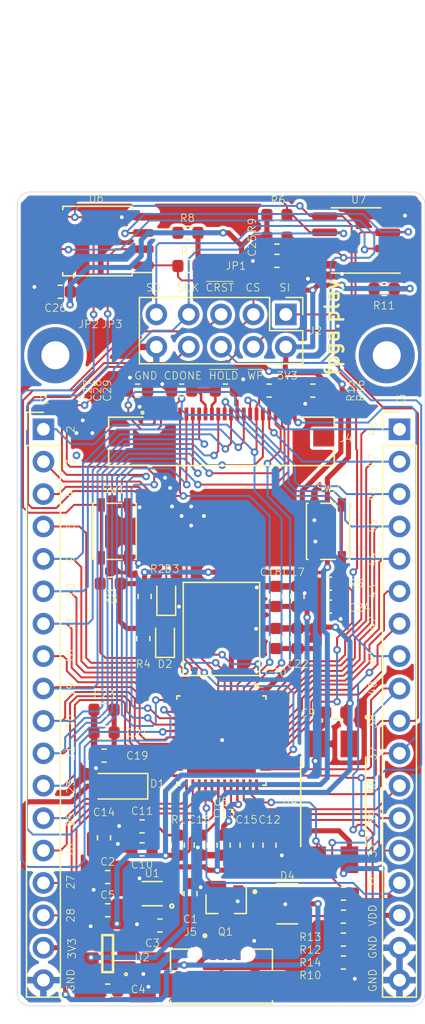
<source format=kicad_pcb>
(kicad_pcb (version 20171130) (host pcbnew "(5.1.5)-3")
  (layers (0 F.Cu signal) (31 B.Cu signal) (34 B.Paste user) (35 F.Paste user) (36 B.SilkS user) (37 F.SilkS user) (38 B.Mask user) (39 F.Mask user) (44 Edge.Cuts user))
  (net 0 "")
  (net 1 GND)
  (net 2 VDD)
  (net 3 +3V3)
  (net 4 +1V2)
  (net 5 +3V0)
  (net 6 /iCE40UP5K/LED1)
  (net 7 "Net-(D2-Pad2)")
  (net 8 IOT_41A)
  (net 9 IOT_38B)
  (net 10 IOT_39A)
  (net 11 IOT_36B)
  (net 12 IOT_37A)
  (net 13 IOB_23B)
  (net 14 IOB_25B_G3)
  (net 15 IOB_29B)
  (net 16 IOB_31B)
  (net 17 IOB_20A)
  (net 18 IOB_18A)
  (net 19 IOB_16A)
  (net 20 IOT_13B)
  (net 21 IOT_8A)
  (net 22 IOB_9B)
  (net 23 IOB_6A)
  (net 24 ~CRESET_B)
  (net 25 CDONE)
  (net 26 IOB_4A)
  (net 27 IOB_2A)
  (net 28 IOB_0A)
  (net 29 IOB_5B)
  (net 30 IOB_3B_G6)
  (net 31 IOT_49A)
  (net 32 IOT_51A)
  (net 33 IOT_50B)
  (net 34 IOT_45A_G1)
  (net 35 IOT_48B)
  (net 36 IOT_44B)
  (net 37 IOT_43A)
  (net 38 "Net-(D1-Pad1)")
  (net 39 "Net-(JP1-Pad1)")
  (net 40 IOB_22A)
  (net 41 IOB_24A)
  (net 42 "Net-(C10-Pad1)")
  (net 43 Flash_SS)
  (net 44 iCE_SO)
  (net 45 iCE_SI)
  (net 46 "Net-(J4-Pad1)")
  (net 47 +5V)
  (net 48 "Flash_MOSI(PSRAM_SIO0)")
  (net 49 "Flash_~WP~(PSRAM_SIO2)")
  (net 50 "Flash_~HOLD~(PSRAM_SIO3)")
  (net 51 "Flash_SCK(PSRAM_SCK)")
  (net 52 "Flash_MISO(PSRAM_SIO1)")
  (net 53 IOT_42B)
  (net 54 /iCE40UP5K/SW1)
  (net 55 "Net-(D4-Pad1)")
  (net 56 "Net-(D4-Pad3)")
  (net 57 "Net-(D4-Pad4)")
  (net 58 "Net-(D4-Pad6)")
  (net 59 "Net-(J5-PadS1)")
  (module fpga-play:SOIC254P1016X440-4N (layer F.Cu) (at 147.4 114.4 270)
    (fp_text reference U4 (at 0 3.4 180) (layer F.SilkS) (effects (font (size 0.6 0.6) (thickness 0.06))))
    (fp_text value SIT1602AC-12-33E-12.000000E)
    (pad 1 smd rect (at -4.54 -1.27 270) (size 2.09 1.39) (layers F.Cu F.Paste F.Mask) (net 3 +3V3))
    (pad 2 smd rect (at -4.54 1.27 270) (size 2.09 1.39) (layers F.Cu F.Paste F.Mask) (net 1 GND))
    (pad 3 smd rect (at 4.54 1.27 270) (size 2.09 1.39) (layers F.Cu F.Paste F.Mask) (net 50 "Flash_~HOLD~(PSRAM_SIO3)"))
    (pad 4 smd rect (at 4.54 -1.27 270) (size 2.09 1.39) (layers F.Cu F.Paste F.Mask) (net 3 +3V3))
  )
  (module fpga-play:687124183622 (layer F.Cu) (at 138.63 85.9)
    (fp_text reference J4 (at 9.77 0) (layer F.SilkS) (effects (font (size 0.6 0.6) (thickness 0.06))))
    (fp_text value 687124183622)
    (pad Z1 smd rect (at -8.025 0) (size 1.65 1.3) (layers F.Cu F.Paste F.Mask))
    (pad Z2 smd rect (at 8.025 0) (size 1.65 1.3) (layers F.Cu F.Paste F.Mask))
    (pad 1 smd rect (at -5.75 -1.9) (size 0.3 1) (layers F.Cu F.Paste F.Mask) (net 46 "Net-(J4-Pad1)"))
    (pad 2 smd rect (at -5.25 -1.9) (size 0.3 1) (layers F.Cu F.Paste F.Mask) (net 1 GND))
    (pad 3 smd rect (at -4.75 -1.9) (size 0.3 1) (layers F.Cu F.Paste F.Mask) (net 28 IOB_0A))
    (pad 4 smd rect (at -4.25 -1.9) (size 0.3 1) (layers F.Cu F.Paste F.Mask) (net 5 +3V0))
    (pad 5 smd rect (at -3.75 -1.9) (size 0.3 1) (layers F.Cu F.Paste F.Mask) (net 30 IOB_3B_G6))
    (pad 6 smd rect (at -3.25 -1.9) (size 0.3 1) (layers F.Cu F.Paste F.Mask) (net 22 IOB_9B))
    (pad 7 smd rect (at -2.75 -1.9) (size 0.3 1) (layers F.Cu F.Paste F.Mask) (net 41 IOB_24A))
    (pad 8 smd rect (at -2.25 -1.9) (size 0.3 1) (layers F.Cu F.Paste F.Mask) (net 13 IOB_23B))
    (pad 9 smd rect (at -1.75 -1.9) (size 0.3 1) (layers F.Cu F.Paste F.Mask) (net 17 IOB_20A))
    (pad 10 smd rect (at -1.25 -1.9) (size 0.3 1) (layers F.Cu F.Paste F.Mask) (net 5 +3V0))
    (pad 11 smd rect (at -0.75 -1.9) (size 0.3 1) (layers F.Cu F.Paste F.Mask) (net 5 +3V0))
    (pad 12 smd rect (at -0.25 -1.9) (size 0.3 1) (layers F.Cu F.Paste F.Mask) (net 16 IOB_31B))
    (pad 13 smd rect (at 0.25 -1.9) (size 0.3 1) (layers F.Cu F.Paste F.Mask) (net 29 IOB_5B))
    (pad 14 smd rect (at 0.75 -1.9) (size 0.3 1) (layers F.Cu F.Paste F.Mask) (net 18 IOB_18A))
    (pad 15 smd rect (at 1.25 -1.9) (size 0.3 1) (layers F.Cu F.Paste F.Mask) (net 1 GND))
    (pad 16 smd rect (at 1.75 -1.9) (size 0.3 1) (layers F.Cu F.Paste F.Mask) (net 19 IOB_16A))
    (pad 17 smd rect (at 2.25 -1.9) (size 0.3 1) (layers F.Cu F.Paste F.Mask) (net 26 IOB_4A))
    (pad 18 smd rect (at 2.75 -1.9) (size 0.3 1) (layers F.Cu F.Paste F.Mask) (net 23 IOB_6A))
    (pad 19 smd rect (at 3.25 -1.9) (size 0.3 1) (layers F.Cu F.Paste F.Mask) (net 15 IOB_29B))
    (pad 20 smd rect (at 3.75 -1.9) (size 0.3 1) (layers F.Cu F.Paste F.Mask) (net 27 IOB_2A))
    (pad 21 smd rect (at 4.25 -1.9) (size 0.3 1) (layers F.Cu F.Paste F.Mask) (net 21 IOT_8A))
    (pad 22 smd rect (at 4.75 -1.9) (size 0.3 1) (layers F.Cu F.Paste F.Mask) (net 14 IOB_25B_G3))
    (pad 23 smd rect (at 5.25 -1.9) (size 0.3 1) (layers F.Cu F.Paste F.Mask) (net 12 IOT_37A))
    (pad 24 smd rect (at 5.75 -1.9) (size 0.3 1) (layers F.Cu F.Paste F.Mask) (net 35 IOT_48B))
  )
  (module Package_SO:SOIC-8_3.9x4.9mm_P1.27mm (layer F.Cu) (at 149.2 70.4 180)
    (fp_text reference U7 (at -0.2 3.2) (layer F.SilkS) (effects (font (size 0.6 0.6) (thickness 0.06))))
    (fp_text value ESP-PSRAM64)
    (pad 1 smd roundrect (at -2.475 -1.905 180) (size 1.95 0.6) (layers F.Cu F.Paste F.Mask) (net 34 IOT_45A_G1))
    (pad 2 smd roundrect (at -2.475 -0.635 180) (size 1.95 0.6) (layers F.Cu F.Paste F.Mask) (net 52 "Flash_MISO(PSRAM_SIO1)"))
    (pad 3 smd roundrect (at -2.475 0.635 180) (size 1.95 0.6) (layers F.Cu F.Paste F.Mask) (net 49 "Flash_~WP~(PSRAM_SIO2)"))
    (pad 4 smd roundrect (at -2.475 1.905 180) (size 1.95 0.6) (layers F.Cu F.Paste F.Mask) (net 1 GND))
    (pad 5 smd roundrect (at 2.475 1.905 180) (size 1.95 0.6) (layers F.Cu F.Paste F.Mask) (net 48 "Flash_MOSI(PSRAM_SIO0)"))
    (pad 6 smd roundrect (at 2.475 0.635 180) (size 1.95 0.6) (layers F.Cu F.Paste F.Mask) (net 51 "Flash_SCK(PSRAM_SCK)"))
    (pad 7 smd roundrect (at 2.475 -0.635 180) (size 1.95 0.6) (layers F.Cu F.Paste F.Mask) (net 50 "Flash_~HOLD~(PSRAM_SIO3)"))
    (pad 8 smd roundrect (at 2.475 -1.905 180) (size 1.95 0.6) (layers F.Cu F.Paste F.Mask) (net 3 +3V3))
  )
  (module LED_SMD:LED_0603_1608Metric (layer F.Cu) (at 134.2 101.6 90)
    (fp_text reference D2 (at -2 0 180) (layer F.SilkS) (effects (font (size 0.6 0.6) (thickness 0.06))))
    (fp_text value User_LED)
    (pad 1 smd roundrect (at -0.7875 0 90) (size 0.875 0.95) (layers F.Cu F.Paste F.Mask) (net 6 /iCE40UP5K/LED1))
    (pad 2 smd roundrect (at 0.7875 0 90) (size 0.875 0.95) (layers F.Cu F.Paste F.Mask) (net 7 "Net-(D2-Pad2)"))
  )
  (module Button_Switch_SMD:SW_SPST_PTS810 (layer F.Cu) (at 147 93.2 270)
    (fp_text reference SW2 (at -3.4 0 180) (layer F.SilkS) (effects (font (size 0.6 0.6) (thickness 0.06))))
    (fp_text value User_Button)
    (pad 1 smd rect (at -2.075 -1.075 270) (size 1.05 0.65) (layers F.Cu F.Paste F.Mask) (net 54 /iCE40UP5K/SW1))
    (pad 1 smd rect (at 2.075 -1.075 270) (size 1.05 0.65) (layers F.Cu F.Paste F.Mask) (net 54 /iCE40UP5K/SW1))
    (pad 2 smd rect (at -2.075 1.075 270) (size 1.05 0.65) (layers F.Cu F.Paste F.Mask) (net 1 GND))
    (pad 2 smd rect (at 2.075 1.075 270) (size 1.05 0.65) (layers F.Cu F.Paste F.Mask) (net 1 GND))
  )
  (module Connector_PinHeader_2.54mm:PinHeader_2x05_P2.54mm_Vertical (layer F.Cu) (at 143.68 76.2 270)
    (fp_text reference J2 (at 1.27 -2.33 180) (layer F.SilkS) (effects (font (size 0.6 0.6) (thickness 0.06))))
    (fp_text value "Prog Header")
    (pad 1 thru_hole rect (at 0 0 270) (size 1.7 1.7) (drill 1) (layers *.Cu *.Mask) (net 48 "Flash_MOSI(PSRAM_SIO0)"))
    (pad 2 thru_hole oval (at 2.54 0 270) (size 1.7 1.7) (drill 1) (layers *.Cu *.Mask) (net 3 +3V3))
    (pad 3 thru_hole oval (at 0 2.54 270) (size 1.7 1.7) (drill 1) (layers *.Cu *.Mask) (net 43 Flash_SS))
    (pad 4 thru_hole oval (at 2.54 2.54 270) (size 1.7 1.7) (drill 1) (layers *.Cu *.Mask) (net 49 "Flash_~WP~(PSRAM_SIO2)"))
    (pad 5 thru_hole oval (at 0 5.08 270) (size 1.7 1.7) (drill 1) (layers *.Cu *.Mask) (net 24 ~CRESET_B))
    (pad 6 thru_hole oval (at 2.54 5.08 270) (size 1.7 1.7) (drill 1) (layers *.Cu *.Mask) (net 50 "Flash_~HOLD~(PSRAM_SIO3)"))
    (pad 7 thru_hole oval (at 0 7.62 270) (size 1.7 1.7) (drill 1) (layers *.Cu *.Mask) (net 51 "Flash_SCK(PSRAM_SCK)"))
    (pad 8 thru_hole oval (at 2.54 7.62 270) (size 1.7 1.7) (drill 1) (layers *.Cu *.Mask) (net 25 CDONE))
    (pad 9 thru_hole oval (at 0 10.16 270) (size 1.7 1.7) (drill 1) (layers *.Cu *.Mask) (net 52 "Flash_MISO(PSRAM_SIO1)"))
    (pad 10 thru_hole oval (at 2.54 10.16 270) (size 1.7 1.7) (drill 1) (layers *.Cu *.Mask) (net 1 GND))
  )
  (module Resistor_SMD:R_0603_1608Metric (layer F.Cu) (at 136 69.8 180)
    (fp_text reference R8 (at 0.0465 1.1565) (layer F.SilkS) (effects (font (size 0.6 0.6) (thickness 0.06))))
    (fp_text value 10K)
    (pad 2 smd roundrect (at 0.7875 0 180) (size 0.875 0.95) (layers F.Cu F.Paste F.Mask) (net 49 "Flash_~WP~(PSRAM_SIO2)"))
    (pad 1 smd roundrect (at -0.7875 0 180) (size 0.875 0.95) (layers F.Cu F.Paste F.Mask) (net 3 +3V3))
  )
  (module Package_SO:SOIC-8_5.23x5.23mm_P1.27mm (layer F.Cu) (at 128.905 70.447 180)
    (fp_text reference U6 (at 0.105 3.347) (layer F.SilkS) (effects (font (size 0.6 0.6) (thickness 0.06))))
    (fp_text value W25Q32JVSSIQ)
    (pad 1 smd roundrect (at -3.6 -1.905 180) (size 1.6 0.6) (layers F.Cu F.Paste F.Mask) (net 39 "Net-(JP1-Pad1)"))
    (pad 2 smd roundrect (at -3.6 -0.635 180) (size 1.6 0.6) (layers F.Cu F.Paste F.Mask) (net 52 "Flash_MISO(PSRAM_SIO1)"))
    (pad 3 smd roundrect (at -3.6 0.635 180) (size 1.6 0.6) (layers F.Cu F.Paste F.Mask) (net 49 "Flash_~WP~(PSRAM_SIO2)"))
    (pad 4 smd roundrect (at -3.6 1.905 180) (size 1.6 0.6) (layers F.Cu F.Paste F.Mask) (net 1 GND))
    (pad 5 smd roundrect (at 3.6 1.905 180) (size 1.6 0.6) (layers F.Cu F.Paste F.Mask) (net 48 "Flash_MOSI(PSRAM_SIO0)"))
    (pad 6 smd roundrect (at 3.6 0.635 180) (size 1.6 0.6) (layers F.Cu F.Paste F.Mask) (net 51 "Flash_SCK(PSRAM_SCK)"))
    (pad 7 smd roundrect (at 3.6 -0.635 180) (size 1.6 0.6) (layers F.Cu F.Paste F.Mask) (net 50 "Flash_~HOLD~(PSRAM_SIO3)"))
    (pad 8 smd roundrect (at 3.6 -1.905 180) (size 1.6 0.6) (layers F.Cu F.Paste F.Mask) (net 3 +3V3))
  )
  (module Resistor_SMD:R_0402_1005Metric (layer F.Cu) (at 128.598 74.762 270)
    (fp_text reference JP2 (at 2.2 0.3915 180) (layer F.SilkS) (effects (font (size 0.6 0.6) (thickness 0.06))))
    (fp_text value SolderJumper_2_Bridged)
    (pad 1 smd roundrect (at -0.485 0 270) (size 0.59 0.64) (layers F.Cu F.Paste F.Mask) (net 48 "Flash_MOSI(PSRAM_SIO0)"))
    (pad 2 smd roundrect (at 0.485 0 270) (size 0.59 0.64) (layers F.Cu F.Paste F.Mask) (net 44 iCE_SO))
  )
  (module Resistor_SMD:R_0402_1005Metric (layer F.Cu) (at 129.7095 74.762 90)
    (fp_text reference JP3 (at -2.2 0.3385 180) (layer F.SilkS) (effects (font (size 0.6 0.6) (thickness 0.06))))
    (fp_text value SolderJumper_2_Bridged)
    (pad 2 smd roundrect (at 0.485 0 90) (size 0.59 0.64) (layers F.Cu F.Paste F.Mask) (net 52 "Flash_MISO(PSRAM_SIO1)"))
    (pad 1 smd roundrect (at -0.485 0 90) (size 0.59 0.64) (layers F.Cu F.Paste F.Mask) (net 45 iCE_SI))
  )
  (module Connector_PinHeader_2.54mm:PinHeader_1x18_P2.54mm_Vertical (layer F.Cu) (at 152.6 85.2)
    (fp_text reference J3 (at 0 -2.33) (layer F.SilkS) (effects (font (size 0.6 0.6) (thickness 0.06))))
    (fp_text value "IO Header")
    (pad 1 thru_hole rect (at 0 0) (size 1.7 1.7) (drill 1) (layers *.Cu *.Mask) (net 26 IOB_4A))
    (pad 2 thru_hole oval (at 0 2.54) (size 1.7 1.7) (drill 1) (layers *.Cu *.Mask) (net 27 IOB_2A))
    (pad 3 thru_hole oval (at 0 5.08) (size 1.7 1.7) (drill 1) (layers *.Cu *.Mask) (net 28 IOB_0A))
    (pad 4 thru_hole oval (at 0 7.62) (size 1.7 1.7) (drill 1) (layers *.Cu *.Mask) (net 29 IOB_5B))
    (pad 5 thru_hole oval (at 0 10.16) (size 1.7 1.7) (drill 1) (layers *.Cu *.Mask) (net 30 IOB_3B_G6))
    (pad 6 thru_hole oval (at 0 12.7) (size 1.7 1.7) (drill 1) (layers *.Cu *.Mask) (net 31 IOT_49A))
    (pad 7 thru_hole oval (at 0 15.24) (size 1.7 1.7) (drill 1) (layers *.Cu *.Mask) (net 32 IOT_51A))
    (pad 8 thru_hole oval (at 0 17.78) (size 1.7 1.7) (drill 1) (layers *.Cu *.Mask) (net 49 "Flash_~WP~(PSRAM_SIO2)"))
    (pad 9 thru_hole oval (at 0 20.32) (size 1.7 1.7) (drill 1) (layers *.Cu *.Mask) (net 33 IOT_50B))
    (pad 10 thru_hole oval (at 0 22.86) (size 1.7 1.7) (drill 1) (layers *.Cu *.Mask) (net 34 IOT_45A_G1))
    (pad 11 thru_hole oval (at 0 25.4) (size 1.7 1.7) (drill 1) (layers *.Cu *.Mask) (net 35 IOT_48B))
    (pad 12 thru_hole oval (at 0 27.94) (size 1.7 1.7) (drill 1) (layers *.Cu *.Mask) (net 36 IOT_44B))
    (pad 13 thru_hole oval (at 0 30.48) (size 1.7 1.7) (drill 1) (layers *.Cu *.Mask) (net 37 IOT_43A))
    (pad 14 thru_hole oval (at 0 33.02) (size 1.7 1.7) (drill 1) (layers *.Cu *.Mask) (net 53 IOT_42B))
    (pad 15 thru_hole oval (at 0 35.56) (size 1.7 1.7) (drill 1) (layers *.Cu *.Mask) (net 8 IOT_41A))
    (pad 16 thru_hole oval (at 0 38.1) (size 1.7 1.7) (drill 1) (layers *.Cu *.Mask) (net 3 +3V3))
    (pad 17 thru_hole oval (at 0 40.64) (size 1.7 1.7) (drill 1) (layers *.Cu *.Mask) (net 1 GND))
    (pad 18 thru_hole oval (at 0 43.18) (size 1.7 1.7) (drill 1) (layers *.Cu *.Mask) (net 1 GND))
  )
  (module Capacitor_SMD:C_0603_1608Metric (layer F.Cu) (at 136.2 121.6 90)
    (fp_text reference C1 (at -2 0 180) (layer F.SilkS) (effects (font (size 0.6 0.6) (thickness 0.06))))
    (fp_text value 1uF)
    (pad 2 smd roundrect (at 0.7875 0 90) (size 0.875 0.95) (layers F.Cu F.Paste F.Mask) (net 1 GND))
    (pad 1 smd roundrect (at -0.7875 0 90) (size 0.875 0.95) (layers F.Cu F.Paste F.Mask) (net 47 +5V))
  )
  (module Capacitor_SMD:C_0603_1608Metric (layer F.Cu) (at 129.7 120.3 180)
    (fp_text reference C2 (at 0 1.2) (layer F.SilkS) (effects (font (size 0.6 0.6) (thickness 0.06))))
    (fp_text value 1uF)
    (pad 1 smd roundrect (at -0.7875 0 180) (size 0.875 0.95) (layers F.Cu F.Paste F.Mask) (net 3 +3V3))
    (pad 2 smd roundrect (at 0.7875 0 180) (size 0.875 0.95) (layers F.Cu F.Paste F.Mask) (net 1 GND))
  )
  (module Capacitor_SMD:C_0603_1608Metric (layer F.Cu) (at 133.8 124.1 180)
    (fp_text reference C3 (at 0.577 -1.376) (layer F.SilkS) (effects (font (size 0.6 0.6) (thickness 0.06))))
    (fp_text value 1uF)
    (pad 2 smd roundrect (at 0.7875 0 180) (size 0.875 0.95) (layers F.Cu F.Paste F.Mask) (net 1 GND))
    (pad 1 smd roundrect (at -0.7875 0 180) (size 0.875 0.95) (layers F.Cu F.Paste F.Mask) (net 47 +5V))
  )
  (module Capacitor_SMD:C_0603_1608Metric (layer F.Cu) (at 129.7 122.9 180)
    (fp_text reference C5 (at 0 1.2 180) (layer F.SilkS) (effects (font (size 0.6 0.6) (thickness 0.06))))
    (fp_text value 1uF)
    (pad 1 smd roundrect (at -0.7875 0 180) (size 0.875 0.95) (layers F.Cu F.Paste F.Mask) (net 4 +1V2))
    (pad 2 smd roundrect (at 0.7875 0 180) (size 0.875 0.95) (layers F.Cu F.Paste F.Mask) (net 1 GND))
  )
  (module Capacitor_SMD:C_0603_1608Metric (layer F.Cu) (at 147.6 107.4 180)
    (fp_text reference C9 (at 2.185 -0.042) (layer F.SilkS) (effects (font (size 0.6 0.6) (thickness 0.06))))
    (fp_text value 0.1uF)
    (pad 1 smd roundrect (at -0.7875 0 180) (size 0.875 0.95) (layers F.Cu F.Paste F.Mask) (net 3 +3V3))
    (pad 2 smd roundrect (at 0.7875 0 180) (size 0.875 0.95) (layers F.Cu F.Paste F.Mask) (net 1 GND))
  )
  (module Capacitor_SMD:C_0603_1608Metric (layer F.Cu) (at 132.4 118.127 180)
    (fp_text reference C10 (at 0 -1.2) (layer F.SilkS) (effects (font (size 0.6 0.6) (thickness 0.06))))
    (fp_text value 10uF)
    (pad 2 smd roundrect (at 0.7875 0 180) (size 0.875 0.95) (layers F.Cu F.Paste F.Mask) (net 1 GND))
    (pad 1 smd roundrect (at -0.7875 0 180) (size 0.875 0.95) (layers F.Cu F.Paste F.Mask) (net 42 "Net-(C10-Pad1)"))
  )
  (module Capacitor_SMD:C_0603_1608Metric (layer F.Cu) (at 132.4 116.327 180)
    (fp_text reference C11 (at 0 1.2) (layer F.SilkS) (effects (font (size 0.6 0.6) (thickness 0.06))))
    (fp_text value 0.1uF)
    (pad 1 smd roundrect (at -0.7875 0 180) (size 0.875 0.95) (layers F.Cu F.Paste F.Mask) (net 42 "Net-(C10-Pad1)"))
    (pad 2 smd roundrect (at 0.7875 0 180) (size 0.875 0.95) (layers F.Cu F.Paste F.Mask) (net 1 GND))
  )
  (module Capacitor_SMD:C_0603_1608Metric (layer F.Cu) (at 142.4 117.8 270)
    (fp_text reference C12 (at -2 0 180) (layer F.SilkS) (effects (font (size 0.6 0.6) (thickness 0.06))))
    (fp_text value 1uF)
    (pad 2 smd roundrect (at 0.7875 0 270) (size 0.875 0.95) (layers F.Cu F.Paste F.Mask) (net 1 GND))
    (pad 1 smd roundrect (at -0.7875 0 270) (size 0.875 0.95) (layers F.Cu F.Paste F.Mask) (net 3 +3V3))
  )
  (module Capacitor_SMD:C_0603_1608Metric (layer F.Cu) (at 138.8 117.8 270)
    (fp_text reference C13 (at -2.484 -0.011 180) (layer F.SilkS) (effects (font (size 0.6 0.6) (thickness 0.06))))
    (fp_text value 0.1uF)
    (pad 1 smd roundrect (at -0.7875 0 270) (size 0.875 0.95) (layers F.Cu F.Paste F.Mask) (net 3 +3V3))
    (pad 2 smd roundrect (at 0.7875 0 270) (size 0.875 0.95) (layers F.Cu F.Paste F.Mask) (net 1 GND))
  )
  (module Capacitor_SMD:C_0603_1608Metric (layer F.Cu) (at 129.413 117.221 270)
    (fp_text reference C14 (at -2 0 180) (layer F.SilkS) (effects (font (size 0.6 0.6) (thickness 0.06))))
    (fp_text value 0.1uF)
    (pad 1 smd roundrect (at -0.7875 0 270) (size 0.875 0.95) (layers F.Cu F.Paste F.Mask) (net 3 +3V3))
    (pad 2 smd roundrect (at 0.7875 0 270) (size 0.875 0.95) (layers F.Cu F.Paste F.Mask) (net 1 GND))
  )
  (module Capacitor_SMD:C_0603_1608Metric (layer F.Cu) (at 140.6 117.8 270)
    (fp_text reference C15 (at -2 0 180) (layer F.SilkS) (effects (font (size 0.6 0.6) (thickness 0.06))))
    (fp_text value 10nF)
    (pad 2 smd roundrect (at 0.7875 0 270) (size 0.875 0.95) (layers F.Cu F.Paste F.Mask) (net 1 GND))
    (pad 1 smd roundrect (at -0.7875 0 270) (size 0.875 0.95) (layers F.Cu F.Paste F.Mask) (net 3 +3V3))
  )
  (module Capacitor_SMD:C_0603_1608Metric (layer F.Cu) (at 137 117.8 270)
    (fp_text reference C16 (at -2 0.094 180) (layer F.SilkS) (effects (font (size 0.6 0.6) (thickness 0.06))))
    (fp_text value 1uF)
    (pad 2 smd roundrect (at 0.7875 0 270) (size 0.875 0.95) (layers F.Cu F.Paste F.Mask) (net 1 GND))
    (pad 1 smd roundrect (at -0.7875 0 270) (size 0.875 0.95) (layers F.Cu F.Paste F.Mask) (net 4 +1V2))
  )
  (module Capacitor_SMD:C_0603_1608Metric (layer F.Cu) (at 144.6 98.3 90)
    (fp_text reference C17 (at 1.9 -0.3 180) (layer F.SilkS) (effects (font (size 0.6 0.6) (thickness 0.06))))
    (fp_text value 0.1uF)
    (pad 1 smd roundrect (at -0.7875 0 90) (size 0.875 0.95) (layers F.Cu F.Paste F.Mask) (net 4 +1V2))
    (pad 2 smd roundrect (at 0.7875 0 90) (size 0.875 0.95) (layers F.Cu F.Paste F.Mask) (net 1 GND))
  )
  (module Capacitor_SMD:C_0603_1608Metric (layer F.Cu) (at 142.9 98.3 90)
    (fp_text reference C18 (at 1.9 -0.4 180) (layer F.SilkS) (effects (font (size 0.6 0.6) (thickness 0.06))))
    (fp_text value 10nF)
    (pad 2 smd roundrect (at 0.7875 0 90) (size 0.875 0.95) (layers F.Cu F.Paste F.Mask) (net 1 GND))
    (pad 1 smd roundrect (at -0.7875 0 90) (size 0.875 0.95) (layers F.Cu F.Paste F.Mask) (net 4 +1V2))
  )
  (module Capacitor_SMD:C_0603_1608Metric (layer F.Cu) (at 129.419 110.781 180)
    (fp_text reference C19 (at -2.6 0) (layer F.SilkS) (effects (font (size 0.6 0.6) (thickness 0.06))))
    (fp_text value 10nF)
    (pad 1 smd roundrect (at -0.7875 0 180) (size 0.875 0.95) (layers F.Cu F.Paste F.Mask) (net 3 +3V3))
    (pad 2 smd roundrect (at 0.7875 0 180) (size 0.875 0.95) (layers F.Cu F.Paste F.Mask) (net 1 GND))
  )
  (module Capacitor_SMD:C_0603_1608Metric (layer F.Cu) (at 142.9 101.6 90)
    (fp_text reference C20 (at -2.667 -0.025 180) (layer F.SilkS) (effects (font (size 0.6 0.6) (thickness 0.06))))
    (fp_text value 10nF)
    (pad 2 smd roundrect (at 0.7875 0 90) (size 0.875 0.95) (layers F.Cu F.Paste F.Mask) (net 1 GND))
    (pad 1 smd roundrect (at -0.7875 0 90) (size 0.875 0.95) (layers F.Cu F.Paste F.Mask) (net 3 +3V3))
  )
  (module Capacitor_SMD:C_0603_1608Metric (layer F.Cu) (at 129.419 108.981 180)
    (fp_text reference C21 (at -2.6 -0.019) (layer F.SilkS) (effects (font (size 0.6 0.6) (thickness 0.06))))
    (fp_text value 0.1uF)
    (pad 2 smd roundrect (at 0.7875 0 180) (size 0.875 0.95) (layers F.Cu F.Paste F.Mask) (net 1 GND))
    (pad 1 smd roundrect (at -0.7875 0 180) (size 0.875 0.95) (layers F.Cu F.Paste F.Mask) (net 3 +3V3))
  )
  (module Capacitor_SMD:C_0603_1608Metric (layer F.Cu) (at 144.6 101.6 90)
    (fp_text reference C22 (at -2 0 180) (layer F.SilkS) (effects (font (size 0.6 0.6) (thickness 0.06))))
    (fp_text value 0.1uF)
    (pad 1 smd roundrect (at -0.7875 0 90) (size 0.875 0.95) (layers F.Cu F.Paste F.Mask) (net 3 +3V3))
    (pad 2 smd roundrect (at 0.7875 0 90) (size 0.875 0.95) (layers F.Cu F.Paste F.Mask) (net 1 GND))
  )
  (module Capacitor_SMD:C_0603_1608Metric (layer F.Cu) (at 129.419 107.181 180)
    (fp_text reference C23 (at 0 1.181) (layer F.SilkS) (effects (font (size 0.6 0.6) (thickness 0.06))))
    (fp_text value 1uF)
    (pad 1 smd roundrect (at -0.7875 0 180) (size 0.875 0.95) (layers F.Cu F.Paste F.Mask) (net 3 +3V3))
    (pad 2 smd roundrect (at 0.7875 0 180) (size 0.875 0.95) (layers F.Cu F.Paste F.Mask) (net 1 GND))
  )
  (module Capacitor_SMD:C_0603_1608Metric (layer F.Cu) (at 147.1 99.1)
    (fp_text reference C24 (at 2.379 0.087) (layer F.SilkS) (effects (font (size 0.6 0.6) (thickness 0.06))))
    (fp_text value 1uF)
    (pad 2 smd roundrect (at 0.7875 0) (size 0.875 0.95) (layers F.Cu F.Paste F.Mask) (net 1 GND))
    (pad 1 smd roundrect (at -0.7875 0) (size 0.875 0.95) (layers F.Cu F.Paste F.Mask) (net 3 +3V3))
  )
  (module Capacitor_SMD:C_0603_1608Metric (layer F.Cu) (at 142.983 72 180)
    (fp_text reference C25 (at 1.9495 1.1975 270) (layer F.SilkS) (effects (font (size 0.6 0.6) (thickness 0.06))))
    (fp_text value 0.1uF)
    (pad 1 smd roundrect (at -0.7875 0 180) (size 0.875 0.95) (layers F.Cu F.Paste F.Mask) (net 3 +3V3))
    (pad 2 smd roundrect (at 0.7875 0 180) (size 0.875 0.95) (layers F.Cu F.Paste F.Mask) (net 1 GND))
  )
  (module Capacitor_SMD:C_0603_1608Metric (layer F.Cu) (at 125.984 74.422 180)
    (fp_text reference C26 (at 0.381 -1.27) (layer F.SilkS) (effects (font (size 0.6 0.6) (thickness 0.06))))
    (fp_text value 0.1uF)
    (pad 2 smd roundrect (at 0.7875 0 180) (size 0.875 0.95) (layers F.Cu F.Paste F.Mask) (net 1 GND))
    (pad 1 smd roundrect (at -0.7875 0 180) (size 0.875 0.95) (layers F.Cu F.Paste F.Mask) (net 3 +3V3))
  )
  (module Connector_PinHeader_2.54mm:PinHeader_1x18_P2.54mm_Vertical (layer F.Cu) (at 124.66 85.2)
    (fp_text reference J1 (at 0 -2.33) (layer F.SilkS) (effects (font (size 0.6 0.6) (thickness 0.06))))
    (fp_text value "IO Header")
    (pad 18 thru_hole oval (at 0 43.18) (size 1.7 1.7) (drill 1) (layers *.Cu *.Mask) (net 1 GND))
    (pad 17 thru_hole oval (at 0 40.64) (size 1.7 1.7) (drill 1) (layers *.Cu *.Mask) (net 2 VDD))
    (pad 16 thru_hole oval (at 0 38.1) (size 1.7 1.7) (drill 1) (layers *.Cu *.Mask) (net 9 IOT_38B))
    (pad 15 thru_hole oval (at 0 35.56) (size 1.7 1.7) (drill 1) (layers *.Cu *.Mask) (net 10 IOT_39A))
    (pad 14 thru_hole oval (at 0 33.02) (size 1.7 1.7) (drill 1) (layers *.Cu *.Mask) (net 11 IOT_36B))
    (pad 13 thru_hole oval (at 0 30.48) (size 1.7 1.7) (drill 1) (layers *.Cu *.Mask) (net 12 IOT_37A))
    (pad 12 thru_hole oval (at 0 27.94) (size 1.7 1.7) (drill 1) (layers *.Cu *.Mask) (net 13 IOB_23B))
    (pad 11 thru_hole oval (at 0 25.4) (size 1.7 1.7) (drill 1) (layers *.Cu *.Mask) (net 14 IOB_25B_G3))
    (pad 10 thru_hole oval (at 0 22.86) (size 1.7 1.7) (drill 1) (layers *.Cu *.Mask) (net 15 IOB_29B))
    (pad 9 thru_hole oval (at 0 20.32) (size 1.7 1.7) (drill 1) (layers *.Cu *.Mask) (net 16 IOB_31B))
    (pad 8 thru_hole oval (at 0 17.78) (size 1.7 1.7) (drill 1) (layers *.Cu *.Mask) (net 40 IOB_22A))
    (pad 7 thru_hole oval (at 0 15.24) (size 1.7 1.7) (drill 1) (layers *.Cu *.Mask) (net 17 IOB_20A))
    (pad 6 thru_hole oval (at 0 12.7) (size 1.7 1.7) (drill 1) (layers *.Cu *.Mask) (net 18 IOB_18A))
    (pad 5 thru_hole oval (at 0 10.16) (size 1.7 1.7) (drill 1) (layers *.Cu *.Mask) (net 19 IOB_16A))
    (pad 4 thru_hole oval (at 0 7.62) (size 1.7 1.7) (drill 1) (layers *.Cu *.Mask) (net 20 IOT_13B))
    (pad 3 thru_hole oval (at 0 5.08) (size 1.7 1.7) (drill 1) (layers *.Cu *.Mask) (net 21 IOT_8A))
    (pad 2 thru_hole oval (at 0 2.54) (size 1.7 1.7) (drill 1) (layers *.Cu *.Mask) (net 22 IOB_9B))
    (pad 1 thru_hole rect (at 0 0) (size 1.7 1.7) (drill 1) (layers *.Cu *.Mask) (net 23 IOB_6A))
  )
  (module Resistor_SMD:R_0603_1608Metric (layer F.Cu) (at 135.2 117.8 270)
    (fp_text reference R1 (at -2 -0.055 180) (layer F.SilkS) (effects (font (size 0.6 0.6) (thickness 0.06))))
    (fp_text value 100R)
    (pad 2 smd roundrect (at 0.7875 0 270) (size 0.875 0.95) (layers F.Cu F.Paste F.Mask) (net 4 +1V2))
    (pad 1 smd roundrect (at -0.7875 0 270) (size 0.875 0.95) (layers F.Cu F.Paste F.Mask) (net 42 "Net-(C10-Pad1)"))
  )
  (module Resistor_SMD:R_0603_1608Metric (layer F.Cu) (at 132.6 98.3 90)
    (fp_text reference R2 (at 2.161 1.004 180) (layer F.SilkS) (effects (font (size 0.6 0.6) (thickness 0.06))))
    (fp_text value 2.2K)
    (pad 2 smd roundrect (at 0.7875 0 90) (size 0.875 0.95) (layers F.Cu F.Paste F.Mask) (net 3 +3V3))
    (pad 1 smd roundrect (at -0.7875 0 90) (size 0.875 0.95) (layers F.Cu F.Paste F.Mask) (net 25 CDONE))
  )
  (module Resistor_SMD:R_0603_1608Metric (layer F.Cu) (at 129.9 97.3 180)
    (fp_text reference R3 (at -0.021 -1.252) (layer F.SilkS) (effects (font (size 0.6 0.6) (thickness 0.06))))
    (fp_text value 10K)
    (pad 1 smd roundrect (at -0.7875 0 180) (size 0.875 0.95) (layers F.Cu F.Paste F.Mask) (net 3 +3V3))
    (pad 2 smd roundrect (at 0.7875 0 180) (size 0.875 0.95) (layers F.Cu F.Paste F.Mask) (net 24 ~CRESET_B))
  )
  (module Resistor_SMD:R_0603_1608Metric (layer F.Cu) (at 132.5 101.6 270)
    (fp_text reference R4 (at 2 0 180) (layer F.SilkS) (effects (font (size 0.6 0.6) (thickness 0.06))))
    (fp_text value 330R)
    (pad 1 smd roundrect (at -0.7875 0 270) (size 0.875 0.95) (layers F.Cu F.Paste F.Mask) (net 3 +3V3))
    (pad 2 smd roundrect (at 0.7875 0 270) (size 0.875 0.95) (layers F.Cu F.Paste F.Mask) (net 7 "Net-(D2-Pad2)"))
  )
  (module Resistor_SMD:R_0603_1608Metric (layer F.Cu) (at 142.983 68.4)
    (fp_text reference R6 (at 0.0825 -1.1535) (layer F.SilkS) (effects (font (size 0.6 0.6) (thickness 0.06))))
    (fp_text value 10K)
    (pad 2 smd roundrect (at 0.7875 0) (size 0.875 0.95) (layers F.Cu F.Paste F.Mask) (net 51 "Flash_SCK(PSRAM_SCK)"))
    (pad 1 smd roundrect (at -0.7875 0) (size 0.875 0.95) (layers F.Cu F.Paste F.Mask) (net 3 +3V3))
  )
  (module Resistor_SMD:R_0603_1608Metric (layer F.Cu) (at 136 72.4 180)
    (fp_text reference R7 (at -0.017 1.153) (layer F.SilkS) (effects (font (size 0.6 0.6) (thickness 0.06))))
    (fp_text value 10K)
    (pad 1 smd roundrect (at -0.7875 0 180) (size 0.875 0.95) (layers F.Cu F.Paste F.Mask) (net 3 +3V3))
    (pad 2 smd roundrect (at 0.7875 0 180) (size 0.875 0.95) (layers F.Cu F.Paste F.Mask) (net 39 "Net-(JP1-Pad1)"))
  )
  (module Resistor_SMD:R_0603_1608Metric (layer F.Cu) (at 142.983 70.174)
    (fp_text reference R9 (at -1.9495 -0.959 90) (layer F.SilkS) (effects (font (size 0.6 0.6) (thickness 0.06))))
    (fp_text value 10K)
    (pad 1 smd roundrect (at -0.7875 0) (size 0.875 0.95) (layers F.Cu F.Paste F.Mask) (net 3 +3V3))
    (pad 2 smd roundrect (at 0.7875 0) (size 0.875 0.95) (layers F.Cu F.Paste F.Mask) (net 50 "Flash_~HOLD~(PSRAM_SIO3)"))
  )
  (module Button_Switch_SMD:SW_SPST_PTS810 (layer F.Cu) (at 130.235 93.2 90)
    (fp_text reference SW1 (at 3.284 -0.06 180) (layer F.SilkS) (effects (font (size 0.6 0.6) (thickness 0.06))))
    (fp_text value CRESET)
    (pad 2 smd rect (at 2.075 1.075 90) (size 1.05 0.65) (layers F.Cu F.Paste F.Mask) (net 1 GND))
    (pad 2 smd rect (at -2.075 1.075 90) (size 1.05 0.65) (layers F.Cu F.Paste F.Mask) (net 1 GND))
    (pad 1 smd rect (at 2.075 -1.075 90) (size 1.05 0.65) (layers F.Cu F.Paste F.Mask) (net 24 ~CRESET_B))
    (pad 1 smd rect (at -2.075 -1.075 90) (size 1.05 0.65) (layers F.Cu F.Paste F.Mask) (net 24 ~CRESET_B))
  )
  (module fpga-play:QFN50P700X700X100-49N (layer F.Cu) (at 138.63 109.6 270)
    (fp_text reference U5 (at 4.8 0.03 180) (layer F.SilkS) (effects (font (size 0.6 0.6) (thickness 0.06))))
    (fp_text value ICE40UP5K-SG48ITR50)
    (pad 1 smd rect (at -3.45 -2.75 270) (size 0.81 0.22) (layers F.Cu F.Paste F.Mask) (net 3 +3V3))
    (pad 2 smd rect (at -3.45 -2.25 270) (size 0.81 0.22) (layers F.Cu F.Paste F.Mask) (net 23 IOB_6A))
    (pad 3 smd rect (at -3.45 -1.75 270) (size 0.81 0.22) (layers F.Cu F.Paste F.Mask) (net 22 IOB_9B))
    (pad 4 smd rect (at -3.45 -1.25 270) (size 0.81 0.22) (layers F.Cu F.Paste F.Mask) (net 21 IOT_8A))
    (pad 5 smd rect (at -3.45 -0.75 270) (size 0.81 0.22) (layers F.Cu F.Paste F.Mask) (net 4 +1V2))
    (pad 6 smd rect (at -3.45 -0.25 270) (size 0.81 0.22) (layers F.Cu F.Paste F.Mask) (net 20 IOT_13B))
    (pad 7 smd rect (at -3.45 0.25 270) (size 0.81 0.22) (layers F.Cu F.Paste F.Mask) (net 25 CDONE))
    (pad 8 smd rect (at -3.45 0.75 270) (size 0.81 0.22) (layers F.Cu F.Paste F.Mask) (net 24 ~CRESET_B))
    (pad 9 smd rect (at -3.45 1.25 270) (size 0.81 0.22) (layers F.Cu F.Paste F.Mask) (net 19 IOB_16A))
    (pad 10 smd rect (at -3.45 1.75 270) (size 0.81 0.22) (layers F.Cu F.Paste F.Mask) (net 18 IOB_18A))
    (pad 11 smd rect (at -3.45 2.25 270) (size 0.81 0.22) (layers F.Cu F.Paste F.Mask) (net 17 IOB_20A))
    (pad 12 smd rect (at -3.45 2.75 270) (size 0.81 0.22) (layers F.Cu F.Paste F.Mask) (net 40 IOB_22A))
    (pad 13 smd rect (at -2.75 3.45 270) (size 0.22 0.81) (layers F.Cu F.Paste F.Mask) (net 41 IOB_24A))
    (pad 14 smd rect (at -2.25 3.45 270) (size 0.22 0.81) (layers F.Cu F.Paste F.Mask) (net 44 iCE_SO))
    (pad 15 smd rect (at -1.75 3.45 270) (size 0.22 0.81) (layers F.Cu F.Paste F.Mask) (net 51 "Flash_SCK(PSRAM_SCK)"))
    (pad 16 smd rect (at -1.25 3.45 270) (size 0.22 0.81) (layers F.Cu F.Paste F.Mask) (net 43 Flash_SS))
    (pad 17 smd rect (at -0.75 3.45 270) (size 0.22 0.81) (layers F.Cu F.Paste F.Mask) (net 45 iCE_SI))
    (pad 18 smd rect (at -0.25 3.45 270) (size 0.22 0.81) (layers F.Cu F.Paste F.Mask) (net 16 IOB_31B))
    (pad 19 smd rect (at 0.25 3.45 270) (size 0.22 0.81) (layers F.Cu F.Paste F.Mask) (net 15 IOB_29B))
    (pad 20 smd rect (at 0.75 3.45 270) (size 0.22 0.81) (layers F.Cu F.Paste F.Mask) (net 14 IOB_25B_G3))
    (pad 21 smd rect (at 1.25 3.45 270) (size 0.22 0.81) (layers F.Cu F.Paste F.Mask) (net 13 IOB_23B))
    (pad 22 smd rect (at 1.75 3.45 270) (size 0.22 0.81) (layers F.Cu F.Paste F.Mask) (net 3 +3V3))
    (pad 23 smd rect (at 2.25 3.45 270) (size 0.22 0.81) (layers F.Cu F.Paste F.Mask) (net 12 IOT_37A))
    (pad 24 smd rect (at 2.75 3.45 270) (size 0.22 0.81) (layers F.Cu F.Paste F.Mask) (net 38 "Net-(D1-Pad1)"))
    (pad 25 smd rect (at 3.45 2.75 270) (size 0.81 0.22) (layers F.Cu F.Paste F.Mask) (net 11 IOT_36B))
    (pad 26 smd rect (at 3.45 2.25 270) (size 0.81 0.22) (layers F.Cu F.Paste F.Mask) (net 10 IOT_39A))
    (pad 27 smd rect (at 3.45 1.75 270) (size 0.81 0.22) (layers F.Cu F.Paste F.Mask) (net 9 IOT_38B))
    (pad 28 smd rect (at 3.45 1.25 270) (size 0.81 0.22) (layers F.Cu F.Paste F.Mask) (net 8 IOT_41A))
    (pad 29 smd rect (at 3.45 0.75 270) (size 0.81 0.22) (layers F.Cu F.Paste F.Mask) (net 42 "Net-(C10-Pad1)"))
    (pad 30 smd rect (at 3.45 0.25 270) (size 0.81 0.22) (layers F.Cu F.Paste F.Mask) (net 4 +1V2))
    (pad 31 smd rect (at 3.45 -0.25 270) (size 0.81 0.22) (layers F.Cu F.Paste F.Mask) (net 53 IOT_42B))
    (pad 32 smd rect (at 3.45 -0.75 270) (size 0.81 0.22) (layers F.Cu F.Paste F.Mask) (net 37 IOT_43A))
    (pad 33 smd rect (at 3.45 -1.25 270) (size 0.81 0.22) (layers F.Cu F.Paste F.Mask) (net 3 +3V3))
    (pad 34 smd rect (at 3.45 -1.75 270) (size 0.81 0.22) (layers F.Cu F.Paste F.Mask) (net 36 IOT_44B))
    (pad 35 smd rect (at 3.45 -2.25 270) (size 0.81 0.22) (layers F.Cu F.Paste F.Mask) (net 50 "Flash_~HOLD~(PSRAM_SIO3)"))
    (pad 36 smd rect (at 3.45 -2.75 270) (size 0.81 0.22) (layers F.Cu F.Paste F.Mask) (net 35 IOT_48B))
    (pad 37 smd rect (at 2.75 -3.45 270) (size 0.22 0.81) (layers F.Cu F.Paste F.Mask) (net 34 IOT_45A_G1))
    (pad 38 smd rect (at 2.25 -3.45 270) (size 0.22 0.81) (layers F.Cu F.Paste F.Mask) (net 33 IOT_50B))
    (pad 39 smd rect (at 1.75 -3.45 270) (size 0.22 0.81) (layers F.Cu F.Paste F.Mask) (net 6 /iCE40UP5K/LED1))
    (pad 40 smd rect (at 1.25 -3.45 270) (size 0.22 0.81) (layers F.Cu F.Paste F.Mask) (net 54 /iCE40UP5K/SW1))
    (pad 41 smd rect (at 0.75 -3.45 270) (size 0.22 0.81) (layers F.Cu F.Paste F.Mask) (net 49 "Flash_~WP~(PSRAM_SIO2)"))
    (pad 42 smd rect (at 0.25 -3.45 270) (size 0.22 0.81) (layers F.Cu F.Paste F.Mask) (net 32 IOT_51A))
    (pad 43 smd rect (at -0.25 -3.45 270) (size 0.22 0.81) (layers F.Cu F.Paste F.Mask) (net 31 IOT_49A))
    (pad 44 smd rect (at -0.75 -3.45 270) (size 0.22 0.81) (layers F.Cu F.Paste F.Mask) (net 30 IOB_3B_G6))
    (pad 45 smd rect (at -1.25 -3.45 270) (size 0.22 0.81) (layers F.Cu F.Paste F.Mask) (net 29 IOB_5B))
    (pad 46 smd rect (at -1.75 -3.45 270) (size 0.22 0.81) (layers F.Cu F.Paste F.Mask) (net 28 IOB_0A))
    (pad 47 smd rect (at -2.25 -3.45 270) (size 0.22 0.81) (layers F.Cu F.Paste F.Mask) (net 27 IOB_2A))
    (pad 48 smd rect (at -2.75 -3.45 270) (size 0.22 0.81) (layers F.Cu F.Paste F.Mask) (net 26 IOB_4A))
    (pad EP smd rect (at 0 0 270) (size 5.4 5.4) (layers F.Cu F.Mask) (net 1 GND))
  )
  (module fpga-play:D_SOD-123_SMD (layer F.Cu) (at 130.6 113.181 180)
    (fp_text reference D1 (at -3 0.2) (layer F.SilkS) (effects (font (size 0.6 0.6) (thickness 0.06))))
    (fp_text value MBR130)
    (pad 1 smd rect (at -1.65 0 180) (size 0.9 1.2) (layers F.Cu F.Paste F.Mask) (net 38 "Net-(D1-Pad1)"))
    (pad 2 smd rect (at 1.65 0 180) (size 0.9 1.2) (layers F.Cu F.Paste F.Mask) (net 3 +3V3))
  )
  (module LED_SMD:LED_0603_1608Metric (layer F.Cu) (at 134.3 98.3 90)
    (fp_text reference D3 (at 2.161 0.447) (layer F.SilkS) (effects (font (size 0.6 0.6) (thickness 0.06))))
    (fp_text value CDONE)
    (pad 1 smd roundrect (at -0.7875 0 90) (size 0.875 0.95) (layers F.Cu F.Paste F.Mask) (net 1 GND))
    (pad 2 smd roundrect (at 0.7875 0 90) (size 0.875 0.95) (layers F.Cu F.Paste F.Mask) (net 25 CDONE))
  )
  (module Capacitor_SMD:C_0603_1608Metric (layer F.Cu) (at 129.7 129.2)
    (fp_text reference C4 (at 2.4 -0.1) (layer F.SilkS) (effects (font (size 0.6 0.6) (thickness 0.06))))
    (fp_text value 1uF)
    (pad 1 smd roundrect (at -0.7875 0) (size 0.875 0.95) (layers F.Cu F.Paste F.Mask) (net 5 +3V0))
    (pad 2 smd roundrect (at 0.7875 0) (size 0.875 0.95) (layers F.Cu F.Paste F.Mask) (net 1 GND))
  )
  (module Resistor_SMD:R_0402_1005Metric (layer F.Cu) (at 138.4 72.39 90)
    (fp_text reference JP1 (at 0 1.3635 180) (layer F.SilkS) (effects (font (size 0.6 0.6) (thickness 0.06))))
    (fp_text value SolderJumper_2_Bridged)
    (pad 1 smd roundrect (at -0.485 0 90) (size 0.59 0.64) (layers F.Cu F.Paste F.Mask) (net 39 "Net-(JP1-Pad1)"))
    (pad 2 smd roundrect (at 0.485 0 90) (size 0.59 0.64) (layers F.Cu F.Paste F.Mask) (net 43 Flash_SS))
  )
  (module Fiducial:Fiducial_0.5mm_Mask1mm (layer F.Cu) (at 123.6 75.4 90)
    (fp_text reference FID1)
    (fp_text value Fiducial)
    (pad "" smd circle (at 0 0 90) (size 0.5 0.5) (layers F.Cu F.Mask) (clearance 0.25))
  )
  (module Fiducial:Fiducial_0.5mm_Mask1mm (layer F.Cu) (at 153.6 75.4 90)
    (fp_text reference FID2)
    (fp_text value Fiducial)
    (pad "" smd circle (at 0 0 90) (size 0.5 0.5) (layers F.Cu F.Mask) (clearance 0.25))
  )
  (module Fiducial:Fiducial_0.5mm_Mask1mm (layer F.Cu) (at 148.2 129.6 90)
    (fp_text reference FID3)
    (fp_text value Fiducial)
    (pad "" smd circle (at 0 0 90) (size 0.5 0.5) (layers F.Cu F.Mask) (clearance 0.25))
  )
  (module MountingHole:MountingHole_2.2mm_M2_Pad (layer F.Cu) (at 125.6 79.4 90)
    (fp_text reference H1)
    (fp_text value MountingHole)
    (pad 1 thru_hole circle (at 0 0 90) (size 4.4 4.4) (drill 2.2) (layers *.Cu *.Mask))
  )
  (module MountingHole:MountingHole_2.2mm_M2_Pad (layer F.Cu) (at 151.6 79.4 90)
    (fp_text reference H2)
    (fp_text value MountingHole)
    (pad 1 thru_hole circle (at 0 0 90) (size 4.4 4.4) (drill 2.2) (layers *.Cu *.Mask))
  )
  (module Resistor_SMD:R_0603_1608Metric (layer F.Cu) (at 147.1 97.3)
    (fp_text reference R5 (at 2.1 0) (layer F.SilkS) (effects (font (size 0.6 0.6) (thickness 0.06))))
    (fp_text value 10K)
    (pad 1 smd roundrect (at -0.7875 0) (size 0.875 0.95) (layers F.Cu F.Paste F.Mask) (net 3 +3V3))
    (pad 2 smd roundrect (at 0.7875 0) (size 0.875 0.95) (layers F.Cu F.Paste F.Mask) (net 54 /iCE40UP5K/SW1))
  )
  (module Package_TO_SOT_SMD:SOT-23 (layer F.Cu) (at 139 122.4 270)
    (fp_text reference Q1 (at 2.187 0.062 180) (layer F.SilkS) (effects (font (size 0.6 0.6) (thickness 0.06))))
    (fp_text value DMP3125L)
    (pad 1 smd rect (at -1 -0.95 270) (size 0.9 0.8) (layers F.Cu F.Paste F.Mask) (net 1 GND))
    (pad 2 smd rect (at -1 0.95 270) (size 0.9 0.8) (layers F.Cu F.Paste F.Mask) (net 47 +5V))
    (pad 3 smd rect (at 1 0 270) (size 0.9 0.8) (layers F.Cu F.Paste F.Mask) (net 2 VDD))
  )
  (module fpga-play:WE_629105136821 (layer F.Cu) (at 138.63 128.8)
    (fp_text reference J5 (at -2.43 -4.2) (layer F.SilkS) (effects (font (size 0.6 0.6) (thickness 0.06))))
    (fp_text value 629105136821)
    (pad 3 smd rect (at 0 -2.675) (size 0.4 1.35) (layers F.Cu F.Paste F.Mask) (net 56 "Net-(D4-Pad3)"))
    (pad 4 smd rect (at 0.65 -2.675) (size 0.4 1.35) (layers F.Cu F.Paste F.Mask) (net 1 GND))
    (pad 2 smd rect (at -0.65 -2.675) (size 0.4 1.35) (layers F.Cu F.Paste F.Mask) (net 55 "Net-(D4-Pad1)"))
    (pad 1 smd rect (at -1.3 -2.675) (size 0.4 1.35) (layers F.Cu F.Paste F.Mask) (net 2 VDD))
    (pad 5 smd rect (at 1.3 -2.675) (size 0.4 1.35) (layers F.Cu F.Paste F.Mask) (net 1 GND))
    (pad S4 smd rect (at 4 0) (size 1.8 1.9) (layers F.Cu F.Paste F.Mask) (net 59 "Net-(J5-PadS1)"))
    (pad S3 smd rect (at 1.2 0) (size 1.9 1.9) (layers F.Cu F.Paste F.Mask) (net 59 "Net-(J5-PadS1)"))
    (pad S2 smd rect (at -1.2 0) (size 1.9 1.9) (layers F.Cu F.Paste F.Mask) (net 59 "Net-(J5-PadS1)"))
    (pad S1 smd rect (at -4 0) (size 1.8 1.9) (layers F.Cu F.Paste F.Mask) (net 59 "Net-(J5-PadS1)"))
    (pad None np_thru_hole circle (at -2.075 -2.45) (size 0.7 0.7) (drill 0.7) (layers *.Cu *.Mask))
    (pad None np_thru_hole circle (at 2.075 -2.45) (size 0.7 0.7) (drill 0.7) (layers *.Cu *.Mask))
  )
  (module Resistor_SMD:R_0603_1608Metric (layer F.Cu) (at 151.4 74.2 180)
    (fp_text reference R11 (at 0.016 -1.3015) (layer F.SilkS) (effects (font (size 0.6 0.6) (thickness 0.06))))
    (fp_text value 10K)
    (pad 1 smd roundrect (at -0.7875 0 180) (size 0.875 0.95) (layers F.Cu F.Paste F.Mask) (net 3 +3V3))
    (pad 2 smd roundrect (at 0.7875 0 180) (size 0.875 0.95) (layers F.Cu F.Paste F.Mask) (net 34 IOT_45A_G1))
  )
  (module Resistor_SMD:R_0603_1608Metric (layer F.Cu) (at 148.2 123.4 180)
    (fp_text reference R12 (at 2.6 -2.6) (layer F.SilkS) (effects (font (size 0.6 0.6) (thickness 0.06))))
    (fp_text value 1.5K)
    (pad 2 smd roundrect (at 0.7875 0 180) (size 0.875 0.95) (layers F.Cu F.Paste F.Mask) (net 57 "Net-(D4-Pad4)"))
    (pad 1 smd roundrect (at -0.7875 0 180) (size 0.875 0.95) (layers F.Cu F.Paste F.Mask) (net 34 IOT_45A_G1))
  )
  (module Resistor_SMD:R_0603_1608Metric (layer F.Cu) (at 148.2 121.6)
    (fp_text reference R13 (at -2.6 3.4) (layer F.SilkS) (effects (font (size 0.6 0.6) (thickness 0.06))))
    (fp_text value 22R)
    (pad 1 smd roundrect (at -0.7875 0) (size 0.875 0.95) (layers F.Cu F.Paste F.Mask) (net 58 "Net-(D4-Pad6)"))
    (pad 2 smd roundrect (at 0.7875 0) (size 0.875 0.95) (layers F.Cu F.Paste F.Mask) (net 33 IOT_50B))
  )
  (module Resistor_SMD:R_0603_1608Metric (layer F.Cu) (at 148.2 125.2)
    (fp_text reference R14 (at -2.6 1.8) (layer F.SilkS) (effects (font (size 0.6 0.6) (thickness 0.06))))
    (fp_text value 22R)
    (pad 1 smd roundrect (at -0.7875 0) (size 0.875 0.95) (layers F.Cu F.Paste F.Mask) (net 57 "Net-(D4-Pad4)"))
    (pad 2 smd roundrect (at 0.7875 0) (size 0.875 0.95) (layers F.Cu F.Paste F.Mask) (net 32 IOT_51A))
  )
  (module fpga-play:SOT95P280X145-6N (layer F.Cu) (at 143.8 122.4)
    (fp_text reference D4 (at 0 -2.2) (layer F.SilkS) (effects (font (size 0.6 0.6) (thickness 0.06))))
    (fp_text value USBLC6-2SC6)
    (pad 1 smd rect (at -1.175 -0.95) (size 1.36 0.6) (layers F.Cu F.Paste F.Mask) (net 55 "Net-(D4-Pad1)"))
    (pad 2 smd rect (at -1.175 0) (size 1.36 0.6) (layers F.Cu F.Paste F.Mask) (net 1 GND))
    (pad 3 smd rect (at -1.175 0.95) (size 1.36 0.6) (layers F.Cu F.Paste F.Mask) (net 56 "Net-(D4-Pad3)"))
    (pad 4 smd rect (at 1.175 0.95) (size 1.36 0.6) (layers F.Cu F.Paste F.Mask) (net 57 "Net-(D4-Pad4)"))
    (pad 5 smd rect (at 1.175 0) (size 1.36 0.6) (layers F.Cu F.Paste F.Mask) (net 2 VDD))
    (pad 6 smd rect (at 1.175 -0.95) (size 1.36 0.6) (layers F.Cu F.Paste F.Mask) (net 58 "Net-(D4-Pad6)"))
  )
  (module Resistor_SMD:R_0603_1608Metric (layer F.Cu) (at 148.2 127)
    (fp_text reference R10 (at -2.6 1) (layer F.SilkS) (effects (font (size 0.6 0.6) (thickness 0.06))))
    (fp_text value 1M)
    (pad 1 smd roundrect (at -0.7875 0) (size 0.875 0.95) (layers F.Cu F.Paste F.Mask) (net 59 "Net-(J5-PadS1)"))
    (pad 2 smd roundrect (at 0.7875 0) (size 0.875 0.95) (layers F.Cu F.Paste F.Mask) (net 1 GND))
  )
  (module Capacitor_SMD:C_0603_1608Metric (layer F.Cu) (at 132.046 82.169 180)
    (fp_text reference C27 (at 3.903 0 90) (layer F.SilkS) (effects (font (size 0.6 0.6) (thickness 0.06))))
    (fp_text value 10uF)
    (pad 1 smd roundrect (at -0.7875 0 180) (size 0.875 0.95) (layers F.Cu F.Paste F.Mask) (net 5 +3V0))
    (pad 2 smd roundrect (at 0.7875 0 180) (size 0.875 0.95) (layers F.Cu F.Paste F.Mask) (net 1 GND))
  )
  (module Capacitor_SMD:C_0603_1608Metric (layer F.Cu) (at 135.509 82.169 180)
    (fp_text reference C28 (at 6.604 0 90) (layer F.SilkS) (effects (font (size 0.6 0.6) (thickness 0.06))))
    (fp_text value 10uF)
    (pad 2 smd roundrect (at 0.7875 0 180) (size 0.875 0.95) (layers F.Cu F.Paste F.Mask) (net 1 GND))
    (pad 1 smd roundrect (at -0.7875 0 180) (size 0.875 0.95) (layers F.Cu F.Paste F.Mask) (net 5 +3V0))
  )
  (module Capacitor_SMD:C_0603_1608Metric (layer F.Cu) (at 138.938 82.169)
    (fp_text reference C29 (at -9.271 0 90) (layer F.SilkS) (effects (font (size 0.6 0.6) (thickness 0.06))))
    (fp_text value 10uF)
    (pad 1 smd roundrect (at -0.7875 0) (size 0.875 0.95) (layers F.Cu F.Paste F.Mask) (net 5 +3V0))
    (pad 2 smd roundrect (at 0.7875 0) (size 0.875 0.95) (layers F.Cu F.Paste F.Mask) (net 1 GND))
  )
  (module fpga-play:fpga_logo (layer F.Cu) (at 147.4 78.1 90)
    (fp_text reference S1)
    (fp_text value fpga_silk)
    (fp_text user fpga.play (at 0.884 -0.08 90) (layer F.SilkS) (effects (font (size 1.1 1.1) (thickness 0.2))))
  )
  (module fpga-play:SON50P150X150X80-6N (layer F.Cu) (at 133.2 121.6 180)
    (fp_text reference U1 (at 0 1.6) (layer F.SilkS) (effects (font (size 0.6 0.6) (thickness 0.06))))
    (fp_text value TLV7111233DSET)
    (pad 6 smd rect (at 0.63 -0.5 180) (size 0.94 0.27) (layers F.Cu F.Paste F.Mask) (net 4 +1V2))
    (pad 5 smd rect (at 0.63 0 180) (size 0.94 0.27) (layers F.Cu F.Paste F.Mask) (net 3 +3V3))
    (pad 4 smd rect (at 0.63 0.5 180) (size 0.94 0.27) (layers F.Cu F.Paste F.Mask) (net 1 GND))
    (pad 3 smd rect (at -0.63 0.5 180) (size 0.94 0.27) (layers F.Cu F.Paste F.Mask) (net 47 +5V))
    (pad 2 smd rect (at -0.63 0 180) (size 0.94 0.27) (layers F.Cu F.Paste F.Mask) (net 47 +5V))
    (pad 1 smd rect (at -0.59 -0.5 180) (size 1.02 0.27) (layers F.Cu F.Paste F.Mask) (net 47 +5V))
  )
  (module fpga-play:SOT95P280X145-5N (layer F.Cu) (at 129.7 126.3 180)
    (fp_text reference U2 (at -2.7 -0.3) (layer F.SilkS) (effects (font (size 0.6 0.6) (thickness 0.06))))
    (fp_text value MIC5501-3.0YM5-TR)
    (pad 1 smd rect (at -1.3 -0.95 180) (size 1.1 0.6) (layers F.Cu F.Paste F.Mask) (net 47 +5V))
    (pad 2 smd rect (at -1.3 0 180) (size 1.1 0.6) (layers F.Cu F.Paste F.Mask) (net 1 GND))
    (pad 3 smd rect (at -1.3 0.95 180) (size 1.1 0.6) (layers F.Cu F.Paste F.Mask) (net 47 +5V))
    (pad 4 smd rect (at 1.3 0.95 180) (size 1.1 0.6) (layers F.Cu F.Paste F.Mask))
    (pad 5 smd rect (at 1.3 -0.95 180) (size 1.1 0.6) (layers F.Cu F.Paste F.Mask) (net 5 +3V0))
  )
  (module Resistor_SMD:R_0603_1608Metric (layer F.Cu) (at 142.367 82.169)
    (fp_text reference R15 (at 6.4135 0 90) (layer F.SilkS) (effects (font (size 0.6 0.6) (thickness 0.06))))
    (fp_text value 10K)
    (pad 1 smd roundrect (at -0.7875 0) (size 0.875 0.95) (layers F.Cu F.Paste F.Mask) (net 23 IOB_6A))
    (pad 2 smd roundrect (at 0.7875 0) (size 0.875 0.95) (layers F.Cu F.Paste F.Mask) (net 3 +3V3))
  )
  (module Resistor_SMD:R_0603_1608Metric (layer F.Cu) (at 145.796 82.169)
    (fp_text reference R16 (at 3.7465 0 90) (layer F.SilkS) (effects (font (size 0.6 0.6) (thickness 0.06))))
    (fp_text value 10K)
    (pad 2 smd roundrect (at 0.7875 0) (size 0.875 0.95) (layers F.Cu F.Paste F.Mask) (net 3 +3V3))
    (pad 1 smd roundrect (at -0.7875 0) (size 0.875 0.95) (layers F.Cu F.Paste F.Mask) (net 14 IOB_25B_G3))
  )
  (gr_text SCK (at 136 74.1) (layer F.SilkS) (effects (font (size 0.6 0.6) (thickness 0.06))))
  (gr_text SI (at 143.6 74.1) (layer F.SilkS) (effects (font (size 0.6 0.6) (thickness 0.06))))
  (gr_text CS (at 141.1 74.1) (layer F.SilkS) (effects (font (size 0.6 0.6) (thickness 0.06))))
  (gr_text SO (at 133.3 74.1) (layer F.SilkS) (effects (font (size 0.6 0.6) (thickness 0.06))))
  (gr_text ~WP (at 141.3 81) (layer F.SilkS) (effects (font (size 0.6 0.6) (thickness 0.06))))
  (gr_line (start 135.63 97.2) (end 135.63 104.5) (layer F.SilkS) (width 0.12))
  (gr_line (start 141.63 97.2) (end 135.63 97.2) (layer F.SilkS) (width 0.12))
  (gr_line (start 141.63 104.5) (end 141.63 97.2) (layer F.SilkS) (width 0.12))
  (gr_line (start 135.63 104.5) (end 141.63 104.5) (layer F.SilkS) (width 0.12))
  (gr_text CDONE (at 135.6 81) (layer F.SilkS) (effects (font (size 0.6 0.6) (thickness 0.06))))
  (gr_text GND (at 132.7 81) (layer F.SilkS) (effects (font (size 0.6 0.6) (thickness 0.06))))
  (gr_text 3V3 (at 143.8 81) (layer F.SilkS) (effects (font (size 0.6 0.6) (thickness 0.06))))
  (gr_text ~HOLD (at 138.8 81) (layer F.SilkS) (effects (font (size 0.6 0.6) (thickness 0.06))))
  (gr_text ~CRST (at 138.5 74.1) (layer F.SilkS) (effects (font (size 0.6 0.6) (thickness 0.06))))
  (gr_text 21 (at 126.8 110.6 90) (layer F.SilkS) (effects (font (size 0.6 0.6) (thickness 0.06))))
  (gr_text 20 (at 126.8 108.1 90) (layer F.SilkS) (effects (font (size 0.6 0.6) (thickness 0.06))))
  (gr_text 2 (at 126.8 85.2 90) (layer F.SilkS) (effects (font (size 0.6 0.6) (thickness 0.06))))
  (gr_text 19 (at 126.8 105.6 90) (layer F.SilkS) (effects (font (size 0.6 0.6) (thickness 0.06))))
  (gr_text GND (at 126.8 128.4 90) (layer F.SilkS) (effects (font (size 0.6 0.6) (thickness 0.06))))
  (gr_text 18 (at 126.8 103 90) (layer F.SilkS) (effects (font (size 0.6 0.6) (thickness 0.06))))
  (gr_text 27 (at 126.8 120.7 90) (layer F.SilkS) (effects (font (size 0.6 0.6) (thickness 0.06))))
  (gr_text 6 (at 126.8 92.8 90) (layer F.SilkS) (effects (font (size 0.6 0.6) (thickness 0.06))))
  (gr_text 10 (at 126.8 97.8 90) (layer F.SilkS) (effects (font (size 0.6 0.6) (thickness 0.06))))
  (gr_text 3 (at 126.8 87.8 90) (layer F.SilkS) (effects (font (size 0.6 0.6) (thickness 0.06))))
  (gr_text 9 (at 126.8 95.4 90) (layer F.SilkS) (effects (font (size 0.6 0.6) (thickness 0.06))))
  (gr_text 26 (at 126.8 118.2 90) (layer F.SilkS) (effects (font (size 0.6 0.6) (thickness 0.06))))
  (gr_text 23 (at 126.8 113.2 90) (layer F.SilkS) (effects (font (size 0.6 0.6) (thickness 0.06))))
  (gr_text 28 (at 126.8 123.3 90) (layer F.SilkS) (effects (font (size 0.6 0.6) (thickness 0.06))))
  (gr_text 11 (at 126.8 100.4 90) (layer F.SilkS) (effects (font (size 0.6 0.6) (thickness 0.06))))
  (gr_text 4 (at 126.8 90.3 90) (layer F.SilkS) (effects (font (size 0.6 0.6) (thickness 0.06))))
  (gr_text 3V3 (at 126.9 125.9 90) (layer F.SilkS) (effects (font (size 0.6 0.6) (thickness 0.06))))
  (gr_text 25 (at 126.8 115.8 90) (layer F.SilkS) (effects (font (size 0.6 0.6) (thickness 0.06))))
  (gr_text 48 (at 150.5 85.2 90) (layer F.SilkS) (effects (font (size 0.6 0.6) (thickness 0.06))))
  (gr_text 46 (at 150.5 90.3 90) (layer F.SilkS) (effects (font (size 0.6 0.6) (thickness 0.06))))
  (gr_text 47 (at 150.5 87.7 90) (layer F.SilkS) (effects (font (size 0.6 0.6) (thickness 0.06))))
  (gr_text 45 (at 150.5 92.8 90) (layer F.SilkS) (effects (font (size 0.6 0.6) (thickness 0.06))))
  (gr_text 42 (at 150.5 100.4 90) (layer F.SilkS) (effects (font (size 0.6 0.6) (thickness 0.06))))
  (gr_text 44 (at 150.5 95.4 90) (layer F.SilkS) (effects (font (size 0.6 0.6) (thickness 0.06))))
  (gr_text 43 (at 150.5 97.9 90) (layer F.SilkS) (effects (font (size 0.6 0.6) (thickness 0.06))))
  (gr_text 41 (at 150.5 103 90) (layer F.SilkS) (effects (font (size 0.6 0.6) (thickness 0.06))))
  (gr_text 40 (at 150.5 105.5 90) (layer F.SilkS) (effects (font (size 0.6 0.6) (thickness 0.06))))
  (gr_text 38 (at 150.5 108.1 90) (layer F.SilkS) (effects (font (size 0.6 0.6) (thickness 0.06))))
  (gr_text 37 (at 150.5 110.6 90) (layer F.SilkS) (effects (font (size 0.6 0.6) (thickness 0.06))))
  (gr_text 36 (at 150.5 113.2 90) (layer F.SilkS) (effects (font (size 0.6 0.6) (thickness 0.06))))
  (gr_text 34 (at 150.5 115.6 90) (layer F.SilkS) (effects (font (size 0.6 0.6) (thickness 0.06))))
  (gr_text 32 (at 150.5 118.2 90) (layer F.SilkS) (effects (font (size 0.6 0.6) (thickness 0.06))))
  (gr_text 31 (at 150.5 120.7 90) (layer F.SilkS) (effects (font (size 0.6 0.6) (thickness 0.06))))
  (gr_text VDD (at 150.5 123.3 90) (layer F.SilkS) (effects (font (size 0.6 0.6) (thickness 0.06))))
  (gr_text GND (at 150.5 125.8 90) (layer F.SilkS) (effects (font (size 0.6 0.6) (thickness 0.06))))
  (gr_text GND (at 150.5 128.4 90) (layer F.SilkS) (effects (font (size 0.6 0.6) (thickness 0.06))))
  (gr_arc (start 123.6 67.6) (end 123.6 66.6) (angle -90) (layer Edge.Cuts) (width 0.05))
  (gr_arc (start 153.6 67.6) (end 154.6 67.6) (angle -90) (layer Edge.Cuts) (width 0.05))
  (gr_arc (start 153.6 129.4) (end 153.6 130.4) (angle -90) (layer Edge.Cuts) (width 0.05))
  (gr_arc (start 123.6 129.4) (end 122.6 129.4) (angle -90) (layer Edge.Cuts) (width 0.05))
  (gr_line (start 123.6 130.4) (end 153.6 130.4) (layer Edge.Cuts) (width 0.05))
  (gr_line (start 122.6 67.6) (end 122.6 129.4) (layer Edge.Cuts) (width 0.05))
  (gr_line (start 153.6 66.6) (end 123.6 66.6) (layer Edge.Cuts) (width 0.05))
  (gr_line (start 154.6 129.4) (end 154.6 67.6) (layer Edge.Cuts) (width 0.05))
  (via (at 127.25 87.25) (size 0.6) (drill 0.3) (layers F.Cu B.Cu) (net 0))
  (via (at 138.684 109.563) (size 0.6) (drill 0.3) (layers F.Cu B.Cu) (net 1))
  (segment (start 146.13 109.86) (end 146.13 111.07) (width 0.4) (layer F.Cu) (net 1))
  (via (at 146 111.2) (size 0.6) (drill 0.3) (layers F.Cu B.Cu) (net 1))
  (segment (start 146.13 111.07) (end 146 111.2) (width 0.4) (layer F.Cu) (net 1))
  (segment (start 128.6315 110.781) (end 128.6315 108.981) (width 0.4) (layer F.Cu) (net 1))
  (segment (start 128.6315 108.981) (end 128.6315 107.181) (width 0.4) (layer F.Cu) (net 1))
  (segment (start 131.6125 116.327) (end 131.6125 118.127) (width 0.4) (layer F.Cu) (net 1))
  (segment (start 132.5 126.85) (end 132.5 127.9) (width 0.4) (layer F.Cu) (net 1))
  (via (at 132.5 127.9) (size 0.6) (drill 0.3) (layers F.Cu B.Cu) (net 1))
  (segment (start 131 126.3) (end 131.95 126.3) (width 0.4) (layer F.Cu) (net 1))
  (segment (start 131.95 126.3) (end 132.5 126.85) (width 0.4) (layer F.Cu) (net 1))
  (segment (start 133.0125 124.1) (end 133 124.1) (width 0.4) (layer F.Cu) (net 1))
  (via (at 128.6 121.3) (size 0.6) (drill 0.3) (layers F.Cu B.Cu) (net 1))
  (segment (start 128.9125 120.3) (end 128.9125 120.9875) (width 0.4) (layer F.Cu) (net 1))
  (segment (start 128.9125 120.9875) (end 128.6 121.3) (width 0.4) (layer F.Cu) (net 1))
  (via (at 130.6 116.3) (size 0.6) (drill 0.3) (layers F.Cu B.Cu) (net 1))
  (segment (start 131.6125 116.327) (end 130.627 116.327) (width 0.4) (layer F.Cu) (net 1))
  (segment (start 130.627 116.327) (end 130.6 116.3) (width 0.4) (layer F.Cu) (net 1))
  (segment (start 129.413 118.0085) (end 130.1915 118.0085) (width 0.4) (layer F.Cu) (net 1))
  (via (at 130.5 117.7) (size 0.6) (drill 0.3) (layers F.Cu B.Cu) (net 1))
  (segment (start 130.1915 118.0085) (end 130.5 117.7) (width 0.4) (layer F.Cu) (net 1))
  (segment (start 137 118.5875) (end 138.8 118.5875) (width 0.4) (layer F.Cu) (net 1))
  (segment (start 138.8 118.5875) (end 140.6 118.5875) (width 0.4) (layer F.Cu) (net 1))
  (segment (start 140.6 118.5875) (end 142.4 118.5875) (width 0.4) (layer F.Cu) (net 1))
  (via (at 139.9 122.2) (size 0.6) (drill 0.3) (layers F.Cu B.Cu) (net 1))
  (segment (start 139.95 121.4) (end 139.95 122.15) (width 0.4) (layer F.Cu) (net 1))
  (segment (start 139.95 122.15) (end 139.9 122.2) (width 0.4) (layer F.Cu) (net 1))
  (segment (start 139.93 126.125) (end 139.93 125.47) (width 0.4) (layer F.Cu) (net 1))
  (segment (start 139.93 125.47) (end 140.1 125.3) (width 0.4) (layer F.Cu) (net 1))
  (via (at 141.2 125.3) (size 0.6) (drill 0.3) (layers F.Cu B.Cu) (net 1))
  (segment (start 140.1 125.3) (end 141.2 125.3) (width 0.4) (layer F.Cu) (net 1))
  (segment (start 139.93 126.125) (end 139.28 126.125) (width 0.4) (layer F.Cu) (net 1))
  (via (at 137 121.1) (size 0.6) (drill 0.3) (layers F.Cu B.Cu) (net 1))
  (segment (start 136.2 120.8125) (end 136.7125 120.8125) (width 0.4) (layer F.Cu) (net 1))
  (segment (start 136.7125 120.8125) (end 137 121.1) (width 0.4) (layer F.Cu) (net 1))
  (via (at 135.3 99.1) (size 0.6) (drill 0.3) (layers F.Cu B.Cu) (net 1))
  (segment (start 134.3 99.0875) (end 135.2875 99.0875) (width 0.4) (layer F.Cu) (net 1))
  (segment (start 135.2875 99.0875) (end 135.3 99.1) (width 0.4) (layer F.Cu) (net 1))
  (via (at 128.366461 124.15613) (size 0.6) (drill 0.3) (layers F.Cu B.Cu) (net 1))
  (segment (start 128.9125 122.9) (end 128.9125 123.610091) (width 0.4) (layer F.Cu) (net 1))
  (segment (start 128.66646 123.856131) (end 128.366461 124.15613) (width 0.4) (layer F.Cu) (net 1))
  (segment (start 128.9125 123.610091) (end 128.66646 123.856131) (width 0.4) (layer F.Cu) (net 1))
  (via (at 123.952 74.041) (size 0.6) (drill 0.3) (layers F.Cu B.Cu) (net 1))
  (segment (start 125.1965 74.422) (end 124.333 74.422) (width 0.2) (layer F.Cu) (net 1))
  (segment (start 124.333 74.422) (end 123.952 74.041) (width 0.2) (layer F.Cu) (net 1))
  (segment (start 142.9 97.5125) (end 144.6 97.5125) (width 0.4) (layer F.Cu) (net 1))
  (via (at 141.4 97.6) (size 0.6) (drill 0.3) (layers F.Cu B.Cu) (net 1))
  (segment (start 142.9 97.5125) (end 141.4875 97.5125) (width 0.4) (layer F.Cu) (net 1))
  (segment (start 141.4875 97.5125) (end 141.4 97.6) (width 0.4) (layer F.Cu) (net 1))
  (segment (start 145.925 95.275) (end 145.925 94.075) (width 0.4) (layer F.Cu) (net 1))
  (via (at 146 94) (size 0.6) (drill 0.3) (layers F.Cu B.Cu) (net 1))
  (segment (start 145.925 94.075) (end 146 94) (width 0.4) (layer F.Cu) (net 1))
  (via (at 145.161 98.044) (size 0.6) (drill 0.3) (layers F.Cu B.Cu) (net 1))
  (segment (start 144.6295 97.5125) (end 145.161 98.044) (width 0.2) (layer F.Cu) (net 1))
  (segment (start 144.6 97.5125) (end 144.6295 97.5125) (width 0.2) (layer F.Cu) (net 1))
  (segment (start 145.925 91.125) (end 145.925 92.327) (width 0.4) (layer F.Cu) (net 1))
  (via (at 145.923 92.329) (size 0.6) (drill 0.3) (layers F.Cu B.Cu) (net 1))
  (segment (start 145.925 92.327) (end 145.923 92.329) (width 0.4) (layer F.Cu) (net 1))
  (segment (start 144.6 100.8125) (end 142.9 100.8125) (width 0.4) (layer F.Cu) (net 1))
  (via (at 141.351 100.838) (size 0.6) (drill 0.3) (layers F.Cu B.Cu) (net 1))
  (segment (start 142.9 100.8125) (end 141.3765 100.8125) (width 0.4) (layer F.Cu) (net 1))
  (segment (start 141.3765 100.8125) (end 141.351 100.838) (width 0.4) (layer F.Cu) (net 1))
  (segment (start 147.8875 99.967171) (end 147.981319 100.06099) (width 0.4) (layer F.Cu) (net 1))
  (segment (start 147.8875 99.1) (end 147.8875 99.967171) (width 0.4) (layer F.Cu) (net 1))
  (via (at 147.981319 100.06099) (size 0.6) (drill 0.3) (layers F.Cu B.Cu) (net 1))
  (via (at 149.098 128.27) (size 0.6) (drill 0.3) (layers F.Cu B.Cu) (net 1))
  (segment (start 148.9875 127) (end 148.9875 128.1595) (width 0.4) (layer F.Cu) (net 1))
  (segment (start 148.9875 128.1595) (end 149.098 128.27) (width 0.4) (layer F.Cu) (net 1))
  (via (at 143.36799 118.598417) (size 0.6) (drill 0.3) (layers F.Cu B.Cu) (net 1))
  (segment (start 143.357073 118.5875) (end 143.36799 118.598417) (width 0.4) (layer F.Cu) (net 1))
  (segment (start 142.4 118.5875) (end 143.357073 118.5875) (width 0.4) (layer F.Cu) (net 1))
  (via (at 143.637 122.428) (size 0.6) (drill 0.3) (layers F.Cu B.Cu) (net 1))
  (segment (start 142.625 122.4) (end 143.609 122.4) (width 0.4) (layer F.Cu) (net 1))
  (segment (start 143.609 122.4) (end 143.637 122.428) (width 0.4) (layer F.Cu) (net 1))
  (via (at 136.779 117.983) (size 0.6) (drill 0.3) (layers F.Cu B.Cu) (net 1))
  (segment (start 137 118.5875) (end 137 118.204) (width 0.4) (layer F.Cu) (net 1))
  (segment (start 137 118.204) (end 136.779 117.983) (width 0.4) (layer F.Cu) (net 1))
  (via (at 128.778 111.76) (size 0.6) (drill 0.3) (layers F.Cu B.Cu) (net 1))
  (segment (start 128.6315 110.781) (end 128.6315 111.6135) (width 0.4) (layer F.Cu) (net 1))
  (segment (start 128.6315 111.6135) (end 128.778 111.76) (width 0.4) (layer F.Cu) (net 1))
  (via (at 131.445 81.153) (size 0.6) (drill 0.3) (layers F.Cu B.Cu) (net 1))
  (segment (start 131.2585 82.169) (end 131.2585 81.3395) (width 0.4) (layer F.Cu) (net 1))
  (segment (start 131.2585 81.3395) (end 131.445 81.153) (width 0.4) (layer F.Cu) (net 1))
  (segment (start 134.7215 82.169) (end 134.493 82.169) (width 0.4) (layer F.Cu) (net 1))
  (via (at 133.985 81.661) (size 0.6) (drill 0.3) (layers F.Cu B.Cu) (net 1))
  (segment (start 134.493 82.169) (end 133.985 81.661) (width 0.4) (layer F.Cu) (net 1))
  (segment (start 133.38 84.7) (end 133.244 84.836) (width 0.2) (layer F.Cu) (net 1))
  (segment (start 133.38 84) (end 133.38 84.7) (width 0.2) (layer F.Cu) (net 1))
  (segment (start 133.244 84.836) (end 132.461 84.836) (width 0.2) (layer F.Cu) (net 1))
  (via (at 132.207 83.439) (size 0.6) (drill 0.3) (layers F.Cu B.Cu) (net 1))
  (segment (start 132.461 84.836) (end 132.207 84.582) (width 0.2) (layer F.Cu) (net 1))
  (segment (start 132.207 84.582) (end 132.207 83.439) (width 0.2) (layer F.Cu) (net 1))
  (segment (start 132.207 83.1175) (end 132.207 83.439) (width 0.2) (layer F.Cu) (net 1))
  (segment (start 131.2585 82.169) (end 132.207 83.1175) (width 0.2) (layer F.Cu) (net 1))
  (via (at 132.207 91.313) (size 0.6) (drill 0.3) (layers F.Cu B.Cu) (net 1))
  (segment (start 131.31 91.125) (end 132.019 91.125) (width 0.2) (layer F.Cu) (net 1))
  (segment (start 132.019 91.125) (end 132.207 91.313) (width 0.2) (layer F.Cu) (net 1))
  (via (at 132.1435 95.6945) (size 0.6) (drill 0.3) (layers F.Cu B.Cu) (net 1))
  (segment (start 131.31 95.275) (end 131.724 95.275) (width 0.2) (layer F.Cu) (net 1))
  (segment (start 131.724 95.275) (end 132.1435 95.6945) (width 0.2) (layer F.Cu) (net 1))
  (segment (start 139.88 84) (end 139.88 82.984) (width 0.2) (layer F.Cu) (net 1))
  (segment (start 139.7255 82.8295) (end 139.7255 82.169) (width 0.2) (layer F.Cu) (net 1))
  (segment (start 139.88 82.984) (end 139.7255 82.8295) (width 0.2) (layer F.Cu) (net 1))
  (via (at 140.335 81.28) (size 0.6) (drill 0.3) (layers F.Cu B.Cu) (net 1))
  (segment (start 139.7255 81.8895) (end 140.335 81.28) (width 0.2) (layer F.Cu) (net 1))
  (segment (start 139.7255 82.169) (end 139.7255 81.8895) (width 0.2) (layer F.Cu) (net 1))
  (via (at 148.082 73.025) (size 0.6) (drill 0.3) (layers F.Cu B.Cu) (net 1))
  (segment (start 154.051 71.374) (end 152.4 73.025) (width 0.4) (layer B.Cu) (net 1))
  (segment (start 152.4 73.025) (end 148.082 73.025) (width 0.4) (layer B.Cu) (net 1))
  (via (at 145.415 73.406) (size 0.6) (drill 0.3) (layers F.Cu B.Cu) (net 1))
  (segment (start 148.082 73.025) (end 145.796 73.025) (width 0.4) (layer F.Cu) (net 1))
  (segment (start 145.796 73.025) (end 145.415 73.406) (width 0.4) (layer F.Cu) (net 1))
  (via (at 132 124) (size 0.6) (drill 0.3) (layers F.Cu B.Cu) (net 1))
  (segment (start 133.0125 124.1) (end 132.1 124.1) (width 0.4) (layer F.Cu) (net 1))
  (segment (start 132.1 124.1) (end 132 124) (width 0.4) (layer F.Cu) (net 1))
  (segment (start 132.57 121.1) (end 132.2 121.1) (width 0.2) (layer F.Cu) (net 1))
  (via (at 132.2 120.4) (size 0.6) (drill 0.3) (layers F.Cu B.Cu) (net 1))
  (segment (start 132.2 121.1) (end 132.2 120.4) (width 0.2) (layer F.Cu) (net 1))
  (segment (start 130.4875 129.2) (end 132.6 129.2) (width 0.4) (layer F.Cu) (net 1))
  (via (at 132.9 128.9) (size 0.6) (drill 0.3) (layers F.Cu B.Cu) (net 1))
  (segment (start 132.6 129.2) (end 132.9 128.9) (width 0.4) (layer F.Cu) (net 1))
  (via (at 130.81 68.58) (size 0.6) (drill 0.3) (layers F.Cu B.Cu) (net 1))
  (segment (start 132.505 68.542) (end 130.848 68.542) (width 0.2) (layer F.Cu) (net 1))
  (segment (start 130.848 68.542) (end 130.81 68.58) (width 0.2) (layer F.Cu) (net 1))
  (via (at 141.097 72.009) (size 0.6) (drill 0.3) (layers F.Cu B.Cu) (net 1))
  (segment (start 142.1955 72) (end 141.106 72) (width 0.4) (layer F.Cu) (net 1))
  (segment (start 141.106 72) (end 141.097 72.009) (width 0.4) (layer F.Cu) (net 1))
  (segment (start 151.675 68.495) (end 152.993 68.495) (width 0.4) (layer F.Cu) (net 1))
  (via (at 153.035 68.453) (size 0.6) (drill 0.3) (layers F.Cu B.Cu) (net 1))
  (segment (start 152.993 68.495) (end 153.035 68.453) (width 0.4) (layer F.Cu) (net 1))
  (segment (start 154.051 69.469) (end 153.035 68.453) (width 0.4) (layer B.Cu) (net 1))
  (segment (start 154.051 69.469) (end 154.051 71.374) (width 0.4) (layer B.Cu) (net 1))
  (via (at 145.2 83.2) (size 0.6) (drill 0.3) (layers F.Cu B.Cu) (net 1))
  (via (at 134.75 91.25) (size 0.6) (drill 0.3) (layers F.Cu B.Cu) (net 1))
  (via (at 135.5 92) (size 0.6) (drill 0.3) (layers F.Cu B.Cu) (net 1))
  (via (at 136.25 92.75) (size 0.6) (drill 0.3) (layers F.Cu B.Cu) (net 1))
  (via (at 136.25 91.25) (size 0.6) (drill 0.3) (layers F.Cu B.Cu) (net 1))
  (via (at 137.25 92) (size 0.6) (drill 0.3) (layers F.Cu B.Cu) (net 1))
  (via (at 127.25 85.5) (size 0.6) (drill 0.3) (layers F.Cu B.Cu) (net 1))
  (via (at 128.5 85.5) (size 0.6) (drill 0.3) (layers F.Cu B.Cu) (net 1))
  (via (at 127.75 84.5) (size 0.6) (drill 0.3) (layers F.Cu B.Cu) (net 1))
  (via (at 134.2 89) (size 0.6) (drill 0.3) (layers F.Cu B.Cu) (net 1))
  (via (at 134.6 89.8) (size 0.6) (drill 0.3) (layers F.Cu B.Cu) (net 1))
  (segment (start 146.13 109.86) (end 146.13 108.886) (width 0.4) (layer F.Cu) (net 1))
  (segment (start 146.8125 108.2035) (end 146.8125 107.4) (width 0.4) (layer F.Cu) (net 1))
  (segment (start 146.13 108.886) (end 146.8125 108.2035) (width 0.4) (layer F.Cu) (net 1))
  (segment (start 137.33 126.125) (end 137.33 123.909) (width 0.4) (layer F.Cu) (net 2))
  (segment (start 137.839 123.4) (end 139 123.4) (width 0.4) (layer F.Cu) (net 2))
  (segment (start 137.33 123.909) (end 137.839 123.4) (width 0.4) (layer F.Cu) (net 2))
  (segment (start 125.862081 125.84) (end 126.4 126.377919) (width 0.4) (layer F.Cu) (net 2))
  (segment (start 124.66 125.84) (end 125.862081 125.84) (width 0.4) (layer F.Cu) (net 2))
  (via (at 135.7 127.2) (size 0.6) (drill 0.3) (layers F.Cu B.Cu) (net 2))
  (segment (start 137.33 126.125) (end 137.33 126.6) (width 0.4) (layer F.Cu) (net 2))
  (segment (start 136.73 127.2) (end 135.7 127.2) (width 0.4) (layer F.Cu) (net 2))
  (segment (start 137.33 126.6) (end 136.73 127.2) (width 0.4) (layer F.Cu) (net 2))
  (via (at 146.2 122.4) (size 0.6) (drill 0.3) (layers F.Cu B.Cu) (net 2))
  (segment (start 144.975 122.4) (end 146.2 122.4) (width 0.4) (layer F.Cu) (net 2))
  (segment (start 146.2 122.4) (end 146.2 125.8) (width 0.4) (layer B.Cu) (net 2))
  (segment (start 144.8 127.2) (end 135.7 127.2) (width 0.4) (layer B.Cu) (net 2))
  (segment (start 146.2 125.8) (end 144.8 127.2) (width 0.4) (layer B.Cu) (net 2))
  (segment (start 126.4 126.377919) (end 126.4 128) (width 0.4) (layer F.Cu) (net 2))
  (via (at 126.4 129.5) (size 0.6) (drill 0.3) (layers F.Cu B.Cu) (net 2))
  (segment (start 126.4 128) (end 126.4 129.5) (width 0.4) (layer F.Cu) (net 2))
  (segment (start 134.9 127.2) (end 134.3 127.8) (width 0.4) (layer B.Cu) (net 2))
  (segment (start 133.9 129.9) (end 126.8 129.9) (width 0.4) (layer B.Cu) (net 2))
  (segment (start 135.7 127.2) (end 134.9 127.2) (width 0.4) (layer B.Cu) (net 2))
  (segment (start 134.3 127.8) (end 134.3 129.5) (width 0.4) (layer B.Cu) (net 2))
  (segment (start 126.8 129.9) (end 126.4 129.5) (width 0.4) (layer B.Cu) (net 2))
  (segment (start 134.3 129.5) (end 133.9 129.9) (width 0.4) (layer B.Cu) (net 2))
  (via (at 139.192 115.913) (size 0.6) (drill 0.3) (layers F.Cu B.Cu) (net 3))
  (segment (start 140.6 117.0125) (end 142.4 117.0125) (width 0.4) (layer F.Cu) (net 3))
  (segment (start 138.8 117.0125) (end 138.8 116.305) (width 0.4) (layer F.Cu) (net 3))
  (segment (start 138.8 117.0125) (end 140.6 117.0125) (width 0.4) (layer F.Cu) (net 3))
  (segment (start 139.88 113.05) (end 139.88 114.061) (width 0.2) (layer F.Cu) (net 3))
  (segment (start 138.8 116.305) (end 139.192 115.913) (width 0.4) (layer F.Cu) (net 3))
  (segment (start 141.38 105.855) (end 141.69 105.545) (width 0.2) (layer F.Cu) (net 3))
  (segment (start 141.38 106.15) (end 141.38 105.855) (width 0.2) (layer F.Cu) (net 3))
  (via (at 139.954 114.602) (size 0.6) (drill 0.3) (layers F.Cu B.Cu) (net 3))
  (segment (start 139.88 114.061) (end 139.88 114.528) (width 0.2) (layer F.Cu) (net 3))
  (segment (start 139.88 114.528) (end 139.954 114.602) (width 0.2) (layer F.Cu) (net 3))
  (segment (start 143.8505 71.905) (end 143.7705 71.825) (width 0.2) (layer F.Cu) (net 3))
  (segment (start 133.173 111.35) (end 131.749 111.35) (width 0.2) (layer F.Cu) (net 3))
  (segment (start 135.18 111.35) (end 133.173 111.35) (width 0.2) (layer F.Cu) (net 3))
  (segment (start 131.749 111.35) (end 131.58 111.181) (width 0.2) (layer F.Cu) (net 3))
  (segment (start 148.3875 108.1325) (end 148.3875 107.4) (width 0.4) (layer F.Cu) (net 3))
  (segment (start 148.67 109.86) (end 148.67 108.415) (width 0.4) (layer F.Cu) (net 3))
  (segment (start 148.67 108.415) (end 148.5245 108.2695) (width 0.4) (layer F.Cu) (net 3))
  (segment (start 139.954 114.602) (end 139.446 114.602) (width 0.4) (layer B.Cu) (net 3))
  (segment (start 139.192 114.856) (end 139.192 115.913) (width 0.4) (layer B.Cu) (net 3))
  (segment (start 139.446 114.602) (end 139.192 114.856) (width 0.4) (layer B.Cu) (net 3))
  (segment (start 132.57 121.6) (end 130.744 121.6) (width 0.2) (layer F.Cu) (net 3))
  (segment (start 130.4875 121.3435) (end 130.4875 120.3) (width 0.2) (layer F.Cu) (net 3))
  (segment (start 130.744 121.6) (end 130.4875 121.3435) (width 0.2) (layer F.Cu) (net 3))
  (segment (start 130.2065 110.781) (end 130.2065 108.981) (width 0.4) (layer F.Cu) (net 3))
  (segment (start 130.2065 108.981) (end 130.2065 107.181) (width 0.4) (layer F.Cu) (net 3))
  (segment (start 128.95 113.181) (end 129.8 113.181) (width 0.4) (layer F.Cu) (net 3))
  (segment (start 130.2065 112.7745) (end 130.2065 110.781) (width 0.4) (layer F.Cu) (net 3))
  (segment (start 129.8 113.181) (end 130.2065 112.7745) (width 0.4) (layer F.Cu) (net 3))
  (segment (start 131.18 110.781) (end 130.2065 110.781) (width 0.4) (layer F.Cu) (net 3))
  (segment (start 131.58 111.181) (end 131.18 110.781) (width 0.4) (layer F.Cu) (net 3))
  (segment (start 129.413 116.4335) (end 128.8035 116.4335) (width 0.4) (layer F.Cu) (net 3))
  (segment (start 128.8035 116.4335) (end 128.27 116.967) (width 0.4) (layer F.Cu) (net 3))
  (segment (start 128.27 116.967) (end 128.27 118.491) (width 0.4) (layer F.Cu) (net 3))
  (segment (start 128.27 118.491) (end 128.905 119.126) (width 0.4) (layer F.Cu) (net 3))
  (segment (start 128.905 119.126) (end 130.048 119.126) (width 0.4) (layer F.Cu) (net 3))
  (segment (start 130.4875 119.5655) (end 130.4875 120.3) (width 0.4) (layer F.Cu) (net 3))
  (segment (start 130.048 119.126) (end 130.4875 119.5655) (width 0.4) (layer F.Cu) (net 3))
  (via (at 138.303 119.761) (size 0.6) (drill 0.3) (layers F.Cu B.Cu) (net 3))
  (segment (start 143.1545 82.169) (end 143.1545 81.2545) (width 0.4) (layer F.Cu) (net 3))
  (segment (start 143.1545 81.2545) (end 143.637 80.772) (width 0.4) (layer F.Cu) (net 3))
  (segment (start 143.637 80.772) (end 146.05 80.772) (width 0.4) (layer F.Cu) (net 3))
  (segment (start 146.5835 81.3055) (end 146.5835 82.169) (width 0.4) (layer F.Cu) (net 3))
  (segment (start 146.05 80.772) (end 146.5835 81.3055) (width 0.4) (layer F.Cu) (net 3))
  (segment (start 143.637 79.985081) (end 143.637 80.772) (width 0.4) (layer F.Cu) (net 3))
  (segment (start 143.68 79.942081) (end 143.637 79.985081) (width 0.4) (layer F.Cu) (net 3))
  (segment (start 143.68 78.74) (end 143.68 79.942081) (width 0.4) (layer F.Cu) (net 3))
  (segment (start 142.1955 70.174) (end 142.1955 68.4) (width 0.4) (layer F.Cu) (net 3))
  (segment (start 126.7715 74.422) (end 126.7715 72.733) (width 0.4) (layer F.Cu) (net 3))
  (segment (start 126.3905 72.352) (end 125.305 72.352) (width 0.4) (layer F.Cu) (net 3))
  (segment (start 126.7715 72.733) (end 126.3905 72.352) (width 0.4) (layer F.Cu) (net 3))
  (segment (start 136.7875 72) (end 136.7875 70.2) (width 0.4) (layer F.Cu) (net 3))
  (segment (start 132.5 100.8125) (end 131.2125 100.8125) (width 0.4) (layer F.Cu) (net 3))
  (segment (start 130.6875 100.2875) (end 130.6875 97.3) (width 0.4) (layer F.Cu) (net 3))
  (segment (start 131.2125 100.8125) (end 130.6875 100.2875) (width 0.4) (layer F.Cu) (net 3))
  (segment (start 132.3875 97.3) (end 132.6 97.5125) (width 0.4) (layer F.Cu) (net 3))
  (segment (start 130.6875 97.3) (end 132.3875 97.3) (width 0.4) (layer F.Cu) (net 3))
  (segment (start 142.9 102.3875) (end 144.6 102.3875) (width 0.4) (layer F.Cu) (net 3))
  (segment (start 146.3125 99.1) (end 146.3125 97.3) (width 0.4) (layer F.Cu) (net 3))
  (segment (start 146.0125 102.3875) (end 144.6 102.3875) (width 0.4) (layer F.Cu) (net 3))
  (segment (start 146.3125 99.1) (end 146.3125 102.0875) (width 0.4) (layer F.Cu) (net 3))
  (segment (start 146.3125 102.0875) (end 146.0125 102.3875) (width 0.4) (layer F.Cu) (net 3))
  (segment (start 130.4875 121.1125) (end 130.4875 120.3) (width 0.4) (layer F.Cu) (net 3))
  (segment (start 129.65 121.95) (end 130.4875 121.1125) (width 0.4) (layer F.Cu) (net 3))
  (segment (start 123.1 114.75) (end 123.1 123.95) (width 0.4) (layer F.Cu) (net 3))
  (segment (start 128.95 113.181) (end 128.1 113.181) (width 0.4) (layer F.Cu) (net 3))
  (segment (start 127.75 123.95) (end 127.75 122.3) (width 0.4) (layer F.Cu) (net 3))
  (segment (start 128.1 113.181) (end 126.881 114.4) (width 0.4) (layer F.Cu) (net 3))
  (segment (start 127.15 124.55) (end 127.75 123.95) (width 0.4) (layer F.Cu) (net 3))
  (segment (start 123.45 114.4) (end 123.1 114.75) (width 0.4) (layer F.Cu) (net 3))
  (segment (start 128.1 121.95) (end 129.65 121.95) (width 0.4) (layer F.Cu) (net 3))
  (segment (start 123.1 123.95) (end 123.7 124.55) (width 0.4) (layer F.Cu) (net 3))
  (segment (start 123.7 124.55) (end 127.15 124.55) (width 0.4) (layer F.Cu) (net 3))
  (segment (start 126.881 114.4) (end 123.45 114.4) (width 0.4) (layer F.Cu) (net 3))
  (segment (start 127.75 122.3) (end 128.1 121.95) (width 0.4) (layer F.Cu) (net 3))
  (segment (start 151.3 123.3) (end 152.6 123.3) (width 0.4) (layer F.Cu) (net 3))
  (segment (start 151.2 123.2) (end 151.3 123.3) (width 0.4) (layer F.Cu) (net 3))
  (via (at 137.6 96.4) (size 0.6) (drill 0.3) (layers F.Cu B.Cu) (net 3))
  (segment (start 144.975 96.4) (end 137.6 96.4) (width 0.4) (layer F.Cu) (net 3))
  (segment (start 146.3125 97.3) (end 145.875 97.3) (width 0.4) (layer F.Cu) (net 3))
  (segment (start 145.875 97.3) (end 144.975 96.4) (width 0.4) (layer F.Cu) (net 3))
  (via (at 132.6 96.4) (size 0.6) (drill 0.3) (layers F.Cu B.Cu) (net 3))
  (segment (start 132.6 97.5125) (end 132.6 96.4) (width 0.4) (layer F.Cu) (net 3))
  (segment (start 132.6 96.4) (end 137.6 96.4) (width 0.4) (layer B.Cu) (net 3))
  (via (at 147.574 100.711) (size 0.6) (drill 0.3) (layers F.Cu B.Cu) (net 3))
  (segment (start 147.574 100.711) (end 146.812 100.711) (width 0.4) (layer F.Cu) (net 3))
  (segment (start 146.3125 100.2115) (end 146.3125 99.1) (width 0.4) (layer F.Cu) (net 3))
  (segment (start 146.812 100.711) (end 146.3125 100.2115) (width 0.4) (layer F.Cu) (net 3))
  (segment (start 143.68 78.74) (end 145.796 78.74) (width 0.4) (layer B.Cu) (net 3))
  (via (at 145.796 74.295) (size 0.6) (drill 0.3) (layers F.Cu B.Cu) (net 3))
  (segment (start 145.796 78.74) (end 145.796 74.295) (width 0.4) (layer B.Cu) (net 3))
  (segment (start 145.796 74.295) (end 144.78 74.295) (width 0.4) (layer F.Cu) (net 3))
  (segment (start 143.7705 73.2855) (end 143.7705 72) (width 0.4) (layer F.Cu) (net 3))
  (segment (start 144.78 74.295) (end 143.7705 73.2855) (width 0.4) (layer F.Cu) (net 3))
  (segment (start 143.7705 73.2855) (end 140.4685 73.2855) (width 0.4) (layer F.Cu) (net 3))
  (segment (start 140.4685 73.2855) (end 140.208 73.025) (width 0.4) (layer F.Cu) (net 3))
  (segment (start 140.208 73.025) (end 140.208 70.993) (width 0.4) (layer F.Cu) (net 3))
  (segment (start 144.0755 72.305) (end 143.7705 72) (width 0.4) (layer F.Cu) (net 3))
  (segment (start 146.725 72.305) (end 144.0755 72.305) (width 0.4) (layer F.Cu) (net 3))
  (segment (start 144.018 119.253) (end 143.51 119.761) (width 0.4) (layer F.Cu) (net 3))
  (segment (start 143.51 119.761) (end 138.303 119.761) (width 0.4) (layer F.Cu) (net 3))
  (segment (start 151.2 119.704) (end 151.13 119.634) (width 0.4) (layer F.Cu) (net 3))
  (via (at 151.13 119.634) (size 0.6) (drill 0.3) (layers F.Cu B.Cu) (net 3))
  (segment (start 151.2 121.101) (end 151.2 119.704) (width 0.4) (layer F.Cu) (net 3))
  (segment (start 151.2 120.375) (end 151.2 121.101) (width 0.4) (layer F.Cu) (net 3))
  (segment (start 151.2 121.101) (end 151.2 123.2) (width 0.4) (layer F.Cu) (net 3))
  (via (at 148.209 120.015) (size 0.6) (drill 0.3) (layers F.Cu B.Cu) (net 3))
  (segment (start 151.13 119.634) (end 148.59 119.634) (width 0.4) (layer B.Cu) (net 3))
  (segment (start 148.59 119.634) (end 148.209 120.015) (width 0.4) (layer B.Cu) (net 3))
  (segment (start 148.209 119.401) (end 148.67 118.94) (width 0.4) (layer F.Cu) (net 3))
  (segment (start 148.209 120.015) (end 148.209 119.401) (width 0.4) (layer F.Cu) (net 3))
  (via (at 126.746 75.438) (size 0.6) (drill 0.3) (layers F.Cu B.Cu) (net 3))
  (segment (start 126.7715 74.422) (end 126.7715 75.4125) (width 0.4) (layer F.Cu) (net 3))
  (segment (start 126.7715 75.4125) (end 126.746 75.438) (width 0.4) (layer F.Cu) (net 3))
  (segment (start 126.746 75.438) (end 126.746 73.914) (width 0.4) (layer B.Cu) (net 3))
  (segment (start 126.746 73.914) (end 128.143 72.517) (width 0.4) (layer B.Cu) (net 3))
  (segment (start 128.143 72.517) (end 131.445 72.517) (width 0.4) (layer B.Cu) (net 3))
  (segment (start 131.445 72.517) (end 132.334 71.628) (width 0.4) (layer B.Cu) (net 3))
  (segment (start 132.334 71.628) (end 132.334 70.358) (width 0.4) (layer B.Cu) (net 3))
  (segment (start 132.334 70.358) (end 132.892 69.8) (width 0.4) (layer B.Cu) (net 3))
  (segment (start 132.892 69.8) (end 138.761 69.8) (width 0.4) (layer B.Cu) (net 3))
  (via (at 138.761 69.8) (size 0.6) (drill 0.3) (layers F.Cu B.Cu) (net 3))
  (via (at 153.416 74.168) (size 0.6) (drill 0.3) (layers F.Cu B.Cu) (net 3))
  (segment (start 152.1875 74.2) (end 153.384 74.2) (width 0.4) (layer F.Cu) (net 3))
  (segment (start 153.384 74.2) (end 153.416 74.168) (width 0.4) (layer F.Cu) (net 3))
  (via (at 148.082 73.914) (size 0.6) (drill 0.3) (layers F.Cu B.Cu) (net 3))
  (segment (start 153.416 74.168) (end 148.336 74.168) (width 0.4) (layer B.Cu) (net 3))
  (segment (start 148.336 74.168) (end 148.082 73.914) (width 0.4) (layer B.Cu) (net 3))
  (segment (start 146.177 73.914) (end 145.796 74.295) (width 0.4) (layer F.Cu) (net 3))
  (segment (start 148.082 73.914) (end 146.177 73.914) (width 0.4) (layer F.Cu) (net 3))
  (segment (start 138.303 119.761) (end 137.561 119.761) (width 0.4) (layer F.Cu) (net 3))
  (segment (start 137.561 119.761) (end 137.3 119.5) (width 0.4) (layer F.Cu) (net 3))
  (segment (start 130.4875 119.825) (end 130.4875 120.3) (width 0.4) (layer F.Cu) (net 3))
  (segment (start 130.8125 119.5) (end 130.4875 119.825) (width 0.4) (layer F.Cu) (net 3))
  (segment (start 137.3 119.5) (end 130.8125 119.5) (width 0.4) (layer F.Cu) (net 3))
  (segment (start 140.208 70.822736) (end 140.208 70.993) (width 0.4) (layer F.Cu) (net 3))
  (segment (start 139.185264 69.8) (end 140.208 70.822736) (width 0.4) (layer F.Cu) (net 3))
  (segment (start 138.761 69.8) (end 139.185264 69.8) (width 0.4) (layer F.Cu) (net 3))
  (segment (start 136.7875 69.8) (end 138.761 69.8) (width 0.4) (layer F.Cu) (net 3))
  (segment (start 140.856736 70.174) (end 140.208 70.822736) (width 0.4) (layer F.Cu) (net 3))
  (segment (start 142.1955 70.174) (end 140.856736 70.174) (width 0.4) (layer F.Cu) (net 3))
  (segment (start 146.5835 82.644) (end 146.5835 82.169) (width 0.4) (layer F.Cu) (net 3))
  (segment (start 146.9395 83) (end 146.5835 82.644) (width 0.4) (layer F.Cu) (net 3))
  (segment (start 144.975 96.4) (end 144.975 90.025) (width 0.4) (layer F.Cu) (net 3))
  (segment (start 144.975 90.025) (end 148 87) (width 0.4) (layer F.Cu) (net 3))
  (segment (start 148 87) (end 148 84.2) (width 0.4) (layer F.Cu) (net 3))
  (segment (start 148 84.2) (end 146.9395 83.1395) (width 0.4) (layer F.Cu) (net 3))
  (segment (start 146.9395 83.1395) (end 146.9395 83) (width 0.4) (layer F.Cu) (net 3))
  (segment (start 141.69 105.545) (end 142.113 105.537) (width 0.2) (layer F.Cu) (net 3))
  (segment (start 142.113 105.537) (end 142.212088 105.545) (width 0.2) (layer F.Cu) (net 3))
  (segment (start 142.113 105.537) (end 142.24 105.537) (width 0.4) (layer F.Cu) (net 3))
  (segment (start 144.6 103.177) (end 144.6 102.3875) (width 0.4) (layer F.Cu) (net 3))
  (segment (start 142.24 105.537) (end 144.6 103.177) (width 0.4) (layer F.Cu) (net 3))
  (segment (start 142.4 117.0125) (end 143.5125 117.0125) (width 0.4) (layer F.Cu) (net 3))
  (segment (start 148.67 118.94) (end 148.67 117.495) (width 0.4) (layer F.Cu) (net 3))
  (segment (start 144.018 117.518) (end 143.5125 117.0125) (width 0.4) (layer F.Cu) (net 3))
  (segment (start 144.018 118.618) (end 144.018 117.518) (width 0.4) (layer F.Cu) (net 3))
  (segment (start 144.018 118.618) (end 144.018 119.253) (width 0.4) (layer F.Cu) (net 3))
  (segment (start 147.8485 116.6735) (end 148.67 117.495) (width 0.4) (layer F.Cu) (net 3))
  (segment (start 143.8515 116.6735) (end 147.8485 116.6735) (width 0.4) (layer F.Cu) (net 3))
  (segment (start 143.5125 117.0125) (end 143.8515 116.6735) (width 0.4) (layer F.Cu) (net 3))
  (segment (start 148.5245 108.2695) (end 148.3875 108.1325) (width 0.4) (layer F.Cu) (net 3))
  (via (at 148.717 106.68) (size 0.6) (drill 0.3) (layers F.Cu B.Cu) (net 3))
  (segment (start 148.3875 107.4) (end 148.3875 107.0095) (width 0.4) (layer F.Cu) (net 3))
  (segment (start 148.3875 107.0095) (end 148.717 106.68) (width 0.4) (layer F.Cu) (net 3))
  (segment (start 148.717 101.854) (end 147.574 100.711) (width 0.4) (layer B.Cu) (net 3))
  (segment (start 148.717 106.68) (end 148.717 101.854) (width 0.4) (layer B.Cu) (net 3))
  (segment (start 148.717 106.68) (end 148.717 111.887) (width 0.4) (layer B.Cu) (net 3))
  (segment (start 148.717 111.887) (end 147.193 113.411) (width 0.4) (layer B.Cu) (net 3))
  (segment (start 146.939 113.665) (end 147.193 113.411) (width 0.4) (layer B.Cu) (net 3))
  (segment (start 139.065 113.665) (end 146.939 113.665) (width 0.4) (layer B.Cu) (net 3))
  (segment (start 138.303 114.427) (end 139.065 113.665) (width 0.4) (layer B.Cu) (net 3))
  (segment (start 138.303 119.761) (end 138.303 114.427) (width 0.4) (layer B.Cu) (net 3))
  (segment (start 137 117.0125) (end 136.4415 117.0125) (width 0.2) (layer F.Cu) (net 4))
  (segment (start 135.7555 118.5875) (end 135.2 118.5875) (width 0.2) (layer F.Cu) (net 4))
  (segment (start 138.38 115.836) (end 138.38 113.05) (width 0.2) (layer F.Cu) (net 4))
  (segment (start 137 117.0125) (end 137.2035 117.0125) (width 0.2) (layer F.Cu) (net 4))
  (segment (start 136.144 118.199) (end 135.7555 118.5875) (width 0.2) (layer F.Cu) (net 4))
  (segment (start 136.144 117.31) (end 136.144 118.199) (width 0.2) (layer F.Cu) (net 4))
  (segment (start 136.4415 117.0125) (end 136.144 117.31) (width 0.2) (layer F.Cu) (net 4))
  (segment (start 137.2035 117.0125) (end 138.38 115.836) (width 0.2) (layer F.Cu) (net 4))
  (segment (start 139.38 106.15) (end 139.38 103.571) (width 0.2) (layer F.Cu) (net 4))
  (segment (start 139.38 103.571) (end 139.38 102.42) (width 0.2) (layer F.Cu) (net 4))
  (segment (start 130.4875 122.425) (end 130.4875 122.9) (width 0.2) (layer F.Cu) (net 4))
  (segment (start 130.8125 122.1) (end 130.4875 122.425) (width 0.2) (layer F.Cu) (net 4))
  (segment (start 132.57 122.1) (end 130.8125 122.1) (width 0.2) (layer F.Cu) (net 4))
  (segment (start 130.4875 122.9) (end 130.4875 123.8935) (width 0.4) (layer F.Cu) (net 4))
  (via (at 130.429 123.952) (size 0.6) (drill 0.3) (layers F.Cu B.Cu) (net 4))
  (segment (start 130.4875 123.8935) (end 130.429 123.952) (width 0.4) (layer F.Cu) (net 4))
  (via (at 134.239 118.618) (size 0.6) (drill 0.3) (layers F.Cu B.Cu) (net 4))
  (segment (start 135.2 118.5875) (end 134.2695 118.5875) (width 0.4) (layer F.Cu) (net 4))
  (segment (start 134.2695 118.5875) (end 134.239 118.618) (width 0.4) (layer F.Cu) (net 4))
  (segment (start 134.239 118.618) (end 131.318 118.618) (width 0.4) (layer B.Cu) (net 4))
  (segment (start 130.429 119.507) (end 130.429 123.952) (width 0.4) (layer B.Cu) (net 4))
  (segment (start 131.318 118.618) (end 130.429 119.507) (width 0.4) (layer B.Cu) (net 4))
  (segment (start 134.239 118.618) (end 134.239 113.538) (width 0.4) (layer B.Cu) (net 4))
  (segment (start 135.461 112.316) (end 134.239 113.538) (width 0.4) (layer B.Cu) (net 4))
  (segment (start 137.081 112.316) (end 135.461 112.316) (width 0.4) (layer B.Cu) (net 4))
  (segment (start 144.6 99.0875) (end 142.9 99.0875) (width 0.4) (layer F.Cu) (net 4))
  (segment (start 142.9 99.0875) (end 139.7125 99.0875) (width 0.4) (layer F.Cu) (net 4))
  (segment (start 139.40601 99.39399) (end 139.40601 104.42) (width 0.4) (layer F.Cu) (net 4))
  (segment (start 139.7125 99.0875) (end 139.40601 99.39399) (width 0.4) (layer F.Cu) (net 4))
  (via (at 145.35 99.95) (size 0.6) (drill 0.3) (layers F.Cu B.Cu) (net 4))
  (segment (start 145.35 99.95) (end 145.35 99.3) (width 0.4) (layer F.Cu) (net 4))
  (segment (start 145.1375 99.0875) (end 144.6 99.0875) (width 0.4) (layer F.Cu) (net 4))
  (segment (start 145.35 99.3) (end 145.1375 99.0875) (width 0.4) (layer F.Cu) (net 4))
  (segment (start 145.35 111.75) (end 144.8 112.3) (width 0.4) (layer B.Cu) (net 4))
  (segment (start 145.35 103.7) (end 145.35 111.75) (width 0.4) (layer B.Cu) (net 4))
  (segment (start 145.35 103.7) (end 145.35 99.95) (width 0.4) (layer B.Cu) (net 4))
  (segment (start 144.795657 112.304343) (end 145.35 111.75) (width 0.4) (layer B.Cu) (net 4))
  (segment (start 144.8 112.3) (end 142.704343 112.304343) (width 0.4) (layer B.Cu) (net 4))
  (segment (start 142.704343 112.304343) (end 144.795657 112.304343) (width 0.4) (layer B.Cu) (net 4))
  (segment (start 142.704343 112.304343) (end 137.081 112.316) (width 0.4) (layer B.Cu) (net 4))
  (segment (start 128.4 128.6875) (end 128.9125 129.2) (width 0.4) (layer F.Cu) (net 5))
  (segment (start 128.4 127.25) (end 128.4 128.6875) (width 0.4) (layer F.Cu) (net 5))
  (segment (start 138.1505 83.0295) (end 138.1505 82.169) (width 0.2) (layer F.Cu) (net 5))
  (segment (start 137.88 84) (end 137.88 83.3) (width 0.2) (layer F.Cu) (net 5))
  (segment (start 137.88 83.3) (end 138.1505 83.0295) (width 0.2) (layer F.Cu) (net 5))
  (segment (start 137.38 83.3) (end 137.033 82.953) (width 0.2) (layer F.Cu) (net 5))
  (segment (start 137.38 84) (end 137.38 83.3) (width 0.2) (layer F.Cu) (net 5))
  (segment (start 136.734 82.169) (end 136.2965 82.169) (width 0.2) (layer F.Cu) (net 5))
  (segment (start 137.033 82.468) (end 136.734 82.169) (width 0.2) (layer F.Cu) (net 5))
  (segment (start 137.033 82.953) (end 137.033 82.468) (width 0.2) (layer F.Cu) (net 5))
  (segment (start 134.38 83.3) (end 134.011 82.931) (width 0.2) (layer F.Cu) (net 5))
  (segment (start 134.38 84) (end 134.38 83.3) (width 0.2) (layer F.Cu) (net 5))
  (segment (start 132.8335 82.644) (end 132.8335 82.169) (width 0.2) (layer F.Cu) (net 5))
  (segment (start 133.1205 82.931) (end 132.8335 82.644) (width 0.2) (layer F.Cu) (net 5))
  (segment (start 134.011 82.931) (end 133.1205 82.931) (width 0.2) (layer F.Cu) (net 5))
  (segment (start 138.1505 82.169) (end 136.2965 82.169) (width 0.4) (layer F.Cu) (net 5))
  (segment (start 136.017 80.899) (end 136.2965 81.1785) (width 0.4) (layer F.Cu) (net 5))
  (segment (start 133.223 80.899) (end 136.017 80.899) (width 0.4) (layer F.Cu) (net 5))
  (segment (start 136.2965 81.1785) (end 136.2965 82.169) (width 0.4) (layer F.Cu) (net 5))
  (segment (start 132.8335 82.169) (end 132.8335 81.2885) (width 0.4) (layer F.Cu) (net 5))
  (segment (start 132.8335 81.2885) (end 133.223 80.899) (width 0.4) (layer F.Cu) (net 5))
  (via (at 142.35 80.65) (size 0.6) (drill 0.3) (layers F.Cu B.Cu) (net 5))
  (via (at 146.939 96.012) (size 0.6) (drill 0.3) (layers F.Cu B.Cu) (net 5))
  (via (at 148.096126 81.670595) (size 0.6) (drill 0.3) (layers F.Cu B.Cu) (net 5))
  (segment (start 142.35 80.65) (end 147.075531 80.65) (width 0.4) (layer B.Cu) (net 5))
  (segment (start 147.075531 80.65) (end 148.096126 81.670595) (width 0.4) (layer B.Cu) (net 5))
  (segment (start 139.494499 80.350001) (end 142.050001 80.350001) (width 0.4) (layer F.Cu) (net 5))
  (segment (start 142.050001 80.350001) (end 142.35 80.65) (width 0.4) (layer F.Cu) (net 5))
  (segment (start 138.1505 82.169) (end 138.1505 81.694) (width 0.4) (layer F.Cu) (net 5))
  (segment (start 138.1505 81.694) (end 139.494499 80.350001) (width 0.4) (layer F.Cu) (net 5))
  (via (at 128.4 126.6) (size 0.6) (drill 0.3) (layers F.Cu B.Cu) (net 5))
  (segment (start 128.4 127.25) (end 128.4 126.6) (width 0.4) (layer F.Cu) (net 5))
  (segment (start 135.8 124.2) (end 133.4 126.6) (width 0.4) (layer B.Cu) (net 5))
  (segment (start 135.8 113.8) (end 135.8 124.2) (width 0.4) (layer B.Cu) (net 5))
  (segment (start 146.411002 113.049998) (end 136.55001 113.04999) (width 0.4) (layer B.Cu) (net 5))
  (segment (start 146.939 96.012) (end 146.639001 96.311999) (width 0.4) (layer B.Cu) (net 5))
  (segment (start 146.939 101.292004) (end 146.939 112.522) (width 0.4) (layer B.Cu) (net 5))
  (segment (start 136.55001 113.04999) (end 135.8 113.8) (width 0.4) (layer B.Cu) (net 5))
  (segment (start 146.639001 96.311999) (end 146.639001 100.992005) (width 0.4) (layer B.Cu) (net 5))
  (segment (start 133.4 126.6) (end 128.4 126.6) (width 0.4) (layer B.Cu) (net 5))
  (segment (start 146.939 112.522) (end 146.411002 113.049998) (width 0.4) (layer B.Cu) (net 5))
  (segment (start 146.639001 100.992005) (end 146.939 101.292004) (width 0.4) (layer B.Cu) (net 5))
  (segment (start 148.096126 82.096126) (end 148.096126 81.670595) (width 0.4) (layer F.Cu) (net 5))
  (segment (start 148.6 82.6) (end 148.096126 82.096126) (width 0.4) (layer F.Cu) (net 5))
  (segment (start 148.6 87.4) (end 148.6 82.6) (width 0.4) (layer F.Cu) (net 5))
  (segment (start 146.939 96.012) (end 146.939 89.061) (width 0.4) (layer F.Cu) (net 5))
  (segment (start 146.939 89.061) (end 148.6 87.4) (width 0.4) (layer F.Cu) (net 5))
  (via (at 144.272 110.284) (size 0.6) (drill 0.3) (layers F.Cu B.Cu) (net 6))
  (segment (start 142.08 111.35) (end 143.206 111.35) (width 0.152) (layer F.Cu) (net 6))
  (segment (start 143.206 111.35) (end 144.272 110.284) (width 0.152) (layer F.Cu) (net 6))
  (segment (start 144.272 105.839) (end 144.272 110.284) (width 0.152) (layer B.Cu) (net 6))
  (segment (start 143.764 105.331) (end 144.272 105.839) (width 0.152) (layer B.Cu) (net 6))
  (segment (start 138.351 105.331) (end 137.287 104.267) (width 0.152) (layer B.Cu) (net 6))
  (via (at 137.287 104.267) (size 0.6) (drill 0.3) (layers F.Cu B.Cu) (net 6))
  (segment (start 139.652 105.331) (end 143.764 105.331) (width 0.152) (layer B.Cu) (net 6))
  (segment (start 139.652 105.331) (end 138.351 105.331) (width 0.152) (layer B.Cu) (net 6))
  (segment (start 135.4075 102.3875) (end 137.287 104.267) (width 0.152) (layer F.Cu) (net 6))
  (segment (start 134.2 102.3875) (end 135.4075 102.3875) (width 0.152) (layer F.Cu) (net 6))
  (segment (start 133.725 100.8125) (end 133.35 101.1875) (width 0.152) (layer F.Cu) (net 7))
  (segment (start 134.2 100.8125) (end 133.725 100.8125) (width 0.152) (layer F.Cu) (net 7))
  (segment (start 133.35 101.1875) (end 133.35 102.235) (width 0.152) (layer F.Cu) (net 7))
  (segment (start 133.1975 102.3875) (end 132.5 102.3875) (width 0.152) (layer F.Cu) (net 7))
  (segment (start 133.35 102.235) (end 133.1975 102.3875) (width 0.152) (layer F.Cu) (net 7))
  (segment (start 137.38 113.05) (end 137.38 114.82699) (width 0.152) (layer F.Cu) (net 8))
  (via (at 137.45001 114.897) (size 0.6) (drill 0.3) (layers F.Cu B.Cu) (net 8))
  (segment (start 137.38 114.82699) (end 137.45001 114.897) (width 0.152) (layer F.Cu) (net 8))
  (segment (start 137.45001 114.897) (end 137.45001 120.30501) (width 0.152) (layer B.Cu) (net 8))
  (segment (start 149.821517 121.609999) (end 151.750001 121.609999) (width 0.152) (layer B.Cu) (net 8))
  (segment (start 137.45001 120.30501) (end 137.905 120.76) (width 0.152) (layer B.Cu) (net 8))
  (segment (start 151.750001 121.609999) (end 152.6 120.76) (width 0.152) (layer B.Cu) (net 8))
  (segment (start 148.971518 120.76) (end 149.821517 121.609999) (width 0.152) (layer B.Cu) (net 8))
  (segment (start 137.905 120.76) (end 148.971518 120.76) (width 0.152) (layer B.Cu) (net 8))
  (segment (start 127.254 122.682) (end 126.636 123.3) (width 0.152) (layer F.Cu) (net 9))
  (segment (start 136.88 114.707) (end 136.271 115.316) (width 0.152) (layer F.Cu) (net 9))
  (segment (start 128.397 115.316) (end 127.254 116.459) (width 0.152) (layer F.Cu) (net 9))
  (segment (start 136.88 113.05) (end 136.88 114.707) (width 0.152) (layer F.Cu) (net 9))
  (segment (start 136.271 115.316) (end 128.397 115.316) (width 0.152) (layer F.Cu) (net 9))
  (segment (start 126.636 123.3) (end 124.66 123.3) (width 0.152) (layer F.Cu) (net 9))
  (segment (start 127.254 116.459) (end 127.254 122.682) (width 0.152) (layer F.Cu) (net 9))
  (segment (start 136.38 114.445) (end 135.89 114.935) (width 0.152) (layer F.Cu) (net 10))
  (segment (start 126.255 120.76) (end 124.66 120.76) (width 0.152) (layer F.Cu) (net 10))
  (segment (start 136.38 113.05) (end 136.38 114.445) (width 0.152) (layer F.Cu) (net 10))
  (segment (start 135.89 114.935) (end 128.27 114.935) (width 0.152) (layer F.Cu) (net 10))
  (segment (start 126.873 120.142) (end 126.255 120.76) (width 0.152) (layer F.Cu) (net 10))
  (segment (start 128.27 114.935) (end 126.873 116.332) (width 0.152) (layer F.Cu) (net 10))
  (segment (start 126.873 116.332) (end 126.873 120.142) (width 0.152) (layer F.Cu) (net 10))
  (segment (start 126.001 118.22) (end 124.66 118.22) (width 0.152) (layer F.Cu) (net 11))
  (segment (start 135.88 114.183) (end 135.509 114.554) (width 0.152) (layer F.Cu) (net 11))
  (segment (start 135.88 113.05) (end 135.88 114.183) (width 0.152) (layer F.Cu) (net 11))
  (segment (start 135.509 114.554) (end 128.016 114.554) (width 0.152) (layer F.Cu) (net 11))
  (segment (start 128.016 114.554) (end 126.492 116.078) (width 0.152) (layer F.Cu) (net 11))
  (segment (start 126.492 117.729) (end 126.001 118.22) (width 0.152) (layer F.Cu) (net 11))
  (segment (start 126.492 116.078) (end 126.492 117.729) (width 0.152) (layer F.Cu) (net 11))
  (segment (start 143.88 84) (end 143.88 87.895) (width 0.152) (layer F.Cu) (net 12))
  (segment (start 126.763 115.68) (end 124.66 115.68) (width 0.152) (layer B.Cu) (net 12))
  (segment (start 127.127 115.316) (end 126.763 115.68) (width 0.152) (layer B.Cu) (net 12))
  (segment (start 127.127 109.728) (end 127.127 115.316) (width 0.152) (layer B.Cu) (net 12))
  (segment (start 128.27 108.585) (end 127.127 109.728) (width 0.152) (layer B.Cu) (net 12))
  (segment (start 129.413 108.585) (end 128.27 108.585) (width 0.152) (layer B.Cu) (net 12))
  (segment (start 130.429 89.027) (end 130.429 107.569) (width 0.152) (layer B.Cu) (net 12))
  (segment (start 131.572 87.884) (end 130.429 89.027) (width 0.152) (layer B.Cu) (net 12))
  (segment (start 130.429 107.569) (end 129.413 108.585) (width 0.152) (layer B.Cu) (net 12))
  (segment (start 126.382 115.68) (end 124.66 115.68) (width 0.152) (layer F.Cu) (net 12))
  (segment (start 127.889 114.173) (end 126.382 115.68) (width 0.152) (layer F.Cu) (net 12))
  (segment (start 131.355 111.85) (end 130.937 112.268) (width 0.152) (layer F.Cu) (net 12))
  (segment (start 130.429 114.173) (end 127.889 114.173) (width 0.152) (layer F.Cu) (net 12))
  (segment (start 130.937 112.268) (end 130.937 113.665) (width 0.152) (layer F.Cu) (net 12))
  (segment (start 135.18 111.85) (end 131.355 111.85) (width 0.152) (layer F.Cu) (net 12))
  (segment (start 130.937 113.665) (end 130.429 114.173) (width 0.152) (layer F.Cu) (net 12))
  (via (at 136.779 89.535) (size 0.6) (drill 0.3) (layers F.Cu B.Cu) (net 12))
  (segment (start 135.128 87.884) (end 136.779 89.535) (width 0.152) (layer B.Cu) (net 12))
  (segment (start 134.62 87.884) (end 135.128 87.884) (width 0.152) (layer B.Cu) (net 12))
  (segment (start 134.62 87.884) (end 131.572 87.884) (width 0.152) (layer B.Cu) (net 12))
  (segment (start 136.779 89.535) (end 142.875 89.535) (width 0.152) (layer F.Cu) (net 12))
  (segment (start 142.875 89.535) (end 143.891 88.519) (width 0.152) (layer F.Cu) (net 12))
  (segment (start 143.88 87.895) (end 143.891 88.519) (width 0.152) (layer F.Cu) (net 12))
  (via (at 136.779 88.646) (size 0.6) (drill 0.3) (layers F.Cu B.Cu) (net 13))
  (segment (start 136.479001 88.346001) (end 136.779 88.646) (width 0.152) (layer F.Cu) (net 13))
  (segment (start 136.38 88.247) (end 136.479001 88.346001) (width 0.152) (layer F.Cu) (net 13))
  (segment (start 136.38 84) (end 136.38 88.247) (width 0.152) (layer F.Cu) (net 13))
  (segment (start 135.719736 87.503) (end 136.779 88.646) (width 0.152) (layer B.Cu) (net 13))
  (segment (start 131.445 87.503) (end 135.719736 87.503) (width 0.152) (layer B.Cu) (net 13))
  (segment (start 130.048 107.315) (end 130.048 88.9) (width 0.152) (layer B.Cu) (net 13))
  (segment (start 124.66 113.14) (end 126.509 113.14) (width 0.152) (layer B.Cu) (net 13))
  (segment (start 130.048 88.9) (end 131.445 87.503) (width 0.152) (layer B.Cu) (net 13))
  (segment (start 128.016 108.204) (end 129.159 108.204) (width 0.152) (layer B.Cu) (net 13))
  (segment (start 129.159 108.204) (end 130.048 107.315) (width 0.152) (layer B.Cu) (net 13))
  (segment (start 126.509 113.14) (end 126.746 112.903) (width 0.152) (layer B.Cu) (net 13))
  (segment (start 126.746 112.903) (end 126.746 109.474) (width 0.152) (layer B.Cu) (net 13))
  (segment (start 126.746 109.474) (end 128.016 108.204) (width 0.152) (layer B.Cu) (net 13))
  (segment (start 126.255 113.14) (end 124.66 113.14) (width 0.152) (layer F.Cu) (net 13))
  (segment (start 127.127 112.268) (end 126.255 113.14) (width 0.152) (layer F.Cu) (net 13))
  (segment (start 127.127 106.807) (end 127.127 112.268) (width 0.152) (layer F.Cu) (net 13))
  (segment (start 132.059 110.85) (end 131.064 109.855) (width 0.152) (layer F.Cu) (net 13))
  (segment (start 135.18 110.85) (end 132.059 110.85) (width 0.152) (layer F.Cu) (net 13))
  (segment (start 131.064 109.855) (end 131.064 106.68) (width 0.152) (layer F.Cu) (net 13))
  (segment (start 127.507967 106.426033) (end 127.127 106.807) (width 0.152) (layer F.Cu) (net 13))
  (segment (start 131.064 106.68) (end 130.810033 106.426033) (width 0.152) (layer F.Cu) (net 13))
  (segment (start 130.810033 106.426033) (end 127.507967 106.426033) (width 0.152) (layer F.Cu) (net 13))
  (segment (start 143.38 84) (end 143.38 83.348) (width 0.152) (layer F.Cu) (net 14))
  (segment (start 144.559 82.169) (end 145.0085 82.169) (width 0.152) (layer F.Cu) (net 14))
  (segment (start 143.38 83.348) (end 144.559 82.169) (width 0.152) (layer F.Cu) (net 14))
  (segment (start 143.38 84) (end 143.38 84.897408) (width 0.152) (layer F.Cu) (net 14))
  (segment (start 143.38 84.897408) (end 143.576013 85.093421) (width 0.152) (layer F.Cu) (net 14))
  (segment (start 143.129 88.519) (end 143.51 88.138) (width 0.152) (layer F.Cu) (net 14))
  (segment (start 143.576013 85.664013) (end 143.576013 88.071987) (width 0.152) (layer F.Cu) (net 14))
  (segment (start 143.576013 85.093421) (end 143.576013 85.664013) (width 0.152) (layer F.Cu) (net 14))
  (segment (start 143.576013 88.071987) (end 143.129 88.519) (width 0.152) (layer F.Cu) (net 14))
  (via (at 137.668 88.646) (size 0.6) (drill 0.3) (layers F.Cu B.Cu) (net 14))
  (segment (start 143.002 88.646) (end 143.576013 88.071987) (width 0.152) (layer F.Cu) (net 14))
  (segment (start 137.668 88.646) (end 143.002 88.646) (width 0.152) (layer F.Cu) (net 14))
  (segment (start 126.365 110.236) (end 126.001 110.6) (width 0.152) (layer B.Cu) (net 14))
  (segment (start 129.032 107.823) (end 127.889 107.823) (width 0.152) (layer B.Cu) (net 14))
  (segment (start 129.699894 107.155106) (end 129.032 107.823) (width 0.152) (layer B.Cu) (net 14))
  (segment (start 137.668 88.646) (end 136.144 87.122) (width 0.152) (layer B.Cu) (net 14))
  (segment (start 126.365 109.347) (end 126.365 110.236) (width 0.152) (layer B.Cu) (net 14))
  (segment (start 131.318 87.122) (end 129.667 88.773) (width 0.152) (layer B.Cu) (net 14))
  (segment (start 126.001 110.6) (end 124.66 110.6) (width 0.152) (layer B.Cu) (net 14))
  (segment (start 127.889 107.823) (end 126.365 109.347) (width 0.152) (layer B.Cu) (net 14))
  (segment (start 136.144 87.122) (end 131.318 87.122) (width 0.152) (layer B.Cu) (net 14))
  (segment (start 129.667 88.773) (end 129.667 88.9) (width 0.152) (layer B.Cu) (net 14))
  (segment (start 129.667 88.9) (end 129.699894 107.155106) (width 0.152) (layer B.Cu) (net 14))
  (segment (start 131.016022 106.124022) (end 131.318 106.426) (width 0.152) (layer F.Cu) (net 14))
  (segment (start 132.067 110.35) (end 131.445 109.728) (width 0.152) (layer F.Cu) (net 14))
  (segment (start 135.18 110.35) (end 132.067 110.35) (width 0.152) (layer F.Cu) (net 14))
  (segment (start 131.445 109.728) (end 131.445 106.553) (width 0.152) (layer F.Cu) (net 14))
  (segment (start 131.445 106.553) (end 131.016022 106.124022) (width 0.152) (layer F.Cu) (net 14))
  (segment (start 126.746 106.68) (end 126.746 110.109) (width 0.152) (layer F.Cu) (net 14))
  (segment (start 127.301978 106.124022) (end 126.746 106.68) (width 0.152) (layer F.Cu) (net 14))
  (segment (start 131.016022 106.124022) (end 127.301978 106.124022) (width 0.152) (layer F.Cu) (net 14))
  (segment (start 126.255 110.6) (end 126.746 110.109) (width 0.152) (layer F.Cu) (net 14))
  (segment (start 124.66 110.6) (end 126.255 110.6) (width 0.152) (layer F.Cu) (net 14))
  (via (at 138.684 88.011) (size 0.6) (drill 0.3) (layers F.Cu B.Cu) (net 15))
  (segment (start 141.224 88.011) (end 138.684 88.011) (width 0.152) (layer F.Cu) (net 15))
  (segment (start 141.88 87.355) (end 141.224 88.011) (width 0.152) (layer F.Cu) (net 15))
  (segment (start 141.88 84) (end 141.88 87.355) (width 0.152) (layer F.Cu) (net 15))
  (segment (start 137.541 88.011) (end 138.684 88.011) (width 0.152) (layer B.Cu) (net 15))
  (segment (start 136.271 86.741) (end 137.541 88.011) (width 0.152) (layer B.Cu) (net 15))
  (segment (start 129.286 88.646) (end 131.191 86.741) (width 0.152) (layer B.Cu) (net 15))
  (segment (start 124.66 108.06) (end 127.017 108.06) (width 0.152) (layer B.Cu) (net 15))
  (segment (start 127.017 108.06) (end 127.762 107.315) (width 0.152) (layer B.Cu) (net 15))
  (segment (start 127.762 107.315) (end 128.905 107.315) (width 0.152) (layer B.Cu) (net 15))
  (segment (start 128.905 107.315) (end 129.286 106.934) (width 0.152) (layer B.Cu) (net 15))
  (segment (start 131.191 86.741) (end 136.271 86.741) (width 0.152) (layer B.Cu) (net 15))
  (segment (start 129.286 106.934) (end 129.286 88.646) (width 0.152) (layer B.Cu) (net 15))
  (segment (start 126.365 107.823) (end 126.128 108.06) (width 0.152) (layer F.Cu) (net 15))
  (segment (start 126.365 106.553) (end 126.365 107.823) (width 0.152) (layer F.Cu) (net 15))
  (segment (start 127.127 105.791) (end 126.365 106.553) (width 0.152) (layer F.Cu) (net 15))
  (segment (start 126.128 108.06) (end 124.66 108.06) (width 0.152) (layer F.Cu) (net 15))
  (segment (start 135.18 109.85) (end 132.202 109.85) (width 0.152) (layer F.Cu) (net 15))
  (segment (start 131.826 109.474) (end 131.826 106.299) (width 0.152) (layer F.Cu) (net 15))
  (segment (start 132.202 109.85) (end 131.826 109.474) (width 0.152) (layer F.Cu) (net 15))
  (segment (start 131.826 106.299) (end 131.318 105.791) (width 0.152) (layer F.Cu) (net 15))
  (segment (start 131.318 105.791) (end 127.127 105.791) (width 0.152) (layer F.Cu) (net 15))
  (via (at 138.049 87.249) (size 0.6) (drill 0.3) (layers F.Cu B.Cu) (net 16))
  (segment (start 138.38 86.918) (end 138.049 87.249) (width 0.152) (layer F.Cu) (net 16))
  (segment (start 138.38 84) (end 138.38 86.918) (width 0.152) (layer F.Cu) (net 16))
  (segment (start 136.398 86.36) (end 137.287 87.249) (width 0.152) (layer B.Cu) (net 16))
  (segment (start 137.287 87.249) (end 138.049 87.249) (width 0.152) (layer B.Cu) (net 16))
  (segment (start 128.541 105.52) (end 128.905 105.156) (width 0.152) (layer B.Cu) (net 16))
  (segment (start 124.66 105.52) (end 128.541 105.52) (width 0.152) (layer B.Cu) (net 16))
  (segment (start 131.064 86.36) (end 136.398 86.36) (width 0.152) (layer B.Cu) (net 16))
  (segment (start 128.905 105.156) (end 128.905 88.519) (width 0.152) (layer B.Cu) (net 16))
  (segment (start 128.905 88.519) (end 131.064 86.36) (width 0.152) (layer B.Cu) (net 16))
  (segment (start 125.603 105.41) (end 125.493 105.52) (width 0.152) (layer F.Cu) (net 16))
  (segment (start 125.493 105.52) (end 124.66 105.52) (width 0.152) (layer F.Cu) (net 16))
  (segment (start 131.572 105.41) (end 125.603 105.41) (width 0.152) (layer F.Cu) (net 16))
  (segment (start 132.207 106.045) (end 131.572 105.41) (width 0.152) (layer F.Cu) (net 16))
  (segment (start 135.18 109.35) (end 134.352728 109.35) (width 0.152) (layer F.Cu) (net 16))
  (segment (start 132.646364 109.532364) (end 132.207 109.093) (width 0.152) (layer F.Cu) (net 16))
  (segment (start 134.352728 109.35) (end 134.170364 109.532364) (width 0.152) (layer F.Cu) (net 16))
  (segment (start 134.170364 109.532364) (end 132.646364 109.532364) (width 0.152) (layer F.Cu) (net 16))
  (segment (start 132.207 109.093) (end 132.207 106.045) (width 0.152) (layer F.Cu) (net 16))
  (via (at 137.287 86.36) (size 0.6) (drill 0.3) (layers F.Cu B.Cu) (net 17))
  (segment (start 136.88 85.953) (end 136.88 84) (width 0.152) (layer F.Cu) (net 17))
  (segment (start 137.287 86.36) (end 136.88 85.953) (width 0.152) (layer F.Cu) (net 17))
  (segment (start 136.906 85.979) (end 137.287 86.36) (width 0.152) (layer B.Cu) (net 17))
  (segment (start 124.66 100.44) (end 128.16 100.44) (width 0.152) (layer B.Cu) (net 17))
  (segment (start 128.16 100.44) (end 128.524 100.076) (width 0.152) (layer B.Cu) (net 17))
  (segment (start 128.524 100.076) (end 128.524 88.392) (width 0.152) (layer B.Cu) (net 17))
  (segment (start 128.524 88.392) (end 130.937 85.979) (width 0.152) (layer B.Cu) (net 17))
  (segment (start 130.937 85.979) (end 136.906 85.979) (width 0.152) (layer B.Cu) (net 17))
  (segment (start 127.635 104.648) (end 126.873 103.886) (width 0.152) (layer F.Cu) (net 17))
  (segment (start 126.475 100.44) (end 124.66 100.44) (width 0.152) (layer F.Cu) (net 17))
  (segment (start 132.54188 105.282988) (end 131.906892 104.648) (width 0.152) (layer F.Cu) (net 17))
  (segment (start 136.38 105.593) (end 136.069988 105.282988) (width 0.152) (layer F.Cu) (net 17))
  (segment (start 136.38 106.15) (end 136.38 105.593) (width 0.152) (layer F.Cu) (net 17))
  (segment (start 126.873 103.886) (end 126.873 100.838) (width 0.152) (layer F.Cu) (net 17))
  (segment (start 136.069988 105.282988) (end 132.54188 105.282988) (width 0.152) (layer F.Cu) (net 17))
  (segment (start 126.873 100.838) (end 126.475 100.44) (width 0.152) (layer F.Cu) (net 17))
  (segment (start 131.906892 104.648) (end 127.635 104.648) (width 0.152) (layer F.Cu) (net 17))
  (via (at 138.938 86.741) (size 0.6) (drill 0.3) (layers F.Cu B.Cu) (net 18))
  (segment (start 139.38 86.299) (end 138.938 86.741) (width 0.152) (layer F.Cu) (net 18))
  (segment (start 139.38 84) (end 139.38 86.299) (width 0.152) (layer F.Cu) (net 18))
  (segment (start 137.795 85.598) (end 138.938 86.741) (width 0.152) (layer B.Cu) (net 18))
  (segment (start 127.779 97.9) (end 128.143 97.536) (width 0.152) (layer B.Cu) (net 18))
  (segment (start 124.66 97.9) (end 127.779 97.9) (width 0.152) (layer B.Cu) (net 18))
  (segment (start 128.143 97.536) (end 128.143 88.138) (width 0.152) (layer B.Cu) (net 18))
  (segment (start 128.143 88.138) (end 130.683 85.598) (width 0.152) (layer B.Cu) (net 18))
  (segment (start 130.683 85.598) (end 137.795 85.598) (width 0.152) (layer B.Cu) (net 18))
  (segment (start 126.729 97.9) (end 124.66 97.9) (width 0.152) (layer F.Cu) (net 18))
  (segment (start 127.254 103.632) (end 127.254 98.425) (width 0.152) (layer F.Cu) (net 18))
  (segment (start 127.889 104.267) (end 127.254 103.632) (width 0.152) (layer F.Cu) (net 18))
  (segment (start 136.88 105.593) (end 136.267978 104.980978) (width 0.152) (layer F.Cu) (net 18))
  (segment (start 127.254 98.425) (end 126.729 97.9) (width 0.152) (layer F.Cu) (net 18))
  (segment (start 136.267978 104.980978) (end 132.793978 104.980978) (width 0.152) (layer F.Cu) (net 18))
  (segment (start 136.88 106.15) (end 136.88 105.593) (width 0.152) (layer F.Cu) (net 18))
  (segment (start 132.793978 104.980978) (end 132.08 104.267) (width 0.152) (layer F.Cu) (net 18))
  (segment (start 132.08 104.267) (end 127.889 104.267) (width 0.152) (layer F.Cu) (net 18))
  (segment (start 127.762 89.408) (end 127.762 92.258) (width 0.152) (layer B.Cu) (net 19))
  (via (at 139.954 86.614) (size 0.6) (drill 0.3) (layers F.Cu B.Cu) (net 19))
  (segment (start 124.66 95.36) (end 127.271 95.36) (width 0.152) (layer B.Cu) (net 19))
  (segment (start 127.762 94.869) (end 127.762 92.258) (width 0.152) (layer B.Cu) (net 19))
  (segment (start 127.271 95.36) (end 127.762 94.869) (width 0.152) (layer B.Cu) (net 19))
  (segment (start 140.38 86.188) (end 139.954 86.614) (width 0.152) (layer F.Cu) (net 19))
  (segment (start 140.38 84) (end 140.38 86.188) (width 0.152) (layer F.Cu) (net 19))
  (segment (start 127.762 91.615) (end 127.762 90.424) (width 0.152) (layer B.Cu) (net 19))
  (segment (start 127.762 90.424) (end 127.762 87.884) (width 0.152) (layer B.Cu) (net 19))
  (segment (start 127.762 90.424) (end 127.762 89.408) (width 0.152) (layer B.Cu) (net 19))
  (segment (start 127.762 87.884) (end 130.429 85.217) (width 0.152) (layer B.Cu) (net 19))
  (segment (start 138.557 85.217) (end 139.954 86.614) (width 0.152) (layer B.Cu) (net 19))
  (segment (start 130.429 85.217) (end 138.557 85.217) (width 0.152) (layer B.Cu) (net 19))
  (segment (start 137.38 105.593) (end 137.38 106.15) (width 0.152) (layer F.Cu) (net 19))
  (segment (start 136.465967 104.678967) (end 137.38 105.593) (width 0.152) (layer F.Cu) (net 19))
  (segment (start 136.047967 104.678967) (end 133.126967 104.678967) (width 0.152) (layer F.Cu) (net 19))
  (segment (start 136.047967 104.678967) (end 136.465967 104.678967) (width 0.152) (layer F.Cu) (net 19))
  (segment (start 126.983 95.36) (end 124.66 95.36) (width 0.152) (layer F.Cu) (net 19))
  (segment (start 127.635 96.012) (end 126.983 95.36) (width 0.152) (layer F.Cu) (net 19))
  (segment (start 132.999967 104.678967) (end 132.207 103.886) (width 0.152) (layer F.Cu) (net 19))
  (segment (start 136.047967 104.678967) (end 132.999967 104.678967) (width 0.152) (layer F.Cu) (net 19))
  (segment (start 132.207 103.886) (end 128.143 103.886) (width 0.152) (layer F.Cu) (net 19))
  (segment (start 128.143 103.886) (end 127.635 103.378) (width 0.152) (layer F.Cu) (net 19))
  (segment (start 127.635 103.378) (end 127.635 96.012) (width 0.152) (layer F.Cu) (net 19))
  (via (at 135.763 104.152957) (size 0.6) (drill 0.3) (layers F.Cu B.Cu) (net 20))
  (via (at 138.176 103.505) (size 0.6) (drill 0.3) (layers F.Cu B.Cu) (net 20))
  (segment (start 138.88 105.087) (end 138.88 104.209) (width 0.152) (layer F.Cu) (net 20))
  (segment (start 138.88 104.209) (end 138.176 103.505) (width 0.152) (layer F.Cu) (net 20))
  (segment (start 138.88 106.15) (end 138.88 105.087) (width 0.152) (layer F.Cu) (net 20))
  (segment (start 138.176 103.505) (end 135.89 103.505) (width 0.152) (layer B.Cu) (net 20))
  (segment (start 135.763 103.632) (end 135.763 104.152957) (width 0.152) (layer B.Cu) (net 20))
  (segment (start 135.89 103.505) (end 135.763 103.632) (width 0.152) (layer B.Cu) (net 20))
  (segment (start 135.763 104.152957) (end 135.115043 103.505) (width 0.152) (layer F.Cu) (net 20))
  (segment (start 128.397 103.505) (end 128.016 103.124) (width 0.152) (layer F.Cu) (net 20))
  (segment (start 127.491 92.82) (end 124.66 92.82) (width 0.152) (layer F.Cu) (net 20))
  (segment (start 135.115043 103.505) (end 128.397 103.505) (width 0.152) (layer F.Cu) (net 20))
  (segment (start 128.016 103.124) (end 128.016 93.345) (width 0.152) (layer F.Cu) (net 20))
  (segment (start 128.016 93.345) (end 127.491 92.82) (width 0.152) (layer F.Cu) (net 20))
  (via (at 141.5 103.6) (size 0.6) (drill 0.3) (layers F.Cu B.Cu) (net 21))
  (segment (start 139.88 106.15) (end 139.88 105.22) (width 0.152) (layer F.Cu) (net 21))
  (segment (start 139.88 105.22) (end 141.5 103.6) (width 0.152) (layer F.Cu) (net 21))
  (via (at 138.684 102.87) (size 0.6) (drill 0.3) (layers F.Cu B.Cu) (net 21))
  (segment (start 142.88 84) (end 142.88 84.824516) (width 0.152) (layer F.Cu) (net 21))
  (segment (start 142.88 84.824516) (end 143.274002 85.218518) (width 0.152) (layer F.Cu) (net 21))
  (segment (start 143.274002 85.218518) (end 143.274002 85.362002) (width 0.152) (layer F.Cu) (net 21))
  (segment (start 139.414 103.6) (end 138.684 102.87) (width 0.152) (layer B.Cu) (net 21))
  (segment (start 141.5 103.6) (end 139.414 103.6) (width 0.152) (layer B.Cu) (net 21))
  (segment (start 141.5 104.024264) (end 141.5 103.6) (width 0.152) (layer B.Cu) (net 21))
  (segment (start 143.585 104.315) (end 141.790736 104.315) (width 0.152) (layer B.Cu) (net 21))
  (segment (start 141.790736 104.315) (end 141.5 104.024264) (width 0.152) (layer B.Cu) (net 21))
  (segment (start 144 103.9) (end 143.585 104.315) (width 0.152) (layer B.Cu) (net 21))
  (segment (start 143.274002 85.362002) (end 143.274002 86.341998) (width 0.152) (layer F.Cu) (net 21))
  (segment (start 142.24 90.424) (end 144.018 92.202) (width 0.152) (layer B.Cu) (net 21))
  (segment (start 144.018 92.202) (end 144 103.9) (width 0.152) (layer B.Cu) (net 21))
  (via (at 142.24 87.884) (size 0.6) (drill 0.3) (layers F.Cu B.Cu) (net 21))
  (segment (start 143.274002 86.341998) (end 143.274002 86.849998) (width 0.152) (layer F.Cu) (net 21))
  (segment (start 143.274002 86.849998) (end 142.24 87.884) (width 0.152) (layer F.Cu) (net 21))
  (segment (start 142.24 87.884) (end 142.24 88.9) (width 0.152) (layer B.Cu) (net 21))
  (segment (start 142.24 88.9) (end 142.24 90.424) (width 0.152) (layer B.Cu) (net 21))
  (segment (start 135.89 101.346) (end 137.414 102.87) (width 0.152) (layer F.Cu) (net 21))
  (segment (start 125.862081 90.28) (end 126.43207 89.710011) (width 0.152) (layer F.Cu) (net 21))
  (segment (start 137.414 102.87) (end 138.684 102.87) (width 0.152) (layer F.Cu) (net 21))
  (segment (start 126.43207 89.710011) (end 132.128011 89.710011) (width 0.152) (layer F.Cu) (net 21))
  (segment (start 124.66 90.28) (end 125.862081 90.28) (width 0.152) (layer F.Cu) (net 21))
  (segment (start 132.128011 89.710011) (end 135.89 93.472) (width 0.152) (layer F.Cu) (net 21))
  (segment (start 135.89 93.472) (end 135.89 101.346) (width 0.152) (layer F.Cu) (net 21))
  (via (at 142.41691 103.458943) (size 0.6) (drill 0.3) (layers F.Cu B.Cu) (net 22))
  (segment (start 142.116911 103.758942) (end 142.41691 103.458943) (width 0.152) (layer F.Cu) (net 22))
  (segment (start 140.38 106.15) (end 140.38 105.495853) (width 0.152) (layer F.Cu) (net 22))
  (segment (start 140.38 105.495853) (end 142.116911 103.758942) (width 0.152) (layer F.Cu) (net 22))
  (segment (start 124.66 87.74) (end 126.219002 89.299002) (width 0.152) (layer F.Cu) (net 22))
  (segment (start 142.41691 91.99791) (end 142.41691 103.458943) (width 0.152) (layer B.Cu) (net 22))
  (segment (start 135.38 90.168) (end 135.636 90.424) (width 0.152) (layer F.Cu) (net 22))
  (via (at 135.636 90.424) (size 0.6) (drill 0.3) (layers F.Cu B.Cu) (net 22))
  (segment (start 135.38 85.088) (end 135.38 90.168) (width 0.152) (layer F.Cu) (net 22))
  (segment (start 135.38 84) (end 135.38 85.088) (width 0.152) (layer F.Cu) (net 22))
  (segment (start 140.843 90.424) (end 142.41691 91.99791) (width 0.152) (layer B.Cu) (net 22))
  (segment (start 135.636 90.424) (end 140.843 90.424) (width 0.152) (layer B.Cu) (net 22))
  (segment (start 131.717002 89.299002) (end 132.225002 89.299002) (width 0.152) (layer F.Cu) (net 22))
  (segment (start 126.219002 89.299002) (end 131.717002 89.299002) (width 0.152) (layer F.Cu) (net 22))
  (segment (start 133.35 90.424) (end 135.636 90.424) (width 0.152) (layer F.Cu) (net 22))
  (segment (start 132.225002 89.299002) (end 133.35 90.424) (width 0.152) (layer F.Cu) (net 22))
  (segment (start 141.38 83.348) (end 141.605 83.123) (width 0.152) (layer F.Cu) (net 23))
  (segment (start 141.38 84) (end 141.38 83.348) (width 0.152) (layer F.Cu) (net 23))
  (segment (start 141.5795 83.0975) (end 141.5795 82.169) (width 0.152) (layer F.Cu) (net 23))
  (segment (start 141.605 83.123) (end 141.5795 83.0975) (width 0.152) (layer F.Cu) (net 23))
  (via (at 141.224 86.995) (size 0.6) (drill 0.3) (layers F.Cu B.Cu) (net 23))
  (segment (start 141.38 86.839) (end 141.224 86.995) (width 0.152) (layer F.Cu) (net 23))
  (segment (start 141.38 84) (end 141.38 86.839) (width 0.152) (layer F.Cu) (net 23))
  (segment (start 140.88 106.15) (end 140.88 105.593) (width 0.152) (layer F.Cu) (net 23))
  (segment (start 140.88 105.593) (end 142.342871 104.130129) (width 0.152) (layer F.Cu) (net 23))
  (segment (start 142.342871 104.130129) (end 142.727617 104.130129) (width 0.152) (layer F.Cu) (net 23))
  (segment (start 143.043874 103.813872) (end 143.343873 103.513873) (width 0.152) (layer F.Cu) (net 23))
  (segment (start 142.727617 104.130129) (end 143.043874 103.813872) (width 0.152) (layer F.Cu) (net 23))
  (via (at 143.343873 103.513873) (size 0.6) (drill 0.3) (layers F.Cu B.Cu) (net 23))
  (segment (start 143.343873 92.162873) (end 143.343873 103.513873) (width 0.152) (layer B.Cu) (net 23))
  (segment (start 141.224 90.043) (end 143.343873 92.162873) (width 0.152) (layer B.Cu) (net 23))
  (segment (start 141.224 86.995) (end 141.224 90.043) (width 0.152) (layer B.Cu) (net 23))
  (segment (start 124.66 85.2) (end 125.662 85.2) (width 0.152) (layer B.Cu) (net 23))
  (segment (start 125.662 85.2) (end 126.822 86.36) (width 0.152) (layer B.Cu) (net 23))
  (segment (start 126.822 86.36) (end 128.651 86.36) (width 0.152) (layer B.Cu) (net 23))
  (segment (start 128.651 86.36) (end 130.175 84.836) (width 0.152) (layer B.Cu) (net 23))
  (segment (start 139.065 84.836) (end 141.224 86.995) (width 0.152) (layer B.Cu) (net 23))
  (segment (start 130.175 84.836) (end 139.065 84.836) (width 0.152) (layer B.Cu) (net 23))
  (segment (start 137.88 105.644744) (end 137.88 106.15) (width 0.152) (layer F.Cu) (net 24))
  (segment (start 129.16 95.275) (end 129.16 96.265) (width 0.152) (layer F.Cu) (net 24))
  (segment (start 129.16 96.7775) (end 129.16 96.265) (width 0.152) (layer F.Cu) (net 24))
  (segment (start 129.1125 96.825) (end 129.16 96.7775) (width 0.152) (layer F.Cu) (net 24))
  (segment (start 129.1125 97.3) (end 129.1125 96.825) (width 0.152) (layer F.Cu) (net 24))
  (segment (start 129.16 95.275) (end 129.16 91.125) (width 0.152) (layer F.Cu) (net 24))
  (segment (start 137.275 77.525) (end 138.6 76.2) (width 0.152) (layer F.Cu) (net 24))
  (segment (start 131.35 77.525) (end 137.275 77.525) (width 0.152) (layer F.Cu) (net 24))
  (segment (start 123.844 82.15) (end 126.725 82.15) (width 0.152) (layer F.Cu) (net 24))
  (segment (start 123.063 82.931) (end 123.844 82.15) (width 0.152) (layer F.Cu) (net 24))
  (segment (start 129.16 91.125) (end 127.061 91.125) (width 0.152) (layer F.Cu) (net 24))
  (segment (start 123.063 91.313) (end 123.063 82.931) (width 0.152) (layer F.Cu) (net 24))
  (segment (start 126.725 82.15) (end 131.35 77.525) (width 0.152) (layer F.Cu) (net 24))
  (segment (start 127.061 91.125) (end 126.44399 91.74201) (width 0.152) (layer F.Cu) (net 24))
  (segment (start 126.44399 91.74201) (end 123.49201 91.74201) (width 0.152) (layer F.Cu) (net 24))
  (segment (start 123.49201 91.74201) (end 123.063 91.313) (width 0.152) (layer F.Cu) (net 24))
  (segment (start 136.289001 104.062519) (end 137.88 105.653518) (width 0.152) (layer F.Cu) (net 24))
  (segment (start 137.88 105.653518) (end 137.88 106.15) (width 0.152) (layer F.Cu) (net 24))
  (segment (start 136.289001 103.777001) (end 136.289001 104.062519) (width 0.152) (layer F.Cu) (net 24))
  (segment (start 129.54 103.124) (end 135.636 103.124) (width 0.152) (layer F.Cu) (net 24))
  (segment (start 135.636 103.124) (end 136.289001 103.777001) (width 0.152) (layer F.Cu) (net 24))
  (segment (start 129.1125 102.6965) (end 129.54 103.124) (width 0.152) (layer F.Cu) (net 24))
  (segment (start 129.1125 97.3) (end 129.1125 102.6965) (width 0.152) (layer F.Cu) (net 24))
  (segment (start 134.3 97.5125) (end 133.6875 97.5125) (width 0.152) (layer F.Cu) (net 25))
  (segment (start 133.6875 97.5125) (end 133.4 97.8) (width 0.152) (layer F.Cu) (net 25))
  (segment (start 133.2125 99.0875) (end 133.4 98.9) (width 0.152) (layer F.Cu) (net 25))
  (segment (start 132.6 99.0875) (end 133.2125 99.0875) (width 0.152) (layer F.Cu) (net 25))
  (segment (start 133.4 97.8) (end 133.4 98.9) (width 0.152) (layer F.Cu) (net 25))
  (segment (start 134.3 92.517) (end 134.3 97.5125) (width 0.152) (layer F.Cu) (net 25))
  (segment (start 123.952 82.677) (end 123.444 83.185) (width 0.152) (layer F.Cu) (net 25))
  (segment (start 136.06 78.74) (end 134.79 80.01) (width 0.152) (layer F.Cu) (net 25))
  (segment (start 129.413 80.01) (end 126.746 82.677) (width 0.152) (layer F.Cu) (net 25))
  (segment (start 126.746 82.677) (end 123.952 82.677) (width 0.152) (layer F.Cu) (net 25))
  (segment (start 127 90.043) (end 131.826 90.043) (width 0.152) (layer F.Cu) (net 25))
  (segment (start 134.79 80.01) (end 129.413 80.01) (width 0.152) (layer F.Cu) (net 25))
  (segment (start 123.444 83.185) (end 123.444 91.059) (width 0.152) (layer F.Cu) (net 25))
  (segment (start 123.444 91.059) (end 123.7615 91.3765) (width 0.152) (layer F.Cu) (net 25))
  (segment (start 125.6665 91.3765) (end 127 90.043) (width 0.152) (layer F.Cu) (net 25))
  (segment (start 123.7615 91.3765) (end 125.6665 91.3765) (width 0.152) (layer F.Cu) (net 25))
  (segment (start 131.826 90.043) (end 134.3 92.517) (width 0.152) (layer F.Cu) (net 25))
  (segment (start 132.6 99.707) (end 132.6 99.0875) (width 0.152) (layer F.Cu) (net 25))
  (segment (start 138.38 106.15) (end 138.38 104.471) (width 0.152) (layer F.Cu) (net 25))
  (segment (start 132.842 99.949) (end 132.6 99.707) (width 0.152) (layer F.Cu) (net 25))
  (segment (start 138.38 104.471) (end 135.509 101.6) (width 0.152) (layer F.Cu) (net 25))
  (segment (start 134.874 99.949) (end 132.842 99.949) (width 0.152) (layer F.Cu) (net 25))
  (segment (start 135.509 101.6) (end 135.509 100.584) (width 0.152) (layer F.Cu) (net 25))
  (segment (start 135.509 100.584) (end 134.874 99.949) (width 0.152) (layer F.Cu) (net 25))
  (via (at 140.716 82.931) (size 0.6) (drill 0.3) (layers F.Cu B.Cu) (net 26))
  (segment (start 140.88 84) (end 140.88 83.095) (width 0.152) (layer F.Cu) (net 26))
  (segment (start 140.88 83.095) (end 140.716 82.931) (width 0.152) (layer F.Cu) (net 26))
  (segment (start 142.637 106.85) (end 142.08 106.85) (width 0.152) (layer F.Cu) (net 26))
  (segment (start 143.129 105.537) (end 143.071 105.643) (width 0.152) (layer F.Cu) (net 26))
  (segment (start 145.288 103.378) (end 143.129 105.537) (width 0.152) (layer F.Cu) (net 26))
  (segment (start 148.336 102.87) (end 147.828 103.378) (width 0.152) (layer F.Cu) (net 26))
  (segment (start 148.336 101.346) (end 148.336 102.87) (width 0.152) (layer F.Cu) (net 26))
  (segment (start 149.606 100.076) (end 148.336 101.346) (width 0.152) (layer F.Cu) (net 26))
  (segment (start 143.071 105.643) (end 143.071 106.416) (width 0.152) (layer F.Cu) (net 26))
  (segment (start 147.828 103.378) (end 145.288 103.378) (width 0.152) (layer F.Cu) (net 26))
  (segment (start 143.071 106.416) (end 142.637 106.85) (width 0.152) (layer F.Cu) (net 26))
  (segment (start 143.493 85.2) (end 152.6 85.2) (width 0.152) (layer B.Cu) (net 26))
  (segment (start 140.716 82.931) (end 141.224 82.931) (width 0.152) (layer B.Cu) (net 26))
  (segment (start 141.224 82.931) (end 143.493 85.2) (width 0.152) (layer B.Cu) (net 26))
  (segment (start 149.606 92.583) (end 149.606 85.598) (width 0.152) (layer F.Cu) (net 26))
  (segment (start 149.606 92.583) (end 149.606 100.076) (width 0.152) (layer F.Cu) (net 26))
  (segment (start 150.004 85.2) (end 152.6 85.2) (width 0.152) (layer F.Cu) (net 26))
  (segment (start 149.606 85.598) (end 150.004 85.2) (width 0.152) (layer F.Cu) (net 26))
  (segment (start 152.6 87.74) (end 146.194 87.74) (width 0.152) (layer B.Cu) (net 27))
  (segment (start 146.194 87.74) (end 145.906 87.74) (width 0.152) (layer B.Cu) (net 27))
  (via (at 142.748 85.471) (size 0.6) (drill 0.3) (layers F.Cu B.Cu) (net 27))
  (segment (start 145.017 87.74) (end 152.6 87.74) (width 0.152) (layer B.Cu) (net 27))
  (segment (start 142.748 85.471) (end 145.017 87.74) (width 0.152) (layer B.Cu) (net 27))
  (segment (start 142.38 85.103) (end 142.748 85.471) (width 0.152) (layer F.Cu) (net 27))
  (segment (start 142.38 84) (end 142.38 85.103) (width 0.152) (layer F.Cu) (net 27))
  (segment (start 150.512 87.74) (end 152.6 87.74) (width 0.152) (layer F.Cu) (net 27))
  (segment (start 149.987 88.265) (end 150.512 87.74) (width 0.152) (layer F.Cu) (net 27))
  (segment (start 148.717 101.473) (end 149.987 100.203) (width 0.152) (layer F.Cu) (net 27))
  (segment (start 147.9945 103.7195) (end 148.717 102.997) (width 0.152) (layer F.Cu) (net 27))
  (segment (start 142.637 107.35) (end 143.51 106.477) (width 0.152) (layer F.Cu) (net 27))
  (segment (start 142.08 107.35) (end 142.637 107.35) (width 0.152) (layer F.Cu) (net 27))
  (segment (start 148.717 102.997) (end 148.717 101.473) (width 0.152) (layer F.Cu) (net 27))
  (segment (start 145.5025 103.7195) (end 147.9945 103.7195) (width 0.152) (layer F.Cu) (net 27))
  (segment (start 149.987 100.203) (end 149.987 88.265) (width 0.152) (layer F.Cu) (net 27))
  (segment (start 143.51 106.477) (end 143.51 105.712) (width 0.152) (layer F.Cu) (net 27))
  (segment (start 143.51 105.712) (end 145.5025 103.7195) (width 0.152) (layer F.Cu) (net 27))
  (segment (start 133.604 85.217) (end 133.88 84.941) (width 0.152) (layer F.Cu) (net 28))
  (segment (start 133.88 84.941) (end 133.88 84) (width 0.152) (layer F.Cu) (net 28))
  (segment (start 133.223 85.217) (end 132.334 85.217) (width 0.152) (layer F.Cu) (net 28))
  (segment (start 133.223 85.217) (end 133.604 85.217) (width 0.152) (layer F.Cu) (net 28))
  (via (at 131.318 83.312) (size 0.6) (drill 0.3) (layers F.Cu B.Cu) (net 28))
  (segment (start 132.334 85.217) (end 131.318 84.201) (width 0.152) (layer F.Cu) (net 28))
  (segment (start 131.318 84.201) (end 131.318 83.312) (width 0.152) (layer F.Cu) (net 28))
  (segment (start 148.446 90.28) (end 152.6 90.28) (width 0.152) (layer B.Cu) (net 28))
  (segment (start 144.78 89.662) (end 147.828 89.662) (width 0.152) (layer B.Cu) (net 28))
  (segment (start 144.399 89.281) (end 144.78 89.662) (width 0.152) (layer B.Cu) (net 28))
  (segment (start 139.7 83.312) (end 144.399 88.011) (width 0.152) (layer B.Cu) (net 28))
  (segment (start 131.318 82.804) (end 131.844001 82.277999) (width 0.152) (layer B.Cu) (net 28))
  (segment (start 139.300999 82.277999) (end 139.7 82.677) (width 0.152) (layer B.Cu) (net 28))
  (segment (start 131.318 83.312) (end 131.318 82.804) (width 0.152) (layer B.Cu) (net 28))
  (segment (start 144.399 88.011) (end 144.399 89.281) (width 0.152) (layer B.Cu) (net 28))
  (segment (start 131.844001 82.277999) (end 139.300999 82.277999) (width 0.152) (layer B.Cu) (net 28))
  (segment (start 147.828 89.662) (end 148.446 90.28) (width 0.152) (layer B.Cu) (net 28))
  (segment (start 139.7 82.677) (end 139.7 83.312) (width 0.152) (layer B.Cu) (net 28))
  (segment (start 150.639 90.28) (end 152.6 90.28) (width 0.152) (layer F.Cu) (net 28))
  (segment (start 149.098 103.124) (end 149.098 101.6) (width 0.152) (layer F.Cu) (net 28))
  (segment (start 150.289011 90.629989) (end 150.639 90.28) (width 0.152) (layer F.Cu) (net 28))
  (segment (start 148.082 104.14) (end 149.098 103.124) (width 0.152) (layer F.Cu) (net 28))
  (segment (start 149.098 101.6) (end 150.289011 100.408989) (width 0.152) (layer F.Cu) (net 28))
  (segment (start 142.637 107.85) (end 143.891 106.596) (width 0.152) (layer F.Cu) (net 28))
  (segment (start 142.08 107.85) (end 142.637 107.85) (width 0.152) (layer F.Cu) (net 28))
  (segment (start 143.891 106.596) (end 143.891 105.918) (width 0.152) (layer F.Cu) (net 28))
  (segment (start 150.289011 100.408989) (end 150.289011 90.629989) (width 0.152) (layer F.Cu) (net 28))
  (segment (start 143.891 105.918) (end 145.669 104.14) (width 0.152) (layer F.Cu) (net 28))
  (segment (start 145.669 104.14) (end 148.082 104.14) (width 0.152) (layer F.Cu) (net 28))
  (via (at 138.938 83.058) (size 0.6) (drill 0.3) (layers F.Cu B.Cu) (net 29))
  (segment (start 138.88 83.116) (end 138.938 83.058) (width 0.152) (layer F.Cu) (net 29))
  (segment (start 138.88 84) (end 138.88 83.116) (width 0.152) (layer F.Cu) (net 29))
  (segment (start 148.827 92.82) (end 152.6 92.82) (width 0.152) (layer B.Cu) (net 29))
  (segment (start 148.336 92.329) (end 148.827 92.82) (width 0.152) (layer B.Cu) (net 29))
  (segment (start 148.336 90.932) (end 148.336 92.329) (width 0.152) (layer B.Cu) (net 29))
  (segment (start 143.891 88.011) (end 143.891 89.408) (width 0.152) (layer B.Cu) (net 29))
  (segment (start 138.938 83.058) (end 143.891 88.011) (width 0.152) (layer B.Cu) (net 29))
  (segment (start 143.891 89.408) (end 144.526 90.043) (width 0.152) (layer B.Cu) (net 29))
  (segment (start 147.447 90.043) (end 148.336 90.932) (width 0.152) (layer B.Cu) (net 29))
  (segment (start 144.526 90.043) (end 147.447 90.043) (width 0.152) (layer B.Cu) (net 29))
  (segment (start 150.893 92.82) (end 152.6 92.82) (width 0.152) (layer F.Cu) (net 29))
  (segment (start 150.622 100.584) (end 150.622 93.091) (width 0.152) (layer F.Cu) (net 29))
  (segment (start 149.479 101.727) (end 150.622 100.584) (width 0.152) (layer F.Cu) (net 29))
  (segment (start 150.622 93.091) (end 150.893 92.82) (width 0.152) (layer F.Cu) (net 29))
  (segment (start 149.479 103.251) (end 149.479 101.727) (width 0.152) (layer F.Cu) (net 29))
  (segment (start 144.272 106.715) (end 144.272 105.964108) (width 0.152) (layer F.Cu) (net 29))
  (segment (start 142.637 108.35) (end 144.272 106.715) (width 0.152) (layer F.Cu) (net 29))
  (segment (start 142.08 108.35) (end 142.637 108.35) (width 0.152) (layer F.Cu) (net 29))
  (segment (start 145.715108 104.521) (end 148.209 104.521) (width 0.152) (layer F.Cu) (net 29))
  (segment (start 148.209 104.521) (end 149.479 103.251) (width 0.152) (layer F.Cu) (net 29))
  (segment (start 144.272 105.964108) (end 145.715108 104.521) (width 0.152) (layer F.Cu) (net 29))
  (via (at 135.509 82.804) (size 0.6) (drill 0.3) (layers F.Cu B.Cu) (net 30))
  (segment (start 134.88 83.433) (end 135.509 82.804) (width 0.152) (layer F.Cu) (net 30))
  (segment (start 134.88 84) (end 134.88 83.433) (width 0.152) (layer F.Cu) (net 30))
  (segment (start 135.89 84.074) (end 135.509 83.693) (width 0.152) (layer B.Cu) (net 30))
  (segment (start 143.51 88.138) (end 139.446 84.074) (width 0.152) (layer B.Cu) (net 30))
  (segment (start 143.51 89.535) (end 143.51 88.138) (width 0.152) (layer B.Cu) (net 30))
  (segment (start 135.509 83.693) (end 135.509 82.804) (width 0.152) (layer B.Cu) (net 30))
  (segment (start 139.446 84.074) (end 135.89 84.074) (width 0.152) (layer B.Cu) (net 30))
  (segment (start 144.399 90.424) (end 143.51 89.535) (width 0.152) (layer B.Cu) (net 30))
  (segment (start 148.446 95.36) (end 147.955 94.869) (width 0.152) (layer B.Cu) (net 30))
  (segment (start 152.6 95.36) (end 148.446 95.36) (width 0.152) (layer B.Cu) (net 30))
  (segment (start 147.955 94.869) (end 147.955 91.313) (width 0.152) (layer B.Cu) (net 30))
  (segment (start 147.066 90.424) (end 144.399 90.424) (width 0.152) (layer B.Cu) (net 30))
  (segment (start 147.955 91.313) (end 147.066 90.424) (width 0.152) (layer B.Cu) (net 30))
  (segment (start 151.003 95.631) (end 151.274 95.36) (width 0.152) (layer F.Cu) (net 30))
  (segment (start 151.003 100.838) (end 151.003 95.631) (width 0.152) (layer F.Cu) (net 30))
  (segment (start 151.274 95.36) (end 152.6 95.36) (width 0.152) (layer F.Cu) (net 30))
  (segment (start 149.86 103.378) (end 149.86 101.981) (width 0.152) (layer F.Cu) (net 30))
  (segment (start 148.336 104.902) (end 149.86 103.378) (width 0.152) (layer F.Cu) (net 30))
  (segment (start 142.864 108.85) (end 144.653 107.061) (width 0.152) (layer F.Cu) (net 30))
  (segment (start 149.86 101.981) (end 151.003 100.838) (width 0.152) (layer F.Cu) (net 30))
  (segment (start 142.08 108.85) (end 142.864 108.85) (width 0.152) (layer F.Cu) (net 30))
  (segment (start 144.653 107.061) (end 144.653 106.045) (width 0.152) (layer F.Cu) (net 30))
  (segment (start 145.796 104.902) (end 148.336 104.902) (width 0.152) (layer F.Cu) (net 30))
  (segment (start 144.653 106.045) (end 145.796 104.902) (width 0.152) (layer F.Cu) (net 30))
  (segment (start 142.92 109.35) (end 142.08 109.35) (width 0.152) (layer F.Cu) (net 31))
  (segment (start 144.955011 106.298989) (end 144.955011 107.314989) (width 0.152) (layer F.Cu) (net 31))
  (segment (start 144.955011 107.314989) (end 142.92 109.35) (width 0.152) (layer F.Cu) (net 31))
  (segment (start 146.049989 105.204011) (end 144.955011 106.298989) (width 0.152) (layer F.Cu) (net 31))
  (segment (start 148.541989 105.204011) (end 146.049989 105.204011) (width 0.152) (layer F.Cu) (net 31))
  (segment (start 150.241 103.505) (end 148.541989 105.204011) (width 0.152) (layer F.Cu) (net 31))
  (segment (start 151.655 97.9) (end 151.384 98.171) (width 0.152) (layer F.Cu) (net 31))
  (segment (start 151.384 100.965) (end 150.241 102.108) (width 0.152) (layer F.Cu) (net 31))
  (segment (start 151.384 98.171) (end 151.384 100.965) (width 0.152) (layer F.Cu) (net 31))
  (segment (start 152.6 97.9) (end 151.655 97.9) (width 0.152) (layer F.Cu) (net 31))
  (segment (start 150.241 102.108) (end 150.241 103.505) (width 0.152) (layer F.Cu) (net 31))
  (via (at 148.971 116.586) (size 0.6) (drill 0.3) (layers F.Cu B.Cu) (net 32))
  (segment (start 150.495 116.84) (end 149.86 116.205) (width 0.152) (layer F.Cu) (net 32))
  (segment (start 150.495 123.2175) (end 150.495 116.84) (width 0.152) (layer F.Cu) (net 32))
  (segment (start 148.9875 124.725) (end 150.495 123.2175) (width 0.152) (layer F.Cu) (net 32))
  (segment (start 149.352 116.205) (end 148.971 116.586) (width 0.152) (layer F.Cu) (net 32))
  (segment (start 149.86 116.205) (end 149.352 116.205) (width 0.152) (layer F.Cu) (net 32))
  (segment (start 148.9875 125.2) (end 148.9875 124.725) (width 0.152) (layer F.Cu) (net 32))
  (segment (start 148.971 116.586) (end 148.971 112.268) (width 0.152) (layer B.Cu) (net 32))
  (segment (start 145.288 107.49) (end 145.288 106.474) (width 0.152) (layer F.Cu) (net 32))
  (segment (start 152.6 100.44) (end 150.876 102.164) (width 0.152) (layer F.Cu) (net 32))
  (segment (start 145.288 106.474) (end 146.1375 105.6245) (width 0.152) (layer F.Cu) (net 32))
  (segment (start 142.928 109.85) (end 145.288 107.49) (width 0.152) (layer F.Cu) (net 32))
  (segment (start 148.971 112.268) (end 149.352 111.887) (width 0.152) (layer B.Cu) (net 32))
  (segment (start 142.08 109.85) (end 142.928 109.85) (width 0.152) (layer F.Cu) (net 32))
  (via (at 150.241 104.267) (size 0.6) (drill 0.3) (layers F.Cu B.Cu) (net 32))
  (segment (start 150.876 102.362) (end 150.876 103.632) (width 0.152) (layer F.Cu) (net 32))
  (segment (start 150.876 102.164) (end 150.876 102.362) (width 0.152) (layer F.Cu) (net 32))
  (segment (start 149.352 105.156) (end 150.241 104.267) (width 0.152) (layer B.Cu) (net 32))
  (segment (start 149.352 110.49) (end 149.352 105.156) (width 0.152) (layer B.Cu) (net 32))
  (segment (start 149.352 111.887) (end 149.352 110.49) (width 0.152) (layer B.Cu) (net 32))
  (segment (start 150.876 102.489) (end 150.876 103.632) (width 0.152) (layer F.Cu) (net 32))
  (segment (start 150.876 103.632) (end 150.241 104.267) (width 0.152) (layer F.Cu) (net 32))
  (segment (start 150.876 102.362) (end 150.876 102.489) (width 0.152) (layer F.Cu) (net 32))
  (segment (start 148.8835 105.6245) (end 150.241 104.267) (width 0.152) (layer F.Cu) (net 32))
  (segment (start 148.3755 105.6245) (end 148.8835 105.6245) (width 0.152) (layer F.Cu) (net 32))
  (segment (start 146.1375 105.6245) (end 148.3755 105.6245) (width 0.152) (layer F.Cu) (net 32))
  (via (at 147.32 117.602) (size 0.6) (drill 0.3) (layers F.Cu B.Cu) (net 33))
  (segment (start 148.55 121.6) (end 148.9875 121.6) (width 0.152) (layer F.Cu) (net 33))
  (segment (start 147.32 120.37) (end 148.55 121.6) (width 0.152) (layer F.Cu) (net 33))
  (segment (start 147.32 117.602) (end 147.32 120.37) (width 0.152) (layer F.Cu) (net 33))
  (segment (start 150.622 116.967) (end 150.622 107.498) (width 0.152) (layer B.Cu) (net 33))
  (segment (start 150.622 107.498) (end 152.6 105.52) (width 0.152) (layer B.Cu) (net 33))
  (segment (start 149.987 117.602) (end 150.622 116.967) (width 0.152) (layer B.Cu) (net 33))
  (segment (start 147.32 117.602) (end 149.987 117.602) (width 0.152) (layer B.Cu) (net 33))
  (segment (start 150.368 106.426) (end 151.274 105.52) (width 0.152) (layer F.Cu) (net 33))
  (segment (start 150.368 111.633) (end 150.368 106.426) (width 0.152) (layer F.Cu) (net 33))
  (segment (start 151.274 105.52) (end 152.6 105.52) (width 0.152) (layer F.Cu) (net 33))
  (segment (start 142.08 111.85) (end 150.151 111.85) (width 0.152) (layer F.Cu) (net 33))
  (segment (start 150.151 111.85) (end 150.368 111.633) (width 0.152) (layer F.Cu) (net 33))
  (segment (start 150.6125 73.0345) (end 150.6125 74.2) (width 0.152) (layer F.Cu) (net 34))
  (segment (start 150.6125 72.5265) (end 150.6125 73.0345) (width 0.152) (layer F.Cu) (net 34))
  (segment (start 150.918 72.305) (end 150.876 72.263) (width 0.152) (layer F.Cu) (net 34))
  (segment (start 151.675 72.305) (end 150.918 72.305) (width 0.152) (layer F.Cu) (net 34))
  (segment (start 150.876 72.263) (end 150.6125 72.5265) (width 0.152) (layer F.Cu) (net 34))
  (via (at 149.606 112.522) (size 0.6) (drill 0.3) (layers F.Cu B.Cu) (net 34))
  (via (at 149.667369 116.864547) (size 0.6) (drill 0.3) (layers F.Cu B.Cu) (net 34))
  (segment (start 149.606 116.803178) (end 149.667369 116.864547) (width 0.152) (layer B.Cu) (net 34))
  (segment (start 149.606 112.522) (end 149.606 116.803178) (width 0.152) (layer B.Cu) (net 34))
  (segment (start 149.987 117.184178) (end 149.967368 117.164546) (width 0.152) (layer F.Cu) (net 34))
  (segment (start 149.967368 117.164546) (end 149.667369 116.864547) (width 0.152) (layer F.Cu) (net 34))
  (segment (start 149.425 123.4) (end 149.987 122.838) (width 0.152) (layer F.Cu) (net 34))
  (segment (start 149.987 122.838) (end 149.987 117.184178) (width 0.152) (layer F.Cu) (net 34))
  (segment (start 148.9875 123.4) (end 149.425 123.4) (width 0.152) (layer F.Cu) (net 34))
  (segment (start 142.92 112.35) (end 148.291 112.35) (width 0.152) (layer F.Cu) (net 34))
  (segment (start 142.08 112.35) (end 142.92 112.35) (width 0.152) (layer F.Cu) (net 34))
  (segment (start 148.463 112.522) (end 149.606 112.522) (width 0.152) (layer F.Cu) (net 34))
  (segment (start 148.291 112.35) (end 148.463 112.522) (width 0.152) (layer F.Cu) (net 34))
  (segment (start 151.147 108.06) (end 152.6 108.06) (width 0.152) (layer F.Cu) (net 34))
  (segment (start 150.749 112.268) (end 150.749 108.458) (width 0.152) (layer F.Cu) (net 34))
  (segment (start 149.606 112.522) (end 150.495 112.522) (width 0.152) (layer F.Cu) (net 34))
  (segment (start 150.749 108.458) (end 151.147 108.06) (width 0.152) (layer F.Cu) (net 34))
  (segment (start 150.495 112.522) (end 150.749 112.268) (width 0.152) (layer F.Cu) (net 34))
  (segment (start 150.6125 75.0665) (end 150.6125 74.2) (width 0.152) (layer F.Cu) (net 34))
  (segment (start 151.384 83.566) (end 148.336 80.518) (width 0.152) (layer F.Cu) (net 34))
  (segment (start 153.802081 108.06) (end 154.051 107.811081) (width 0.152) (layer F.Cu) (net 34))
  (segment (start 152.6 108.06) (end 153.802081 108.06) (width 0.152) (layer F.Cu) (net 34))
  (segment (start 148.336 77.343) (end 150.6125 75.0665) (width 0.152) (layer F.Cu) (net 34))
  (segment (start 154.051 83.947) (end 153.67 83.566) (width 0.152) (layer F.Cu) (net 34))
  (segment (start 148.336 80.518) (end 148.336 77.343) (width 0.152) (layer F.Cu) (net 34))
  (segment (start 154.051 107.811081) (end 154.051 83.947) (width 0.152) (layer F.Cu) (net 34))
  (segment (start 153.67 83.566) (end 151.384 83.566) (width 0.152) (layer F.Cu) (net 34))
  (segment (start 141.38 113.05) (end 141.38 113.38) (width 0.152) (layer F.Cu) (net 35))
  (segment (start 141.38 113.38) (end 141.8 113.8) (width 0.152) (layer F.Cu) (net 35))
  (segment (start 148.6 113.8) (end 148.8 113.8) (width 0.152) (layer F.Cu) (net 35))
  (segment (start 148.6 113.8) (end 148.827108 113.8) (width 0.152) (layer F.Cu) (net 35))
  (segment (start 147.328 113.8) (end 150.487 113.8) (width 0.152) (layer F.Cu) (net 35))
  (segment (start 141.8 113.8) (end 147.328 113.8) (width 0.152) (layer F.Cu) (net 35))
  (segment (start 147.328 113.8) (end 148.6 113.8) (width 0.152) (layer F.Cu) (net 35))
  (segment (start 150.487 113.8) (end 151.13 113.157) (width 0.152) (layer F.Cu) (net 35))
  (segment (start 151.13 113.157) (end 151.13 110.871) (width 0.152) (layer F.Cu) (net 35))
  (segment (start 151.13 110.867919) (end 151.13 110.871) (width 0.152) (layer F.Cu) (net 35))
  (segment (start 151.397919 110.6) (end 151.13 110.867919) (width 0.152) (layer F.Cu) (net 35))
  (segment (start 152.6 110.6) (end 151.397919 110.6) (width 0.152) (layer F.Cu) (net 35))
  (via (at 144.648101 84.67399) (size 0.6) (drill 0.3) (layers F.Cu B.Cu) (net 35))
  (segment (start 144.40199 84.67399) (end 144.648101 84.67399) (width 0.152) (layer F.Cu) (net 35))
  (segment (start 144.38 84) (end 144.38 84.652) (width 0.152) (layer F.Cu) (net 35))
  (segment (start 144.38 84.652) (end 144.40199 84.67399) (width 0.152) (layer F.Cu) (net 35))
  (segment (start 150.14901 84.67399) (end 144.648101 84.67399) (width 0.152) (layer B.Cu) (net 35))
  (segment (start 151.384 83.439) (end 150.14901 84.67399) (width 0.152) (layer B.Cu) (net 35))
  (segment (start 153.924 109.276) (end 153.924 83.82) (width 0.152) (layer B.Cu) (net 35))
  (segment (start 152.6 110.6) (end 153.924 109.276) (width 0.152) (layer B.Cu) (net 35))
  (segment (start 153.924 83.82) (end 153.543 83.439) (width 0.152) (layer B.Cu) (net 35))
  (segment (start 153.543 83.439) (end 151.384 83.439) (width 0.152) (layer B.Cu) (net 35))
  (segment (start 140.38 114.266) (end 140.38 113.05) (width 0.152) (layer F.Cu) (net 36))
  (segment (start 141.097 114.983) (end 140.38 114.266) (width 0.152) (layer F.Cu) (net 36))
  (segment (start 148.257 114.983) (end 148.463 114.983) (width 0.152) (layer F.Cu) (net 36))
  (segment (start 141.097 114.983) (end 148.257 114.983) (width 0.152) (layer F.Cu) (net 36))
  (segment (start 150.757 114.983) (end 152.6 113.14) (width 0.152) (layer F.Cu) (net 36))
  (segment (start 148.257 114.983) (end 150.757 114.983) (width 0.152) (layer F.Cu) (net 36))
  (segment (start 152.6 115.68) (end 151.528 115.68) (width 0.152) (layer F.Cu) (net 37))
  (segment (start 151.528 115.68) (end 151.397919 115.68) (width 0.152) (layer F.Cu) (net 37))
  (segment (start 151.13 115.697) (end 151.528 115.68) (width 0.152) (layer F.Cu) (net 37))
  (segment (start 150.797 115.364) (end 151.13 115.697) (width 0.152) (layer F.Cu) (net 37))
  (segment (start 139.954 115.364) (end 150.797 115.364) (width 0.152) (layer F.Cu) (net 37))
  (segment (start 139.38 114.79) (end 139.954 115.364) (width 0.152) (layer F.Cu) (net 37))
  (segment (start 139.38 113.05) (end 139.38 114.79) (width 0.152) (layer F.Cu) (net 37))
  (segment (start 133.015 113.2) (end 133.865 112.35) (width 0.2) (layer F.Cu) (net 38))
  (segment (start 132.25 113.2) (end 133.015 113.2) (width 0.2) (layer F.Cu) (net 38))
  (segment (start 133.1 113.181) (end 133.886 112.395) (width 0.4) (layer F.Cu) (net 38))
  (segment (start 132.25 113.181) (end 133.1 113.181) (width 0.4) (layer F.Cu) (net 38))
  (segment (start 133.865 112.35) (end 134.239 112.395) (width 0.2) (layer F.Cu) (net 38))
  (segment (start 133.886 112.395) (end 134.239 112.395) (width 0.4) (layer F.Cu) (net 38))
  (segment (start 134.578 112.395) (end 134.239 112.395) (width 0.152) (layer F.Cu) (net 38))
  (segment (start 134.623 112.35) (end 134.578 112.395) (width 0.152) (layer F.Cu) (net 38))
  (segment (start 135.18 112.35) (end 134.623 112.35) (width 0.152) (layer F.Cu) (net 38))
  (segment (start 135.1645 72.352) (end 135.2125 72.4) (width 0.152) (layer F.Cu) (net 39))
  (segment (start 132.505 72.352) (end 135.1645 72.352) (width 0.152) (layer F.Cu) (net 39))
  (segment (start 135.2125 73.2365) (end 135.2125 72.4) (width 0.152) (layer F.Cu) (net 39))
  (segment (start 135.509 73.533) (end 135.2125 73.2365) (width 0.152) (layer F.Cu) (net 39))
  (segment (start 137.033 73.533) (end 138.176 73.533) (width 0.152) (layer F.Cu) (net 39))
  (segment (start 137.033 73.533) (end 135.509 73.533) (width 0.152) (layer F.Cu) (net 39))
  (segment (start 138.4 73.309) (end 138.4 72.875) (width 0.152) (layer F.Cu) (net 39))
  (segment (start 138.176 73.533) (end 138.4 73.309) (width 0.152) (layer F.Cu) (net 39))
  (segment (start 126.221 102.98) (end 124.66 102.98) (width 0.152) (layer F.Cu) (net 40))
  (segment (start 127.381 105.029) (end 126.492 104.14) (width 0.152) (layer F.Cu) (net 40))
  (segment (start 126.492 104.14) (end 126.492 103.251) (width 0.152) (layer F.Cu) (net 40))
  (segment (start 131.826 105.029) (end 127.381 105.029) (width 0.152) (layer F.Cu) (net 40))
  (segment (start 132.382 105.585) (end 131.826 105.029) (width 0.152) (layer F.Cu) (net 40))
  (segment (start 135.684 105.585) (end 132.382 105.585) (width 0.152) (layer F.Cu) (net 40))
  (segment (start 126.492 103.251) (end 126.221 102.98) (width 0.152) (layer F.Cu) (net 40))
  (segment (start 135.89 105.791) (end 135.684 105.585) (width 0.152) (layer F.Cu) (net 40))
  (segment (start 135.88 106.15) (end 135.89 105.791) (width 0.152) (layer F.Cu) (net 40))
  (via (at 135.90601 89.535) (size 0.6) (drill 0.3) (layers F.Cu B.Cu) (net 41))
  (segment (start 135.88 84) (end 135.88 89.50899) (width 0.152) (layer F.Cu) (net 41))
  (segment (start 135.88 89.50899) (end 135.90601 89.535) (width 0.152) (layer F.Cu) (net 41))
  (segment (start 133.223 108.458) (end 133.477 108.204) (width 0.152) (layer B.Cu) (net 41))
  (segment (start 135.90601 89.535) (end 134.63601 88.265) (width 0.152) (layer B.Cu) (net 41))
  (segment (start 130.81 89.154) (end 130.81 107.569) (width 0.152) (layer B.Cu) (net 41))
  (segment (start 131.699 108.458) (end 133.223 108.458) (width 0.152) (layer B.Cu) (net 41))
  (segment (start 131.699 88.265) (end 130.81 89.154) (width 0.152) (layer B.Cu) (net 41))
  (segment (start 134.63601 88.265) (end 131.699 88.265) (width 0.152) (layer B.Cu) (net 41))
  (segment (start 130.81 107.569) (end 131.699 108.458) (width 0.152) (layer B.Cu) (net 41))
  (via (at 133.477 106.426) (size 0.6) (drill 0.3) (layers F.Cu B.Cu) (net 41))
  (segment (start 133.477 106.934) (end 133.477 106.426) (width 0.152) (layer B.Cu) (net 41))
  (segment (start 133.477 108.204) (end 133.477 106.934) (width 0.152) (layer B.Cu) (net 41))
  (segment (start 133.901264 106.426) (end 133.477 106.426) (width 0.152) (layer F.Cu) (net 41))
  (segment (start 134.199 106.426) (end 133.901264 106.426) (width 0.152) (layer F.Cu) (net 41))
  (segment (start 134.623 106.85) (end 134.199 106.426) (width 0.152) (layer F.Cu) (net 41))
  (segment (start 135.18 106.85) (end 134.623 106.85) (width 0.152) (layer F.Cu) (net 41))
  (segment (start 133.1875 116.327) (end 133.1875 118.127) (width 0.2) (layer F.Cu) (net 42))
  (segment (start 135.2 116.26) (end 135.2 117.0125) (width 0.152) (layer F.Cu) (net 42))
  (segment (start 137.88 114.385) (end 137.990002 114.495002) (width 0.152) (layer F.Cu) (net 42))
  (segment (start 137.990002 115.501998) (end 137.668 115.824) (width 0.152) (layer F.Cu) (net 42))
  (segment (start 137.88 113.05) (end 137.88 114.385) (width 0.152) (layer F.Cu) (net 42))
  (segment (start 137.990002 114.495002) (end 137.990002 115.501998) (width 0.152) (layer F.Cu) (net 42))
  (segment (start 135.636 115.824) (end 135.2 116.26) (width 0.152) (layer F.Cu) (net 42))
  (segment (start 137.668 115.824) (end 135.636 115.824) (width 0.152) (layer F.Cu) (net 42))
  (segment (start 134.3105 117.0125) (end 135.2 117.0125) (width 0.2) (layer F.Cu) (net 42))
  (segment (start 133.1875 116.327) (end 133.625 116.327) (width 0.2) (layer F.Cu) (net 42))
  (segment (start 133.625 116.327) (end 134.3105 117.0125) (width 0.2) (layer F.Cu) (net 42))
  (segment (start 132.588 88.773) (end 132.715 88.9) (width 0.152) (layer F.Cu) (net 43))
  (via (at 132.715 88.9) (size 0.6) (drill 0.3) (layers F.Cu B.Cu) (net 43))
  (segment (start 131.318 88.773) (end 132.588 88.773) (width 0.152) (layer F.Cu) (net 43))
  (segment (start 131.318 88.773) (end 132.207 88.773) (width 0.152) (layer F.Cu) (net 43))
  (segment (start 131.192678 92.327322) (end 131.192678 89.406322) (width 0.152) (layer B.Cu) (net 43))
  (segment (start 131.699 88.9) (end 132.715 88.9) (width 0.152) (layer B.Cu) (net 43))
  (segment (start 131.192678 89.406322) (end 131.699 88.9) (width 0.152) (layer B.Cu) (net 43))
  (segment (start 141.14 76.2) (end 141.14 74.719) (width 0.152) (layer F.Cu) (net 43))
  (segment (start 141.14 74.719) (end 140.843 74.422) (width 0.152) (layer F.Cu) (net 43))
  (via (at 132.842 107.823) (size 0.6) (drill 0.3) (layers F.Cu B.Cu) (net 43))
  (segment (start 133.369 108.35) (end 132.842 107.823) (width 0.152) (layer F.Cu) (net 43))
  (segment (start 134.728 108.35) (end 133.369 108.35) (width 0.152) (layer F.Cu) (net 43))
  (segment (start 135.18 108.35) (end 134.728 108.35) (width 0.152) (layer F.Cu) (net 43))
  (segment (start 134.728 108.35) (end 134.649 108.35) (width 0.152) (layer F.Cu) (net 43))
  (segment (start 131.191055 107.060945) (end 131.191055 107.315055) (width 0.152) (layer B.Cu) (net 43))
  (segment (start 131.191055 107.060945) (end 131.192678 92.327322) (width 0.152) (layer B.Cu) (net 43))
  (segment (start 131.699 107.823) (end 132.842 107.823) (width 0.152) (layer B.Cu) (net 43))
  (segment (start 131.191055 107.315055) (end 131.699 107.823) (width 0.152) (layer B.Cu) (net 43))
  (segment (start 139.8905 77.4495) (end 141.14 76.2) (width 0.152) (layer F.Cu) (net 43))
  (segment (start 139.8905 79.1845) (end 139.8905 77.4495) (width 0.152) (layer F.Cu) (net 43))
  (segment (start 131.318 88.773) (end 126.492 88.773) (width 0.152) (layer F.Cu) (net 43))
  (segment (start 126.492 88.773) (end 126.111 88.392) (width 0.152) (layer F.Cu) (net 43))
  (segment (start 126.111 88.392) (end 126.111 83.82) (width 0.152) (layer F.Cu) (net 43))
  (segment (start 126.111 83.82) (end 129.618989 80.312011) (width 0.152) (layer F.Cu) (net 43))
  (segment (start 138.76299 80.31201) (end 139.8905 79.1845) (width 0.152) (layer F.Cu) (net 43))
  (segment (start 129.618989 80.312011) (end 138.76299 80.31201) (width 0.152) (layer F.Cu) (net 43))
  (segment (start 140.843 74.422) (end 140.335 74.422) (width 0.152) (layer F.Cu) (net 43))
  (segment (start 140.335 74.422) (end 139.446 74.422) (width 0.152) (layer F.Cu) (net 43))
  (segment (start 139.446 74.422) (end 139.192 74.168) (width 0.152) (layer F.Cu) (net 43))
  (segment (start 138.72 71.905) (end 138.4 71.905) (width 0.152) (layer F.Cu) (net 43))
  (segment (start 139.192 72.644) (end 139.192 72.377) (width 0.152) (layer F.Cu) (net 43))
  (segment (start 139.192 72.771) (end 139.192 72.136) (width 0.152) (layer F.Cu) (net 43))
  (segment (start 139.192 74.168) (end 139.192 72.771) (width 0.152) (layer F.Cu) (net 43))
  (segment (start 139.192 72.771) (end 139.192 72.644) (width 0.152) (layer F.Cu) (net 43))
  (segment (start 138.961 71.905) (end 138.4 71.905) (width 0.152) (layer F.Cu) (net 43))
  (segment (start 139.192 72.136) (end 138.961 71.905) (width 0.152) (layer F.Cu) (net 43))
  (segment (start 135.18 107.35) (end 134.741543 107.35) (width 0.152) (layer F.Cu) (net 44))
  (segment (start 135.18 107.35) (end 134.734 107.35) (width 0.152) (layer F.Cu) (net 44))
  (via (at 128.6 76.2) (size 0.6) (drill 0.3) (layers F.Cu B.Cu) (net 44))
  (segment (start 128.598 75.247) (end 128.598 76.198) (width 0.152) (layer F.Cu) (net 44))
  (segment (start 128.598 76.198) (end 128.6 76.2) (width 0.152) (layer F.Cu) (net 44))
  (segment (start 128.6 80.6) (end 128.6 76.2) (width 0.152) (layer B.Cu) (net 44))
  (segment (start 127.05 82.15) (end 128.6 80.6) (width 0.152) (layer B.Cu) (net 44))
  (segment (start 134.239 109.601) (end 128.397 109.601) (width 0.152) (layer B.Cu) (net 44))
  (segment (start 123.25 82.15) (end 127.05 82.15) (width 0.152) (layer B.Cu) (net 44))
  (segment (start 134.62 109.22) (end 134.239 109.601) (width 0.152) (layer B.Cu) (net 44))
  (segment (start 128.397 109.601) (end 127.889 110.109) (width 0.152) (layer B.Cu) (net 44))
  (segment (start 127.889 110.109) (end 127.889 118.999) (width 0.152) (layer B.Cu) (net 44))
  (segment (start 127.889 118.999) (end 127.381 119.507) (width 0.152) (layer B.Cu) (net 44))
  (segment (start 122.936 118.999) (end 122.936 82.464) (width 0.152) (layer B.Cu) (net 44))
  (segment (start 127.381 119.507) (end 123.444 119.507) (width 0.152) (layer B.Cu) (net 44))
  (segment (start 123.444 119.507) (end 122.936 118.999) (width 0.152) (layer B.Cu) (net 44))
  (segment (start 122.936 82.464) (end 123.25 82.15) (width 0.152) (layer B.Cu) (net 44))
  (via (at 134.112 107.188) (size 0.6) (drill 0.3) (layers F.Cu B.Cu) (net 44))
  (segment (start 135.18 107.35) (end 134.274 107.35) (width 0.152) (layer F.Cu) (net 44))
  (segment (start 134.274 107.35) (end 134.112 107.188) (width 0.152) (layer F.Cu) (net 44))
  (segment (start 134.62 107.696) (end 134.112 107.188) (width 0.152) (layer B.Cu) (net 44))
  (segment (start 134.62 109.093) (end 134.62 107.696) (width 0.152) (layer B.Cu) (net 44))
  (segment (start 134.62 109.093) (end 134.62 109.22) (width 0.152) (layer B.Cu) (net 44))
  (segment (start 134.093892 108.85) (end 134.020946 108.922946) (width 0.152) (layer F.Cu) (net 45))
  (segment (start 135.18 108.85) (end 134.093892 108.85) (width 0.152) (layer F.Cu) (net 45))
  (via (at 134.020946 108.922946) (size 0.6) (drill 0.3) (layers F.Cu B.Cu) (net 45))
  (via (at 129.7 76.15) (size 0.6) (drill 0.3) (layers F.Cu B.Cu) (net 45))
  (segment (start 129.7 75.2565) (end 129.7095 75.247) (width 0.152) (layer F.Cu) (net 45))
  (segment (start 129.7 76.15) (end 129.7 75.2565) (width 0.152) (layer F.Cu) (net 45))
  (segment (start 129.7 80.35) (end 129.7 76.574264) (width 0.152) (layer B.Cu) (net 45))
  (segment (start 127.5 82.55) (end 129.7 80.35) (width 0.152) (layer B.Cu) (net 45))
  (segment (start 127.508 109.855) (end 127.508 116.205) (width 0.152) (layer B.Cu) (net 45))
  (segment (start 124.619 82.931) (end 125 82.55) (width 0.152) (layer B.Cu) (net 45))
  (segment (start 129.7 76.574264) (end 129.7 76.15) (width 0.152) (layer B.Cu) (net 45))
  (segment (start 127.508 116.205) (end 126.746 116.967) (width 0.152) (layer B.Cu) (net 45))
  (segment (start 134.020946 108.922946) (end 128.440054 108.922946) (width 0.152) (layer B.Cu) (net 45))
  (segment (start 128.440054 108.922946) (end 127.508 109.855) (width 0.152) (layer B.Cu) (net 45))
  (segment (start 125 82.55) (end 127.5 82.55) (width 0.152) (layer B.Cu) (net 45))
  (segment (start 123.825 116.967) (end 123.365011 116.507011) (width 0.152) (layer B.Cu) (net 45))
  (segment (start 123.365011 116.507011) (end 123.365011 83.390989) (width 0.152) (layer B.Cu) (net 45))
  (segment (start 126.746 116.967) (end 123.825 116.967) (width 0.152) (layer B.Cu) (net 45))
  (segment (start 123.365011 83.390989) (end 123.825 82.931) (width 0.152) (layer B.Cu) (net 45))
  (segment (start 123.825 82.931) (end 124.619 82.931) (width 0.152) (layer B.Cu) (net 45))
  (segment (start 134.5875 125.0005) (end 134.5875 124.1) (width 0.4) (layer F.Cu) (net 47))
  (segment (start 131 125.35) (end 134.238 125.35) (width 0.4) (layer F.Cu) (net 47))
  (segment (start 134.238 125.35) (end 134.5875 125.0005) (width 0.4) (layer F.Cu) (net 47))
  (segment (start 133.79 122.1) (end 133.79 121.14) (width 0.4) (layer F.Cu) (net 47))
  (segment (start 136.2 123.642) (end 136.2 122.3875) (width 0.4) (layer F.Cu) (net 47))
  (segment (start 134.5875 124.1) (end 135.742 124.1) (width 0.4) (layer F.Cu) (net 47))
  (segment (start 135.742 124.1) (end 136.2 123.642) (width 0.4) (layer F.Cu) (net 47))
  (segment (start 138.049 122.047) (end 138.05 121.4) (width 0.4) (layer F.Cu) (net 47))
  (segment (start 137.7085 122.3875) (end 138.049 122.047) (width 0.4) (layer F.Cu) (net 47))
  (segment (start 136.2 122.3875) (end 137.7085 122.3875) (width 0.4) (layer F.Cu) (net 47))
  (segment (start 128.598 73.982) (end 128.598 74.277) (width 0.152) (layer F.Cu) (net 48))
  (segment (start 125.305 68.542) (end 127.089 68.542) (width 0.152) (layer F.Cu) (net 48))
  (segment (start 127.089 68.542) (end 127.127 68.58) (width 0.152) (layer F.Cu) (net 48))
  (segment (start 128.598 73.607) (end 128.598 73.982) (width 0.152) (layer F.Cu) (net 48))
  (segment (start 128.598 73.607) (end 128.598 69.416) (width 0.152) (layer F.Cu) (net 48))
  (segment (start 127.762 68.58) (end 127.127 68.58) (width 0.152) (layer F.Cu) (net 48))
  (segment (start 128.598 69.416) (end 127.762 68.58) (width 0.152) (layer F.Cu) (net 48))
  (segment (start 148.124 68.495) (end 146.725 68.495) (width 0.152) (layer F.Cu) (net 48))
  (segment (start 148.844 69.215) (end 148.124 68.495) (width 0.152) (layer F.Cu) (net 48))
  (segment (start 148.844 75.311) (end 148.844 69.215) (width 0.152) (layer F.Cu) (net 48))
  (segment (start 143.68 76.2) (end 147.955 76.2) (width 0.152) (layer F.Cu) (net 48))
  (segment (start 147.955 76.2) (end 148.844 75.311) (width 0.152) (layer F.Cu) (net 48))
  (via (at 127.127 68.58) (size 0.6) (drill 0.3) (layers F.Cu B.Cu) (net 48))
  (via (at 144.78 67.691) (size 0.6) (drill 0.3) (layers F.Cu B.Cu) (net 48))
  (segment (start 145.584 68.495) (end 146.725 68.495) (width 0.152) (layer F.Cu) (net 48))
  (segment (start 144.78 67.691) (end 145.584 68.495) (width 0.152) (layer F.Cu) (net 48))
  (segment (start 144.78 67.691) (end 127.508 67.691) (width 0.152) (layer B.Cu) (net 48))
  (segment (start 127.127 68.072) (end 127.127 68.58) (width 0.152) (layer B.Cu) (net 48))
  (segment (start 127.508 67.691) (end 127.127 68.072) (width 0.152) (layer B.Cu) (net 48))
  (segment (start 135.2005 69.812) (end 135.2125 69.8) (width 0.2) (layer F.Cu) (net 49))
  (segment (start 132.505 69.812) (end 135.2005 69.812) (width 0.2) (layer F.Cu) (net 49))
  (segment (start 149.2 85.8) (end 149.2 83.4) (width 0.152) (layer F.Cu) (net 49))
  (via (at 148.971 96.393) (size 0.6) (drill 0.3) (layers F.Cu B.Cu) (net 49))
  (via (at 131.064 69.85) (size 0.6) (drill 0.3) (layers F.Cu B.Cu) (net 49))
  (segment (start 131.102 69.812) (end 131.064 69.85) (width 0.152) (layer F.Cu) (net 49))
  (segment (start 132.505 69.812) (end 131.102 69.812) (width 0.152) (layer F.Cu) (net 49))
  (segment (start 131.064 69.85) (end 132.588 68.326) (width 0.152) (layer B.Cu) (net 49))
  (segment (start 146.939 68.326) (end 149.733 68.326) (width 0.152) (layer B.Cu) (net 49))
  (segment (start 146.939 68.326) (end 147.32 68.326) (width 0.152) (layer B.Cu) (net 49))
  (segment (start 132.588 68.326) (end 146.939 68.326) (width 0.152) (layer B.Cu) (net 49))
  (via (at 153.289 69.723) (size 0.6) (drill 0.3) (layers F.Cu B.Cu) (net 49))
  (segment (start 149.733 68.326) (end 151.13 69.723) (width 0.152) (layer B.Cu) (net 49))
  (segment (start 151.13 69.723) (end 153.289 69.723) (width 0.152) (layer B.Cu) (net 49))
  (segment (start 153.247 69.765) (end 153.289 69.723) (width 0.152) (layer F.Cu) (net 49))
  (segment (start 151.675 69.765) (end 153.247 69.765) (width 0.152) (layer F.Cu) (net 49))
  (segment (start 149.2 85.8) (end 149.2 82.030578) (width 0.152) (layer F.Cu) (net 49))
  (segment (start 149.2 82.030578) (end 147.861978 80.692556) (width 0.152) (layer F.Cu) (net 49))
  (segment (start 142.41 77.47) (end 147.53 77.47) (width 0.152) (layer F.Cu) (net 49))
  (segment (start 141.14 78.74) (end 142.41 77.47) (width 0.152) (layer F.Cu) (net 49))
  (segment (start 147.861978 77.801978) (end 147.53 77.47) (width 0.152) (layer F.Cu) (net 49))
  (segment (start 147.861978 78.261978) (end 147.861978 77.801978) (width 0.152) (layer F.Cu) (net 49))
  (segment (start 147.861978 80.692556) (end 147.861978 78.261978) (width 0.152) (layer F.Cu) (net 49))
  (segment (start 149.564 69.765) (end 151.675 69.765) (width 0.152) (layer F.Cu) (net 49))
  (segment (start 149.146011 70.182989) (end 149.564 69.765) (width 0.152) (layer F.Cu) (net 49))
  (segment (start 147.53 77.47) (end 149.146011 75.853989) (width 0.152) (layer F.Cu) (net 49))
  (segment (start 149.146011 75.853989) (end 149.146011 70.182989) (width 0.152) (layer F.Cu) (net 49))
  (segment (start 150.605 102.98) (end 152.6 102.98) (width 0.152) (layer B.Cu) (net 49))
  (segment (start 148.971 96.393) (end 148.971 101.346) (width 0.152) (layer B.Cu) (net 49))
  (segment (start 148.971 101.346) (end 150.605 102.98) (width 0.152) (layer B.Cu) (net 49))
  (segment (start 142.936 110.35) (end 142.08 110.35) (width 0.152) (layer F.Cu) (net 49))
  (segment (start 145.669 107.617) (end 142.936 110.35) (width 0.152) (layer F.Cu) (net 49))
  (segment (start 146.222 106) (end 145.669 106.553) (width 0.152) (layer F.Cu) (net 49))
  (segment (start 145.669 106.553) (end 145.669 107.617) (width 0.152) (layer F.Cu) (net 49))
  (segment (start 149.397 106) (end 146.222 106) (width 0.152) (layer F.Cu) (net 49))
  (segment (start 151.397919 102.98) (end 151.257 103.120919) (width 0.152) (layer F.Cu) (net 49))
  (segment (start 151.257 103.120919) (end 151.257 104.14) (width 0.152) (layer F.Cu) (net 49))
  (segment (start 152.6 102.98) (end 151.397919 102.98) (width 0.152) (layer F.Cu) (net 49))
  (segment (start 151.257 104.14) (end 149.397 106) (width 0.152) (layer F.Cu) (net 49))
  (segment (start 149.270999 96.093001) (end 148.971 96.393) (width 0.152) (layer F.Cu) (net 49))
  (segment (start 149.270999 86.836999) (end 149.270999 96.093001) (width 0.152) (layer F.Cu) (net 49))
  (segment (start 149.2 86.766) (end 149.270999 86.836999) (width 0.152) (layer F.Cu) (net 49))
  (segment (start 149.2 85.8) (end 149.2 86.766) (width 0.152) (layer F.Cu) (net 49))
  (segment (start 143.9965 70.4) (end 143.7705 70.174) (width 0.152) (layer F.Cu) (net 50))
  (via (at 142.533727 114.45001) (size 0.6) (drill 0.3) (layers F.Cu B.Cu) (net 50))
  (segment (start 140.88 113.05) (end 140.88 113.75) (width 0.152) (layer F.Cu) (net 50))
  (segment (start 141.58001 114.45001) (end 142.109463 114.45001) (width 0.152) (layer F.Cu) (net 50))
  (segment (start 142.109463 114.45001) (end 142.533727 114.45001) (width 0.152) (layer F.Cu) (net 50))
  (segment (start 140.88 113.75) (end 141.58001 114.45001) (width 0.152) (layer F.Cu) (net 50))
  (segment (start 145.069 71.035) (end 145.75 71.035) (width 0.152) (layer F.Cu) (net 50))
  (segment (start 144.208 70.174) (end 145.069 71.035) (width 0.152) (layer F.Cu) (net 50))
  (segment (start 145.75 71.035) (end 146.725 71.035) (width 0.152) (layer F.Cu) (net 50))
  (segment (start 143.7705 70.174) (end 144.208 70.174) (width 0.152) (layer F.Cu) (net 50))
  (segment (start 138.6 78.74) (end 139.86 80) (width 0.152) (layer B.Cu) (net 50))
  (via (at 126.619 71.12) (size 0.6) (drill 0.3) (layers F.Cu B.Cu) (net 50))
  (segment (start 125.305 71.082) (end 126.581 71.082) (width 0.152) (layer F.Cu) (net 50))
  (segment (start 126.581 71.082) (end 126.619 71.12) (width 0.152) (layer F.Cu) (net 50))
  (via (at 148.209 71.755) (size 0.6) (drill 0.3) (layers F.Cu B.Cu) (net 50))
  (segment (start 147.489 71.035) (end 146.725 71.035) (width 0.152) (layer F.Cu) (net 50))
  (segment (start 148.209 71.755) (end 147.489 71.035) (width 0.152) (layer F.Cu) (net 50))
  (segment (start 148.209 71.755) (end 147.574 71.755) (width 0.152) (layer B.Cu) (net 50))
  (segment (start 147.574 71.755) (end 147.193 72.136) (width 0.152) (layer B.Cu) (net 50))
  (segment (start 145.288 80.01) (end 144.6 80) (width 0.152) (layer B.Cu) (net 50))
  (segment (start 139.86 80) (end 143.246 80) (width 0.152) (layer B.Cu) (net 50))
  (segment (start 143.246 80) (end 144.6 80) (width 0.152) (layer B.Cu) (net 50))
  (segment (start 147.193 79.248) (end 147.193 78.994) (width 0.152) (layer B.Cu) (net 50))
  (segment (start 146.441 80) (end 147.193 79.248) (width 0.152) (layer B.Cu) (net 50))
  (segment (start 147.193 72.136) (end 147.193 78.994) (width 0.152) (layer B.Cu) (net 50))
  (segment (start 146.187 80) (end 146.441 80) (width 0.152) (layer B.Cu) (net 50))
  (segment (start 143.246 80) (end 146.187 80) (width 0.152) (layer B.Cu) (net 50))
  (segment (start 150.241 71.755) (end 148.209 71.755) (width 0.152) (layer B.Cu) (net 50))
  (segment (start 130.683 71.12) (end 132.969 68.834) (width 0.152) (layer B.Cu) (net 50))
  (segment (start 126.619 71.12) (end 130.683 71.12) (width 0.152) (layer B.Cu) (net 50))
  (segment (start 150.622 69.977) (end 150.622 71.374) (width 0.152) (layer B.Cu) (net 50))
  (segment (start 132.969 68.834) (end 149.479 68.834) (width 0.152) (layer B.Cu) (net 50))
  (segment (start 150.622 71.374) (end 150.241 71.755) (width 0.152) (layer B.Cu) (net 50))
  (segment (start 149.479 68.834) (end 150.622 69.977) (width 0.152) (layer B.Cu) (net 50))
  (via (at 146.05 117.475) (size 0.6) (drill 0.3) (layers F.Cu B.Cu) (net 50))
  (segment (start 146.13 118.94) (end 146.13 117.555) (width 0.152) (layer F.Cu) (net 50))
  (segment (start 146.13 117.555) (end 146.05 117.475) (width 0.152) (layer F.Cu) (net 50))
  (segment (start 146.05 117.475) (end 146.05 114.935) (width 0.152) (layer B.Cu) (net 50))
  (segment (start 145.56501 114.45001) (end 142.533727 114.45001) (width 0.152) (layer B.Cu) (net 50))
  (segment (start 146.05 114.935) (end 145.56501 114.45001) (width 0.152) (layer B.Cu) (net 50))
  (segment (start 146.775 118.2) (end 146.05 117.475) (width 0.152) (layer B.Cu) (net 50))
  (segment (start 154.305 83.312) (end 154.304999 111.506001) (width 0.152) (layer B.Cu) (net 50))
  (segment (start 150.368 82.931) (end 153.924 82.931) (width 0.152) (layer B.Cu) (net 50))
  (segment (start 153.924 82.931) (end 154.305 83.312) (width 0.152) (layer B.Cu) (net 50))
  (segment (start 147.437 80) (end 150.368 82.931) (width 0.152) (layer B.Cu) (net 50))
  (segment (start 151.003 117.397) (end 150.2 118.2) (width 0.152) (layer B.Cu) (net 50))
  (segment (start 146.187 80) (end 147.437 80) (width 0.152) (layer B.Cu) (net 50))
  (segment (start 154.304999 111.506001) (end 153.924 111.887) (width 0.152) (layer B.Cu) (net 50))
  (segment (start 151.511 111.887) (end 151.003 112.395) (width 0.152) (layer B.Cu) (net 50))
  (segment (start 151.003 112.395) (end 151.003 117.397) (width 0.152) (layer B.Cu) (net 50))
  (segment (start 153.924 111.887) (end 151.511 111.887) (width 0.152) (layer B.Cu) (net 50))
  (segment (start 150.2 118.2) (end 146.775 118.2) (width 0.152) (layer B.Cu) (net 50))
  (segment (start 135.18 107.85) (end 134.558 107.85) (width 0.152) (layer F.Cu) (net 51))
  (segment (start 135.18 107.85) (end 134.743725 107.85) (width 0.152) (layer F.Cu) (net 51))
  (via (at 148.209 69.85) (size 0.6) (drill 0.3) (layers F.Cu B.Cu) (net 51))
  (segment (start 146.725 69.765) (end 148.124 69.765) (width 0.152) (layer F.Cu) (net 51))
  (segment (start 148.124 69.765) (end 148.209 69.85) (width 0.152) (layer F.Cu) (net 51))
  (segment (start 145.573 69.765) (end 145.75 69.765) (width 0.152) (layer F.Cu) (net 51))
  (segment (start 145.75 69.765) (end 146.725 69.765) (width 0.152) (layer F.Cu) (net 51))
  (segment (start 144.208 68.4) (end 145.573 69.765) (width 0.152) (layer F.Cu) (net 51))
  (segment (start 143.7705 68.4) (end 144.208 68.4) (width 0.152) (layer F.Cu) (net 51))
  (segment (start 123.787 69.812) (end 125.305 69.812) (width 0.152) (layer F.Cu) (net 51))
  (segment (start 123.444 69.469) (end 123.787 69.812) (width 0.152) (layer F.Cu) (net 51))
  (segment (start 143.7705 67.6975) (end 143.256 67.183) (width 0.152) (layer F.Cu) (net 51))
  (segment (start 143.256 67.183) (end 124.333 67.183) (width 0.152) (layer F.Cu) (net 51))
  (segment (start 124.333 67.183) (end 123.444 68.072) (width 0.152) (layer F.Cu) (net 51))
  (segment (start 143.7705 68.4) (end 143.7705 67.6975) (width 0.152) (layer F.Cu) (net 51))
  (segment (start 123.444 68.072) (end 123.444 69.469) (width 0.152) (layer F.Cu) (net 51))
  (segment (start 136.06 76.2) (end 134.79 77.47) (width 0.152) (layer B.Cu) (net 51))
  (segment (start 133.197518 77.47) (end 130.175 80.492518) (width 0.152) (layer B.Cu) (net 51))
  (segment (start 134.79 77.47) (end 133.197518 77.47) (width 0.152) (layer B.Cu) (net 51))
  (segment (start 130.175 80.492518) (end 130.175 81.026) (width 0.152) (layer B.Cu) (net 51))
  (via (at 127.889 83.312) (size 0.6) (drill 0.3) (layers F.Cu B.Cu) (net 51))
  (segment (start 130.175 81.026) (end 127.889 83.312) (width 0.152) (layer B.Cu) (net 51))
  (via (at 133.35 89.535) (size 0.6) (drill 0.3) (layers F.Cu B.Cu) (net 51))
  (segment (start 133.35 89.535) (end 133.35 88.773) (width 0.152) (layer F.Cu) (net 51))
  (segment (start 133.35 88.773) (end 132.715 88.138) (width 0.152) (layer F.Cu) (net 51))
  (segment (start 132.715 88.138) (end 126.746 88.138) (width 0.152) (layer F.Cu) (net 51))
  (segment (start 126.746 88.138) (end 126.492 87.884) (width 0.152) (layer F.Cu) (net 51))
  (segment (start 126.492 87.884) (end 126.492 84.201) (width 0.152) (layer F.Cu) (net 51))
  (segment (start 127.381 83.312) (end 127.889 83.312) (width 0.152) (layer F.Cu) (net 51))
  (segment (start 126.492 84.201) (end 127.381 83.312) (width 0.152) (layer F.Cu) (net 51))
  (segment (start 136.779 71.12) (end 136.06 71.839) (width 0.152) (layer B.Cu) (net 51))
  (segment (start 139.954 71.12) (end 136.779 71.12) (width 0.152) (layer B.Cu) (net 51))
  (segment (start 136.06 71.839) (end 136.06 76.2) (width 0.152) (layer B.Cu) (net 51))
  (segment (start 148.209 69.85) (end 141.224 69.85) (width 0.152) (layer B.Cu) (net 51))
  (segment (start 141.224 69.85) (end 139.954 71.12) (width 0.152) (layer B.Cu) (net 51))
  (segment (start 133.35 89.535) (end 131.826 89.535) (width 0.152) (layer B.Cu) (net 51))
  (segment (start 131.826 89.535) (end 131.572 89.789) (width 0.152) (layer B.Cu) (net 51))
  (segment (start 131.572 106.426) (end 131.572 105.664) (width 0.152) (layer B.Cu) (net 51))
  (segment (start 131.572 89.789) (end 131.572 105.664) (width 0.152) (layer B.Cu) (net 51))
  (segment (start 135.18 107.85) (end 134.593 107.85) (width 0.152) (layer F.Cu) (net 51))
  (segment (start 134.593 107.85) (end 133.758 107.85) (width 0.152) (layer F.Cu) (net 51))
  (via (at 132.842 107.061) (size 0.6) (drill 0.3) (layers F.Cu B.Cu) (net 51))
  (segment (start 133.758 107.85) (end 132.969 107.061) (width 0.152) (layer F.Cu) (net 51))
  (segment (start 132.969 107.061) (end 132.842 107.061) (width 0.152) (layer F.Cu) (net 51))
  (segment (start 132.842 107.061) (end 131.826 107.061) (width 0.152) (layer B.Cu) (net 51))
  (segment (start 131.572 106.807) (end 131.572 106.426) (width 0.152) (layer B.Cu) (net 51))
  (segment (start 131.826 107.061) (end 131.572 106.807) (width 0.152) (layer B.Cu) (net 51))
  (segment (start 129.7095 74.277) (end 132.824 74.277) (width 0.152) (layer F.Cu) (net 52))
  (segment (start 133.52 74.973) (end 133.52 76.2) (width 0.152) (layer F.Cu) (net 52))
  (segment (start 132.824 74.277) (end 133.52 74.973) (width 0.152) (layer F.Cu) (net 52))
  (segment (start 129.7095 74.277) (end 129.7095 71.7125) (width 0.152) (layer F.Cu) (net 52))
  (segment (start 130.34 71.082) (end 132.505 71.082) (width 0.152) (layer F.Cu) (net 52))
  (segment (start 129.7095 71.7125) (end 130.34 71.082) (width 0.152) (layer F.Cu) (net 52))
  (via (at 149.86 71.12) (size 0.6) (drill 0.3) (layers F.Cu B.Cu) (net 52))
  (segment (start 149.945 71.035) (end 149.86 71.12) (width 0.152) (layer F.Cu) (net 52))
  (segment (start 151.675 71.035) (end 149.945 71.035) (width 0.152) (layer F.Cu) (net 52))
  (segment (start 133.731 70.612) (end 133.52 70.823) (width 0.152) (layer B.Cu) (net 52))
  (segment (start 149.273011 69.263011) (end 141.048989 69.263011) (width 0.152) (layer B.Cu) (net 52))
  (segment (start 133.52 70.823) (end 133.52 76.2) (width 0.152) (layer B.Cu) (net 52))
  (segment (start 149.86 69.85) (end 149.273011 69.263011) (width 0.152) (layer B.Cu) (net 52))
  (segment (start 141.048989 69.263011) (end 139.7 70.612) (width 0.152) (layer B.Cu) (net 52))
  (segment (start 149.86 71.12) (end 149.86 69.85) (width 0.152) (layer B.Cu) (net 52))
  (segment (start 139.7 70.612) (end 133.731 70.612) (width 0.152) (layer B.Cu) (net 52))
  (segment (start 151.367 118.22) (end 151.003 117.856) (width 0.152) (layer F.Cu) (net 53))
  (segment (start 152.6 118.22) (end 151.367 118.22) (width 0.152) (layer F.Cu) (net 53))
  (segment (start 138.88 113.05) (end 138.88 114.798) (width 0.152) (layer F.Cu) (net 53))
  (segment (start 138.88 114.798) (end 139.827 115.745) (width 0.152) (layer F.Cu) (net 53))
  (segment (start 151.003 117.221) (end 151.003 116.459) (width 0.152) (layer F.Cu) (net 53))
  (segment (start 151.003 117.856) (end 151.003 117.221) (width 0.152) (layer F.Cu) (net 53))
  (segment (start 151.003 116.459) (end 150.368 115.824) (width 0.152) (layer F.Cu) (net 53))
  (segment (start 139.906 115.824) (end 139.827 115.745) (width 0.152) (layer F.Cu) (net 53))
  (segment (start 150.368 115.824) (end 139.906 115.824) (width 0.152) (layer F.Cu) (net 53))
  (segment (start 147.8875 95.4625) (end 148.075 95.275) (width 0.152) (layer F.Cu) (net 54))
  (segment (start 147.8875 97.3) (end 147.8875 95.4625) (width 0.152) (layer F.Cu) (net 54))
  (segment (start 148.075 91.802) (end 148.075 95.275) (width 0.152) (layer F.Cu) (net 54))
  (segment (start 148.075 91.125) (end 148.075 91.802) (width 0.152) (layer F.Cu) (net 54))
  (via (at 147.701 102.489) (size 0.6) (drill 0.3) (layers F.Cu B.Cu) (net 54))
  (segment (start 147.701 102.489) (end 147.701 106.045) (width 0.152) (layer B.Cu) (net 54))
  (segment (start 148.893 97.868) (end 148.893 100.361892) (width 0.152) (layer F.Cu) (net 54))
  (segment (start 148.893 100.361892) (end 147.701 101.553892) (width 0.152) (layer F.Cu) (net 54))
  (segment (start 148.325 97.3) (end 148.893 97.868) (width 0.152) (layer F.Cu) (net 54))
  (segment (start 147.701 101.553892) (end 147.701 102.064736) (width 0.152) (layer F.Cu) (net 54))
  (segment (start 147.8875 97.3) (end 148.325 97.3) (width 0.152) (layer F.Cu) (net 54))
  (segment (start 147.701 102.064736) (end 147.701 102.489) (width 0.152) (layer F.Cu) (net 54))
  (via (at 147.701 106.553) (size 0.6) (drill 0.3) (layers F.Cu B.Cu) (net 54))
  (segment (start 147.701 106.553) (end 147.701 106.045) (width 0.152) (layer B.Cu) (net 54))
  (segment (start 146.05 106.807) (end 146.304 106.553) (width 0.152) (layer F.Cu) (net 54))
  (segment (start 146.05 107.744) (end 146.05 106.807) (width 0.152) (layer F.Cu) (net 54))
  (segment (start 146.304 106.553) (end 147.701 106.553) (width 0.152) (layer F.Cu) (net 54))
  (segment (start 142.944 110.85) (end 146.05 107.744) (width 0.152) (layer F.Cu) (net 54))
  (segment (start 142.08 110.85) (end 142.944 110.85) (width 0.152) (layer F.Cu) (net 54))
  (segment (start 141.567 121.45) (end 142.625 121.45) (width 0.152) (layer F.Cu) (net 55))
  (segment (start 141.224 121.793) (end 141.567 121.45) (width 0.152) (layer F.Cu) (net 55))
  (segment (start 137.98 124.91) (end 138.43 124.46) (width 0.152) (layer F.Cu) (net 55))
  (segment (start 137.98 126.125) (end 137.98 124.91) (width 0.152) (layer F.Cu) (net 55))
  (segment (start 141.224 123.952) (end 141.224 121.793) (width 0.152) (layer F.Cu) (net 55))
  (segment (start 138.43 124.46) (end 140.716 124.46) (width 0.152) (layer F.Cu) (net 55))
  (segment (start 140.716 124.46) (end 141.224 123.952) (width 0.152) (layer F.Cu) (net 55))
  (segment (start 141.793 123.35) (end 142.625 123.35) (width 0.152) (layer F.Cu) (net 56))
  (segment (start 141.605 123.538) (end 141.793 123.35) (width 0.152) (layer F.Cu) (net 56))
  (segment (start 138.63 126.125) (end 138.63 125.298) (width 0.152) (layer F.Cu) (net 56))
  (segment (start 140.92199 124.76201) (end 141.605 124.079) (width 0.152) (layer F.Cu) (net 56))
  (segment (start 141.605 124.079) (end 141.605 123.538) (width 0.152) (layer F.Cu) (net 56))
  (segment (start 138.63 125.298) (end 139.16599 124.76201) (width 0.152) (layer F.Cu) (net 56))
  (segment (start 139.16599 124.76201) (end 140.92199 124.76201) (width 0.152) (layer F.Cu) (net 56))
  (segment (start 144.975 123.35) (end 147.65 123.35) (width 0.152) (layer F.Cu) (net 57))
  (segment (start 147.6 123.4) (end 147.4125 123.4) (width 0.152) (layer F.Cu) (net 57))
  (segment (start 147.65 123.35) (end 147.6 123.4) (width 0.152) (layer F.Cu) (net 57))
  (segment (start 147.4125 125.2) (end 147.4125 123.4) (width 0.152) (layer F.Cu) (net 57))
  (segment (start 147.2625 121.45) (end 147.4125 121.6) (width 0.152) (layer F.Cu) (net 58))
  (segment (start 144.975 121.45) (end 147.2625 121.45) (width 0.152) (layer F.Cu) (net 58))
  (segment (start 137.2915 128.1085) (end 137 128.4) (width 0.2) (layer F.Cu) (net 59))
  (segment (start 134.63 128.8) (end 137.43 128.8) (width 0.4) (layer F.Cu) (net 59))
  (segment (start 137.43 128.8) (end 139.83 128.8) (width 0.4) (layer F.Cu) (net 59))
  (segment (start 139.83 128.8) (end 142.63 128.8) (width 0.4) (layer F.Cu) (net 59))
  (segment (start 144.6 128.8) (end 146.8 128.8) (width 0.4) (layer F.Cu) (net 59))
  (segment (start 142.63 128.8) (end 144.6 128.8) (width 0.4) (layer F.Cu) (net 59))
  (segment (start 147.4125 128.1875) (end 147.4125 127) (width 0.4) (layer F.Cu) (net 59))
  (segment (start 146.8 128.8) (end 147.4125 128.1875) (width 0.4) (layer F.Cu) (net 59))
  (zone (net 4) (net_name +1V2) (layer F.Cu) (connect_pads yes (clearance 0.2)) (min_thickness 0.254) (fill yes (arc_segments 32) (thermal_gap 0.508) (thermal_bridge_width 0.508))
    (polygon (pts (xy 133 122.6) (xy 131.4 122.6) (xy 131.4 124.4) (xy 129.8 124.4) (xy 129.8 122) (xy 133 122)))
  )
  (zone (net 3) (net_name +3V3) (layer F.Cu) (connect_pads yes (clearance 0.2)) (min_thickness 0.254) (fill yes (arc_segments 32) (thermal_gap 0.508) (thermal_bridge_width 0.508))
    (polygon (pts (xy 131.5 121.4) (xy 133.1 121.4) (xy 133.1 121.8) (xy 129.8 121.8) (xy 129.8 119) (xy 131.5 119)))
  )
  (zone (net 1) (net_name GND) (layer F.Cu) (connect_pads yes (clearance 0.2)) (min_thickness 0.254) (fill yes (arc_segments 32) (thermal_gap 0.508) (thermal_bridge_width 0.508))
    (polygon (pts (xy 133.1 121.2) (xy 131.8 121.2) (xy 131.8 119.9) (xy 133.1 119.9)))
  )
  (zone (net 47) (net_name +5V) (layer F.Cu) (connect_pads yes (clearance 0.2)) (min_thickness 0.254) (fill yes (arc_segments 32) (thermal_gap 0.508) (thermal_bridge_width 0.508))
    (polygon (pts (xy 139 122.4) (xy 138.2 122.4) (xy 137.6 123) (xy 136.6 123) (xy 136.6 125.8) (xy 130 125.8) (xy 130 124.8) (xy 133.8 124.8) (xy 133.8 122.8) (xy 133.4 122.4) (xy 133.4 120.8) (xy 134.6 120.8) (xy 135.6 121.8) (xy 137.4 121.8) (xy 137.4 120.6) (xy 139 120.6)))
  )
  (zone (net 47) (net_name +5V) (layer F.Cu) (connect_pads yes (clearance 0.2)) (min_thickness 0.254) (fill yes (arc_segments 32) (thermal_gap 0.508) (thermal_bridge_width 0.508))
    (polygon (pts (xy 130.2 125.8) (xy 130 125.8) (xy 130 126.9) (xy 131.9 126.9) (xy 131.9 128.1) (xy 129.3 128.1) (xy 129.3 124.8) (xy 130.2 124.8)))
  )
  (zone (net 5) (net_name +3V0) (layer F.Cu) (connect_pads yes (clearance 0.2)) (min_thickness 0.254) (fill yes (arc_segments 32) (thermal_gap 0.508) (thermal_bridge_width 0.508))
    (polygon (pts (xy 129 128.4) (xy 129.6 128.4) (xy 129.6 130.1) (xy 127.1 130.1) (xy 127.1 126.2) (xy 129 126.2)))
  )
  (zone (net 1) (net_name GND) (layer F.Cu) (connect_pads (clearance 0.254)) (min_thickness 0.254) (fill yes (arc_segments 32) (thermal_gap 0.508) (thermal_bridge_width 0.508))
    (polygon (pts (xy 154.4 67.6) (xy 154.4 129.6) (xy 153.8 130.2) (xy 130 130.2) (xy 130 128.4) (xy 132.4 128.4) (xy 132.4 126.2) (xy 137 126.2) (xy 137 123.4) (xy 137.8 123.4) (xy 138.4 122.8) (xy 139.4 122.8) (xy 139.4 120.2) (xy 136.8 120.2) (xy 136.8 121.4) (xy 135.8 121.4) (xy 134.8 120.4) (xy 133.6 120.4) (xy 133.6 119.4) (xy 132 119.4) (xy 132 118.6) (xy 129.4 118.6) (xy 129.4 124.4) (xy 129 124.4) (xy 129 125.8) (xy 126.8 125.8) (xy 126.8 130.2) (xy 123.6 130.2) (xy 122.8 129.4) (xy 122.8 67.6) (xy 123.6 66.8) (xy 153.8 66.8)))
  )
  (zone (net 1) (net_name GND) (layer B.Cu) (connect_pads (clearance 0.254)) (min_thickness 0.254) (fill yes (arc_segments 32) (thermal_gap 0.508) (thermal_bridge_width 0.508))
    (polygon (pts (xy 154.432 67.564) (xy 154.432 129.54) (xy 153.797 130.175) (xy 123.571 130.175) (xy 122.809 129.413) (xy 122.809 67.564) (xy 123.571 66.802) (xy 153.67 66.802)))
  )
)
</source>
